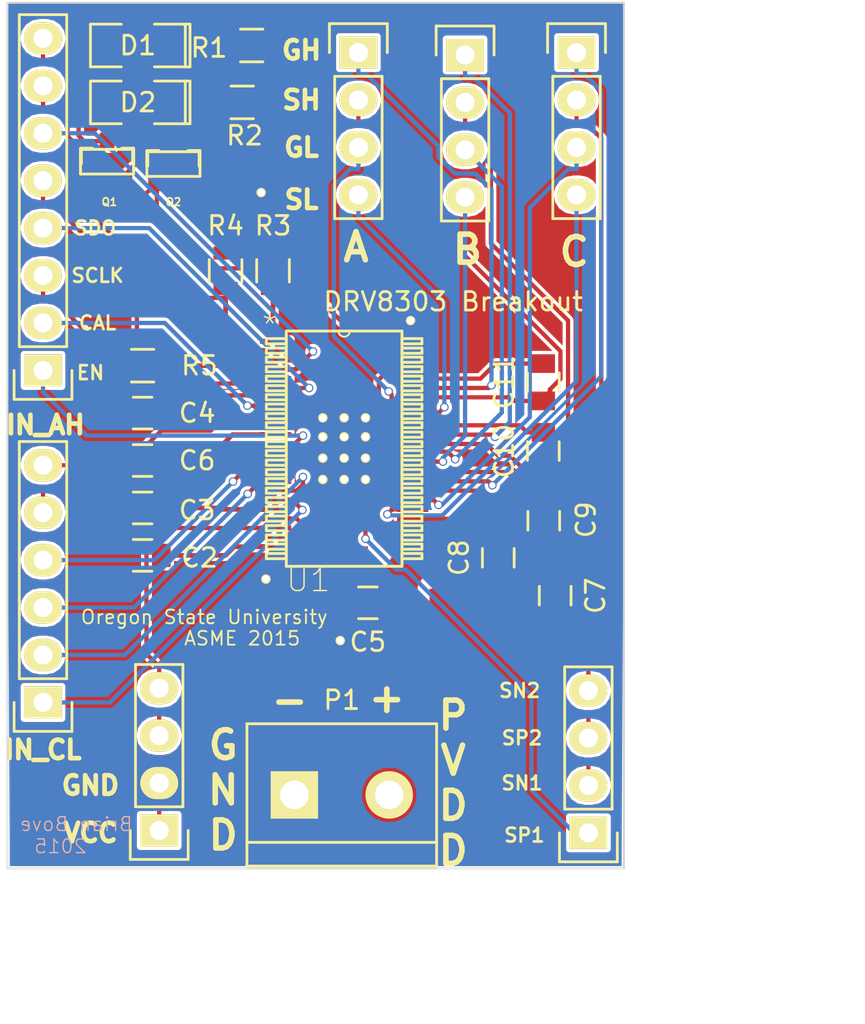
<source format=kicad_pcb>
(kicad_pcb (version 4) (host pcbnew "(2015-07-25 BZR 5993)-product")

  (general
    (links 93)
    (no_connects 0)
    (area 123.183867 42.1842 175.310715 102.395)
    (thickness 1.6)
    (drawings 33)
    (tracks 432)
    (zones 0)
    (modules 44)
    (nets 49)
  )

  (page A4)
  (layers
    (0 F.Cu signal)
    (31 B.Cu signal hide)
    (32 B.Adhes user)
    (33 F.Adhes user)
    (34 B.Paste user)
    (35 F.Paste user)
    (36 B.SilkS user hide)
    (37 F.SilkS user)
    (38 B.Mask user)
    (39 F.Mask user)
    (40 Dwgs.User user)
    (41 Cmts.User user)
    (42 Eco1.User user)
    (43 Eco2.User user)
    (44 Edge.Cuts user)
    (45 Margin user)
    (46 B.CrtYd user)
    (47 F.CrtYd user)
    (48 B.Fab user)
    (49 F.Fab user)
  )

  (setup
    (last_trace_width 0.2286)
    (trace_clearance 0.1778)
    (zone_clearance 0)
    (zone_45_only no)
    (trace_min 0.2)
    (segment_width 0.2)
    (edge_width 0.1)
    (via_size 0.4572)
    (via_drill 0.3302)
    (via_min_size 0.4)
    (via_min_drill 0.3)
    (uvia_size 0.3)
    (uvia_drill 0.1)
    (uvias_allowed no)
    (uvia_min_size 0)
    (uvia_min_drill 0)
    (pcb_text_width 0.3)
    (pcb_text_size 1.5 1.5)
    (mod_edge_width 0.15)
    (mod_text_size 1 1)
    (mod_text_width 0.15)
    (pad_size 0.508 0.508)
    (pad_drill 0.3556)
    (pad_to_mask_clearance 0)
    (aux_axis_origin 0 0)
    (visible_elements FFFFFF7F)
    (pcbplotparams
      (layerselection 0x01020_00000001)
      (usegerberextensions false)
      (excludeedgelayer true)
      (linewidth 0.100000)
      (plotframeref false)
      (viasonmask false)
      (mode 1)
      (useauxorigin false)
      (hpglpennumber 1)
      (hpglpenspeed 20)
      (hpglpendiameter 15)
      (hpglpenoverlay 2)
      (psnegative false)
      (psa4output false)
      (plotreference true)
      (plotvalue true)
      (plotinvisibletext false)
      (padsonsilk false)
      (subtractmaskfromsilk false)
      (outputformat 4)
      (mirror false)
      (drillshape 0)
      (scaleselection 1)
      (outputdirectory plots/))
  )

  (net 0 "")
  (net 1 PVDD)
  (net 2 GND)
  (net 3 "Net-(C2-Pad1)")
  (net 4 "Net-(C3-Pad1)")
  (net 5 "Net-(C4-Pad1)")
  (net 6 "Net-(C6-Pad1)")
  (net 7 "Net-(C6-Pad2)")
  (net 8 /DriverIC/SP2)
  (net 9 /DriverIC/SN2)
  (net 10 /DriverIC/SP1)
  (net 11 /DriverIC/SN1)
  (net 12 /DriverIC/SH_C)
  (net 13 "Net-(C9-Pad2)")
  (net 14 /DriverIC/SH_B)
  (net 15 "Net-(C10-Pad2)")
  (net 16 /DriverIC/SH_A)
  (net 17 "Net-(C11-Pad2)")
  (net 18 "Net-(D1-Pad1)")
  (net 19 "Net-(D1-Pad2)")
  (net 20 "Net-(D2-Pad1)")
  (net 21 "Net-(D2-Pad2)")
  (net 22 /DriverIC/EN_GATE)
  (net 23 /DriverIC/DC_CAL)
  (net 24 /DriverIC/SCLK)
  (net 25 /DriverIC/SDO)
  (net 26 /DriverIC/SDI)
  (net 27 /DriverIC/SCS)
  (net 28 /DriverIC/FAULT)
  (net 29 /DriverIC/OCTW)
  (net 30 /DriverIC/INL_C)
  (net 31 /DriverIC/INH_C)
  (net 32 /DriverIC/INL_B)
  (net 33 /DriverIC/INH_B)
  (net 34 /DriverIC/INL_A)
  (net 35 /DriverIC/INH_A)
  (net 36 VCC)
  (net 37 /DriverIC/SO2)
  (net 38 /DriverIC/SO1)
  (net 39 /DriverIC/GH_A)
  (net 40 /DriverIC/GL_A)
  (net 41 /DriverIC/SL_A)
  (net 42 /DriverIC/GH_B)
  (net 43 /DriverIC/GL_B)
  (net 44 /DriverIC/SL_B)
  (net 45 /DriverIC/GH_C)
  (net 46 /DriverIC/GL_C)
  (net 47 /DriverIC/SL_C)
  (net 48 "Net-(R5-Pad1)")

  (net_class Default "This is the default net class."
    (clearance 0.1778)
    (trace_width 0.2286)
    (via_dia 0.4572)
    (via_drill 0.3302)
    (uvia_dia 0.3)
    (uvia_drill 0.1)
    (add_net /DriverIC/DC_CAL)
    (add_net /DriverIC/EN_GATE)
    (add_net /DriverIC/FAULT)
    (add_net /DriverIC/GH_A)
    (add_net /DriverIC/GH_B)
    (add_net /DriverIC/GH_C)
    (add_net /DriverIC/GL_A)
    (add_net /DriverIC/GL_B)
    (add_net /DriverIC/GL_C)
    (add_net /DriverIC/INH_A)
    (add_net /DriverIC/INH_B)
    (add_net /DriverIC/INH_C)
    (add_net /DriverIC/INL_A)
    (add_net /DriverIC/INL_B)
    (add_net /DriverIC/INL_C)
    (add_net /DriverIC/OCTW)
    (add_net /DriverIC/SCLK)
    (add_net /DriverIC/SCS)
    (add_net /DriverIC/SDI)
    (add_net /DriverIC/SDO)
    (add_net /DriverIC/SH_A)
    (add_net /DriverIC/SH_B)
    (add_net /DriverIC/SH_C)
    (add_net /DriverIC/SL_A)
    (add_net /DriverIC/SL_B)
    (add_net /DriverIC/SL_C)
    (add_net /DriverIC/SN1)
    (add_net /DriverIC/SN2)
    (add_net /DriverIC/SO1)
    (add_net /DriverIC/SO2)
    (add_net /DriverIC/SP1)
    (add_net /DriverIC/SP2)
    (add_net GND)
    (add_net "Net-(C10-Pad2)")
    (add_net "Net-(C11-Pad2)")
    (add_net "Net-(C2-Pad1)")
    (add_net "Net-(C3-Pad1)")
    (add_net "Net-(C4-Pad1)")
    (add_net "Net-(C6-Pad1)")
    (add_net "Net-(C6-Pad2)")
    (add_net "Net-(C9-Pad2)")
    (add_net "Net-(D1-Pad1)")
    (add_net "Net-(D1-Pad2)")
    (add_net "Net-(D2-Pad1)")
    (add_net "Net-(D2-Pad2)")
    (add_net "Net-(R5-Pad1)")
    (add_net PVDD)
    (add_net VCC)
  )

  (module Wire_Pads:SolderWirePad_single_0-8mmDrill (layer F.Cu) (tedit 55E37143) (tstamp 5618AE32)
    (at 139.954 55.88)
    (fp_text reference VIA (at 0 -2.54) (layer F.SilkS) hide
      (effects (font (size 1 1) (thickness 0.15)))
    )
    (fp_text value SolderWirePad_single_0-8mmDrill (at 0 2.54) (layer F.Fab) hide
      (effects (font (size 1 1) (thickness 0.15)))
    )
    (pad 1 thru_hole circle (at 0 0) (size 0.508 0.508) (drill 0.3556) (layers *.Cu *.Mask F.SilkS)
      (net 2 GND))
  )

  (module Wire_Pads:SolderWirePad_single_0-8mmDrill (layer F.Cu) (tedit 55E3704F) (tstamp 5618AE16)
    (at 145.542 68.961)
    (fp_text reference VIA (at 0 -2.54) (layer F.SilkS) hide
      (effects (font (size 1 1) (thickness 0.15)))
    )
    (fp_text value SolderWirePad_single_0-8mmDrill (at 0 2.54) (layer F.Fab) hide
      (effects (font (size 1 1) (thickness 0.15)))
    )
    (pad 1 thru_hole circle (at 0 0) (size 0.508 0.508) (drill 0.3556) (layers *.Cu *.Mask F.SilkS)
      (net 2 GND))
  )

  (module Wire_Pads:SolderWirePad_single_0-8mmDrill (layer F.Cu) (tedit 55E3704F) (tstamp 5618AE12)
    (at 145.542 70.104)
    (fp_text reference VIA (at 0 -2.54) (layer F.SilkS) hide
      (effects (font (size 1 1) (thickness 0.15)))
    )
    (fp_text value SolderWirePad_single_0-8mmDrill (at 0 2.54) (layer F.Fab) hide
      (effects (font (size 1 1) (thickness 0.15)))
    )
    (pad 1 thru_hole circle (at 0 0) (size 0.508 0.508) (drill 0.3556) (layers *.Cu *.Mask F.SilkS)
      (net 2 GND))
  )

  (module Wire_Pads:SolderWirePad_single_0-8mmDrill (layer F.Cu) (tedit 55E3704F) (tstamp 5618AE0E)
    (at 145.542 71.247)
    (fp_text reference VIA (at 0 -2.54) (layer F.SilkS) hide
      (effects (font (size 1 1) (thickness 0.15)))
    )
    (fp_text value SolderWirePad_single_0-8mmDrill (at 0 2.54) (layer F.Fab) hide
      (effects (font (size 1 1) (thickness 0.15)))
    )
    (pad 1 thru_hole circle (at 0 0) (size 0.508 0.508) (drill 0.3556) (layers *.Cu *.Mask F.SilkS)
      (net 2 GND))
  )

  (module Wire_Pads:SolderWirePad_single_0-8mmDrill (layer F.Cu) (tedit 55E3704F) (tstamp 5618AE0A)
    (at 145.542 67.945)
    (fp_text reference VIA (at 0 -2.54) (layer F.SilkS) hide
      (effects (font (size 1 1) (thickness 0.15)))
    )
    (fp_text value SolderWirePad_single_0-8mmDrill (at 0 2.54) (layer F.Fab) hide
      (effects (font (size 1 1) (thickness 0.15)))
    )
    (pad 1 thru_hole circle (at 0 0) (size 0.508 0.508) (drill 0.3556) (layers *.Cu *.Mask F.SilkS)
      (net 2 GND))
  )

  (module Wire_Pads:SolderWirePad_single_0-8mmDrill (layer F.Cu) (tedit 55E3704F) (tstamp 5618ADE6)
    (at 143.256 67.945)
    (fp_text reference VIA (at 0 -2.54) (layer F.SilkS) hide
      (effects (font (size 1 1) (thickness 0.15)))
    )
    (fp_text value SolderWirePad_single_0-8mmDrill (at 0 2.54) (layer F.Fab) hide
      (effects (font (size 1 1) (thickness 0.15)))
    )
    (pad 1 thru_hole circle (at 0 0) (size 0.508 0.508) (drill 0.3556) (layers *.Cu *.Mask F.SilkS)
      (net 2 GND))
  )

  (module Wire_Pads:SolderWirePad_single_0-8mmDrill (layer F.Cu) (tedit 55E3704F) (tstamp 5618ADE2)
    (at 143.256 71.247)
    (fp_text reference VIA (at 0 -2.54) (layer F.SilkS) hide
      (effects (font (size 1 1) (thickness 0.15)))
    )
    (fp_text value SolderWirePad_single_0-8mmDrill (at 0 2.54) (layer F.Fab) hide
      (effects (font (size 1 1) (thickness 0.15)))
    )
    (pad 1 thru_hole circle (at 0 0) (size 0.508 0.508) (drill 0.3556) (layers *.Cu *.Mask F.SilkS)
      (net 2 GND))
  )

  (module Wire_Pads:SolderWirePad_single_0-8mmDrill (layer F.Cu) (tedit 55E3704F) (tstamp 5618ADDE)
    (at 143.256 70.104)
    (fp_text reference VIA (at 0 -2.54) (layer F.SilkS) hide
      (effects (font (size 1 1) (thickness 0.15)))
    )
    (fp_text value SolderWirePad_single_0-8mmDrill (at 0 2.54) (layer F.Fab) hide
      (effects (font (size 1 1) (thickness 0.15)))
    )
    (pad 1 thru_hole circle (at 0 0) (size 0.508 0.508) (drill 0.3556) (layers *.Cu *.Mask F.SilkS)
      (net 2 GND))
  )

  (module Wire_Pads:SolderWirePad_single_0-8mmDrill (layer F.Cu) (tedit 55E3704F) (tstamp 5618ADDA)
    (at 143.256 68.961)
    (fp_text reference VIA (at 0 -2.54) (layer F.SilkS) hide
      (effects (font (size 1 1) (thickness 0.15)))
    )
    (fp_text value SolderWirePad_single_0-8mmDrill (at 0 2.54) (layer F.Fab) hide
      (effects (font (size 1 1) (thickness 0.15)))
    )
    (pad 1 thru_hole circle (at 0 0) (size 0.508 0.508) (drill 0.3556) (layers *.Cu *.Mask F.SilkS)
      (net 2 GND))
  )

  (module Wire_Pads:SolderWirePad_single_0-8mmDrill (layer F.Cu) (tedit 55E3704F) (tstamp 5618ADCA)
    (at 144.399 68.961)
    (fp_text reference VIA (at 0 -2.54) (layer F.SilkS) hide
      (effects (font (size 1 1) (thickness 0.15)))
    )
    (fp_text value SolderWirePad_single_0-8mmDrill (at 0 2.54) (layer F.Fab) hide
      (effects (font (size 1 1) (thickness 0.15)))
    )
    (pad 1 thru_hole circle (at 0 0) (size 0.508 0.508) (drill 0.3556) (layers *.Cu *.Mask F.SilkS)
      (net 2 GND))
  )

  (module Wire_Pads:SolderWirePad_single_0-8mmDrill (layer F.Cu) (tedit 55E3704F) (tstamp 5618ADC6)
    (at 144.399 70.104)
    (fp_text reference VIA (at 0 -2.54) (layer F.SilkS) hide
      (effects (font (size 1 1) (thickness 0.15)))
    )
    (fp_text value SolderWirePad_single_0-8mmDrill (at 0 2.54) (layer F.Fab) hide
      (effects (font (size 1 1) (thickness 0.15)))
    )
    (pad 1 thru_hole circle (at 0 0) (size 0.508 0.508) (drill 0.3556) (layers *.Cu *.Mask F.SilkS)
      (net 2 GND))
  )

  (module Wire_Pads:SolderWirePad_single_0-8mmDrill (layer F.Cu) (tedit 55E3704F) (tstamp 5618ADC2)
    (at 144.399 71.247)
    (fp_text reference VIA (at 0 -2.54) (layer F.SilkS) hide
      (effects (font (size 1 1) (thickness 0.15)))
    )
    (fp_text value SolderWirePad_single_0-8mmDrill (at 0 2.54) (layer F.Fab) hide
      (effects (font (size 1 1) (thickness 0.15)))
    )
    (pad 1 thru_hole circle (at 0 0) (size 0.508 0.508) (drill 0.3556) (layers *.Cu *.Mask F.SilkS)
      (net 2 GND))
  )

  (module Wire_Pads:SolderWirePad_single_0-8mmDrill (layer F.Cu) (tedit 55E3704F) (tstamp 5618ADBA)
    (at 144.399 67.945)
    (fp_text reference VIA (at 0 -2.54) (layer F.SilkS) hide
      (effects (font (size 1 1) (thickness 0.15)))
    )
    (fp_text value SolderWirePad_single_0-8mmDrill (at 0 2.54) (layer F.Fab) hide
      (effects (font (size 1 1) (thickness 0.15)))
    )
    (pad 1 thru_hole circle (at 0 0) (size 0.508 0.508) (drill 0.3556) (layers *.Cu *.Mask F.SilkS)
      (net 2 GND))
  )

  (module Wire_Pads:SolderWirePad_single_0-8mmDrill (layer F.Cu) (tedit 55E3705B) (tstamp 5618ADAE)
    (at 144.19072 79.87284)
    (fp_text reference VIA (at 0 -2.54) (layer F.SilkS) hide
      (effects (font (size 1 1) (thickness 0.15)))
    )
    (fp_text value SolderWirePad_single_0-8mmDrill (at 0 2.54) (layer F.Fab) hide
      (effects (font (size 1 1) (thickness 0.15)))
    )
    (pad 1 thru_hole circle (at 0 0) (size 0.508 0.508) (drill 0.3556) (layers *.Cu *.Mask F.SilkS)
      (net 2 GND))
  )

  (module Wire_Pads:SolderWirePad_single_0-8mmDrill (layer F.Cu) (tedit 55E37143) (tstamp 5618ADAA)
    (at 147.955 62.738)
    (fp_text reference VIA (at 0 -2.54) (layer F.SilkS) hide
      (effects (font (size 1 1) (thickness 0.15)))
    )
    (fp_text value SolderWirePad_single_0-8mmDrill (at 0 2.54) (layer F.Fab) hide
      (effects (font (size 1 1) (thickness 0.15)))
    )
    (pad 1 thru_hole circle (at 0 0) (size 0.508 0.508) (drill 0.3556) (layers *.Cu *.Mask F.SilkS)
      (net 2 GND))
  )

  (module Wire_Pads:SolderWirePad_single_0-8mmDrill (layer F.Cu) (tedit 55E3704F) (tstamp 5618ADA6)
    (at 140.208 76.581)
    (fp_text reference VIA (at 0 -2.54) (layer F.SilkS) hide
      (effects (font (size 1 1) (thickness 0.15)))
    )
    (fp_text value SolderWirePad_single_0-8mmDrill (at 0 2.54) (layer F.Fab) hide
      (effects (font (size 1 1) (thickness 0.15)))
    )
    (pad 1 thru_hole circle (at 0 0) (size 0.508 0.508) (drill 0.3556) (layers *.Cu *.Mask F.SilkS)
      (net 2 GND))
  )

  (module DRV8303:DCA48_4P42X3P48 locked placed (layer F.Cu) (tedit 55E378C1) (tstamp 55E34BDD)
    (at 144.399 69.596)
    (path /55E2B7BC/55E2B81F)
    (fp_text reference U1 (at -3.175 7.747) (layer F.SilkS)
      (effects (font (size 1.2065 1.2065) (thickness 0.0762)) (justify left bottom))
    )
    (fp_text value DRV8303_DCA_48 (at -7.112 -5.969) (layer F.SilkS) hide
      (effects (font (size 1.2065 1.2065) (thickness 0.0762)) (justify left bottom))
    )
    (fp_line (start 3.0988 -5.969) (end 3.0988 -6.2992) (layer Dwgs.User) (width 0.1524))
    (fp_line (start -3.0988 5.969) (end -3.0988 6.2992) (layer Dwgs.User) (width 0.1524))
    (fp_line (start -3.0988 6.2992) (end 3.0988 6.2992) (layer Dwgs.User) (width 0.1524))
    (fp_line (start 3.0988 6.2992) (end 3.0988 5.969) (layer Dwgs.User) (width 0.1524))
    (fp_line (start 3.0988 -6.2992) (end 0.3048 -6.2992) (layer Dwgs.User) (width 0.1524))
    (fp_line (start 0.3048 -6.2992) (end -0.3048 -6.2992) (layer Dwgs.User) (width 0.1524))
    (fp_line (start -0.3048 -6.2992) (end -3.0988 -6.2992) (layer Dwgs.User) (width 0.1524))
    (fp_line (start -3.0988 -6.2992) (end -3.0988 -5.969) (layer Dwgs.User) (width 0.1524))
    (fp_arc (start 0 -6.2992) (end 0.3048 -6.2992) (angle 180) (layer Dwgs.User) (width 0))
    (fp_poly (pts (xy -5.0292 -1.4478) (xy -5.0292 -1.0668) (xy -4.7752 -1.0668) (xy -4.7752 -1.4478)) (layer Dwgs.User) (width 0))
    (fp_poly (pts (xy -5.0292 3.556) (xy -5.0292 3.937) (xy -4.7752 3.937) (xy -4.7752 3.556)) (layer Dwgs.User) (width 0))
    (fp_poly (pts (xy 5.0292 3.048) (xy 5.0292 3.429) (xy 4.7752 3.429) (xy 4.7752 3.048)) (layer Dwgs.User) (width 0))
    (fp_poly (pts (xy 5.0292 -1.9304) (xy 5.0292 -1.5494) (xy 4.7752 -1.5494) (xy 4.7752 -1.9304)) (layer Dwgs.User) (width 0))
    (fp_text user * (at -4.4958 -5.8928) (layer Dwgs.User)
      (effects (font (size 1.2065 1.2065) (thickness 0.0762)) (justify left bottom))
    )
    (fp_line (start -3.0988 -5.6134) (end -3.0988 -5.8928) (layer F.SilkS) (width 0.1524))
    (fp_line (start -3.0988 -5.8928) (end -4.1656 -5.8928) (layer F.SilkS) (width 0.1524))
    (fp_line (start -4.1656 -5.8928) (end -4.1656 -5.6134) (layer F.SilkS) (width 0.1524))
    (fp_line (start -4.1656 -5.6134) (end -3.0988 -5.6134) (layer F.SilkS) (width 0.1524))
    (fp_line (start -3.0988 -5.1054) (end -3.0988 -5.3848) (layer F.SilkS) (width 0.1524))
    (fp_line (start -3.0988 -5.3848) (end -4.1656 -5.3848) (layer F.SilkS) (width 0.1524))
    (fp_line (start -4.1656 -5.3848) (end -4.1656 -5.1054) (layer F.SilkS) (width 0.1524))
    (fp_line (start -4.1656 -5.1054) (end -3.0988 -5.1054) (layer F.SilkS) (width 0.1524))
    (fp_line (start -3.0988 -4.6228) (end -3.0988 -4.9022) (layer F.SilkS) (width 0.1524))
    (fp_line (start -3.0988 -4.9022) (end -4.1656 -4.9022) (layer F.SilkS) (width 0.1524))
    (fp_line (start -4.1656 -4.9022) (end -4.1656 -4.6228) (layer F.SilkS) (width 0.1524))
    (fp_line (start -4.1656 -4.6228) (end -3.0988 -4.6228) (layer F.SilkS) (width 0.1524))
    (fp_line (start -3.0988 -4.1148) (end -3.0988 -4.3942) (layer F.SilkS) (width 0.1524))
    (fp_line (start -3.0988 -4.3942) (end -4.1656 -4.3942) (layer F.SilkS) (width 0.1524))
    (fp_line (start -4.1656 -4.3942) (end -4.1656 -4.1148) (layer F.SilkS) (width 0.1524))
    (fp_line (start -4.1656 -4.1148) (end -3.0988 -4.1148) (layer F.SilkS) (width 0.1524))
    (fp_line (start -3.0988 -3.6068) (end -3.0988 -3.8862) (layer F.SilkS) (width 0.1524))
    (fp_line (start -3.0988 -3.8862) (end -4.1656 -3.8862) (layer F.SilkS) (width 0.1524))
    (fp_line (start -4.1656 -3.8862) (end -4.1656 -3.6068) (layer F.SilkS) (width 0.1524))
    (fp_line (start -4.1656 -3.6068) (end -3.0988 -3.6068) (layer F.SilkS) (width 0.1524))
    (fp_line (start -3.0988 -3.0988) (end -3.0988 -3.3782) (layer F.SilkS) (width 0.1524))
    (fp_line (start -3.0988 -3.3782) (end -4.1656 -3.3782) (layer F.SilkS) (width 0.1524))
    (fp_line (start -4.1656 -3.3782) (end -4.1656 -3.0988) (layer F.SilkS) (width 0.1524))
    (fp_line (start -4.1656 -3.0988) (end -3.0988 -3.0988) (layer F.SilkS) (width 0.1524))
    (fp_line (start -3.0988 -2.6162) (end -3.0988 -2.8956) (layer F.SilkS) (width 0.1524))
    (fp_line (start -3.0988 -2.8956) (end -4.1656 -2.8956) (layer F.SilkS) (width 0.1524))
    (fp_line (start -4.1656 -2.8956) (end -4.1656 -2.6162) (layer F.SilkS) (width 0.1524))
    (fp_line (start -4.1656 -2.6162) (end -3.0988 -2.6162) (layer F.SilkS) (width 0.1524))
    (fp_line (start -3.0988 -2.1082) (end -3.0988 -2.3876) (layer F.SilkS) (width 0.1524))
    (fp_line (start -3.0988 -2.3876) (end -4.1656 -2.3876) (layer F.SilkS) (width 0.1524))
    (fp_line (start -4.1656 -2.3876) (end -4.1656 -2.1082) (layer F.SilkS) (width 0.1524))
    (fp_line (start -4.1656 -2.1082) (end -3.0988 -2.1082) (layer F.SilkS) (width 0.1524))
    (fp_line (start -3.0988 -1.6002) (end -3.0988 -1.8796) (layer F.SilkS) (width 0.1524))
    (fp_line (start -3.0988 -1.8796) (end -4.1656 -1.8796) (layer F.SilkS) (width 0.1524))
    (fp_line (start -4.1656 -1.8796) (end -4.1656 -1.6002) (layer F.SilkS) (width 0.1524))
    (fp_line (start -4.1656 -1.6002) (end -3.0988 -1.6002) (layer F.SilkS) (width 0.1524))
    (fp_line (start -3.0988 -1.1176) (end -3.0988 -1.397) (layer F.SilkS) (width 0.1524))
    (fp_line (start -3.0988 -1.397) (end -4.1656 -1.397) (layer F.SilkS) (width 0.1524))
    (fp_line (start -4.1656 -1.397) (end -4.1656 -1.1176) (layer F.SilkS) (width 0.1524))
    (fp_line (start -4.1656 -1.1176) (end -3.0988 -1.1176) (layer F.SilkS) (width 0.1524))
    (fp_line (start -3.0988 -0.6096) (end -3.0988 -0.889) (layer F.SilkS) (width 0.1524))
    (fp_line (start -3.0988 -0.889) (end -4.1656 -0.889) (layer F.SilkS) (width 0.1524))
    (fp_line (start -4.1656 -0.889) (end -4.1656 -0.6096) (layer F.SilkS) (width 0.1524))
    (fp_line (start -4.1656 -0.6096) (end -3.0988 -0.6096) (layer F.SilkS) (width 0.1524))
    (fp_line (start -3.0988 -0.1016) (end -3.0988 -0.381) (layer F.SilkS) (width 0.1524))
    (fp_line (start -3.0988 -0.381) (end -4.1656 -0.381) (layer F.SilkS) (width 0.1524))
    (fp_line (start -4.1656 -0.381) (end -4.1656 -0.1016) (layer F.SilkS) (width 0.1524))
    (fp_line (start -4.1656 -0.1016) (end -3.0988 -0.1016) (layer F.SilkS) (width 0.1524))
    (fp_line (start -3.0988 0.381) (end -3.0988 0.1016) (layer F.SilkS) (width 0.1524))
    (fp_line (start -3.0988 0.1016) (end -4.1656 0.1016) (layer F.SilkS) (width 0.1524))
    (fp_line (start -4.1656 0.1016) (end -4.1656 0.381) (layer F.SilkS) (width 0.1524))
    (fp_line (start -4.1656 0.381) (end -3.0988 0.381) (layer F.SilkS) (width 0.1524))
    (fp_line (start -3.0988 0.889) (end -3.0988 0.6096) (layer F.SilkS) (width 0.1524))
    (fp_line (start -3.0988 0.6096) (end -4.1656 0.6096) (layer F.SilkS) (width 0.1524))
    (fp_line (start -4.1656 0.6096) (end -4.1656 0.889) (layer F.SilkS) (width 0.1524))
    (fp_line (start -4.1656 0.889) (end -3.0988 0.889) (layer F.SilkS) (width 0.1524))
    (fp_line (start -3.0988 1.397) (end -3.0988 1.1176) (layer F.SilkS) (width 0.1524))
    (fp_line (start -3.0988 1.1176) (end -4.1656 1.1176) (layer F.SilkS) (width 0.1524))
    (fp_line (start -4.1656 1.1176) (end -4.1656 1.397) (layer F.SilkS) (width 0.1524))
    (fp_line (start -4.1656 1.397) (end -3.0988 1.397) (layer F.SilkS) (width 0.1524))
    (fp_line (start -3.0988 1.8796) (end -3.0988 1.6002) (layer F.SilkS) (width 0.1524))
    (fp_line (start -3.0988 1.6002) (end -4.1656 1.6002) (layer F.SilkS) (width 0.1524))
    (fp_line (start -4.1656 1.6002) (end -4.1656 1.8796) (layer F.SilkS) (width 0.1524))
    (fp_line (start -4.1656 1.8796) (end -3.0988 1.8796) (layer F.SilkS) (width 0.1524))
    (fp_line (start -3.0988 2.3876) (end -3.0988 2.1082) (layer F.SilkS) (width 0.1524))
    (fp_line (start -3.0988 2.1082) (end -4.1656 2.1082) (layer F.SilkS) (width 0.1524))
    (fp_line (start -4.1656 2.1082) (end -4.1656 2.3876) (layer F.SilkS) (width 0.1524))
    (fp_line (start -4.1656 2.3876) (end -3.0988 2.3876) (layer F.SilkS) (width 0.1524))
    (fp_line (start -3.0988 2.8956) (end -3.0988 2.6162) (layer F.SilkS) (width 0.1524))
    (fp_line (start -3.0988 2.6162) (end -4.1656 2.6162) (layer F.SilkS) (width 0.1524))
    (fp_line (start -4.1656 2.6162) (end -4.1656 2.8956) (layer F.SilkS) (width 0.1524))
    (fp_line (start -4.1656 2.8956) (end -3.0988 2.8956) (layer F.SilkS) (width 0.1524))
    (fp_line (start -3.0988 3.3782) (end -3.0988 3.0988) (layer F.SilkS) (width 0.1524))
    (fp_line (start -3.0988 3.0988) (end -4.1656 3.0988) (layer F.SilkS) (width 0.1524))
    (fp_line (start -4.1656 3.0988) (end -4.1656 3.3782) (layer F.SilkS) (width 0.1524))
    (fp_line (start -4.1656 3.3782) (end -3.0988 3.3782) (layer F.SilkS) (width 0.1524))
    (fp_line (start -3.0988 3.8862) (end -3.0988 3.6068) (layer F.SilkS) (width 0.1524))
    (fp_line (start -3.0988 3.6068) (end -4.1656 3.6068) (layer F.SilkS) (width 0.1524))
    (fp_line (start -4.1656 3.6068) (end -4.1656 3.8862) (layer F.SilkS) (width 0.1524))
    (fp_line (start -4.1656 3.8862) (end -3.0988 3.8862) (layer F.SilkS) (width 0.1524))
    (fp_line (start -3.0988 4.3942) (end -3.0988 4.1148) (layer F.SilkS) (width 0.1524))
    (fp_line (start -3.0988 4.1148) (end -4.1656 4.1148) (layer F.SilkS) (width 0.1524))
    (fp_line (start -4.1656 4.1148) (end -4.1656 4.3942) (layer F.SilkS) (width 0.1524))
    (fp_line (start -4.1656 4.3942) (end -3.0988 4.3942) (layer F.SilkS) (width 0.1524))
    (fp_line (start -3.0988 4.9022) (end -3.0988 4.6228) (layer F.SilkS) (width 0.1524))
    (fp_line (start -3.0988 4.6228) (end -4.1656 4.6228) (layer F.SilkS) (width 0.1524))
    (fp_line (start -4.1656 4.6228) (end -4.1656 4.9022) (layer F.SilkS) (width 0.1524))
    (fp_line (start -4.1656 4.9022) (end -3.0988 4.9022) (layer F.SilkS) (width 0.1524))
    (fp_line (start -3.0988 5.3848) (end -3.0988 5.1054) (layer F.SilkS) (width 0.1524))
    (fp_line (start -3.0988 5.1054) (end -4.1656 5.1054) (layer F.SilkS) (width 0.1524))
    (fp_line (start -4.1656 5.1054) (end -4.1656 5.3848) (layer F.SilkS) (width 0.1524))
    (fp_line (start -4.1656 5.3848) (end -3.0988 5.3848) (layer F.SilkS) (width 0.1524))
    (fp_line (start -3.0988 5.8928) (end -3.0988 5.6134) (layer F.SilkS) (width 0.1524))
    (fp_line (start -3.0988 5.6134) (end -4.1656 5.6134) (layer F.SilkS) (width 0.1524))
    (fp_line (start -4.1656 5.6134) (end -4.1656 5.8928) (layer F.SilkS) (width 0.1524))
    (fp_line (start -4.1656 5.8928) (end -3.0988 5.8928) (layer F.SilkS) (width 0.1524))
    (fp_line (start 3.0988 5.6134) (end 3.0988 5.8928) (layer F.SilkS) (width 0.1524))
    (fp_line (start 3.0988 5.8928) (end 4.1656 5.8928) (layer F.SilkS) (width 0.1524))
    (fp_line (start 4.1656 5.8928) (end 4.1656 5.6134) (layer F.SilkS) (width 0.1524))
    (fp_line (start 4.1656 5.6134) (end 3.0988 5.6134) (layer F.SilkS) (width 0.1524))
    (fp_line (start 3.0988 5.1054) (end 3.0988 5.3848) (layer F.SilkS) (width 0.1524))
    (fp_line (start 3.0988 5.3848) (end 4.1656 5.3848) (layer F.SilkS) (width 0.1524))
    (fp_line (start 4.1656 5.3848) (end 4.1656 5.1054) (layer F.SilkS) (width 0.1524))
    (fp_line (start 4.1656 5.1054) (end 3.0988 5.1054) (layer F.SilkS) (width 0.1524))
    (fp_line (start 3.0988 4.6228) (end 3.0988 4.9022) (layer F.SilkS) (width 0.1524))
    (fp_line (start 3.0988 4.9022) (end 4.1656 4.9022) (layer F.SilkS) (width 0.1524))
    (fp_line (start 4.1656 4.9022) (end 4.1656 4.6228) (layer F.SilkS) (width 0.1524))
    (fp_line (start 4.1656 4.6228) (end 3.0988 4.6228) (layer F.SilkS) (width 0.1524))
    (fp_line (start 3.0988 4.1148) (end 3.0988 4.3942) (layer F.SilkS) (width 0.1524))
    (fp_line (start 3.0988 4.3942) (end 4.1656 4.3942) (layer F.SilkS) (width 0.1524))
    (fp_line (start 4.1656 4.3942) (end 4.1656 4.1148) (layer F.SilkS) (width 0.1524))
    (fp_line (start 4.1656 4.1148) (end 3.0988 4.1148) (layer F.SilkS) (width 0.1524))
    (fp_line (start 3.0988 3.6068) (end 3.0988 3.8862) (layer F.SilkS) (width 0.1524))
    (fp_line (start 3.0988 3.8862) (end 4.1656 3.8862) (layer F.SilkS) (width 0.1524))
    (fp_line (start 4.1656 3.8862) (end 4.1656 3.6068) (layer F.SilkS) (width 0.1524))
    (fp_line (start 4.1656 3.6068) (end 3.0988 3.6068) (layer F.SilkS) (width 0.1524))
    (fp_line (start 3.0988 3.0988) (end 3.0988 3.3782) (layer F.SilkS) (width 0.1524))
    (fp_line (start 3.0988 3.3782) (end 4.1656 3.3782) (layer F.SilkS) (width 0.1524))
    (fp_line (start 4.1656 3.3782) (end 4.1656 3.0988) (layer F.SilkS) (width 0.1524))
    (fp_line (start 4.1656 3.0988) (end 3.0988 3.0988) (layer F.SilkS) (width 0.1524))
    (fp_line (start 3.0988 2.6162) (end 3.0988 2.8956) (layer F.SilkS) (width 0.1524))
    (fp_line (start 3.0988 2.8956) (end 4.1656 2.8956) (layer F.SilkS) (width 0.1524))
    (fp_line (start 4.1656 2.8956) (end 4.1656 2.6162) (layer F.SilkS) (width 0.1524))
    (fp_line (start 4.1656 2.6162) (end 3.0988 2.6162) (layer F.SilkS) (width 0.1524))
    (fp_line (start 3.0988 2.1082) (end 3.0988 2.3876) (layer F.SilkS) (width 0.1524))
    (fp_line (start 3.0988 2.3876) (end 4.1656 2.3876) (layer F.SilkS) (width 0.1524))
    (fp_line (start 4.1656 2.3876) (end 4.1656 2.1082) (layer F.SilkS) (width 0.1524))
    (fp_line (start 4.1656 2.1082) (end 3.0988 2.1082) (layer F.SilkS) (width 0.1524))
    (fp_line (start 3.0988 1.6002) (end 3.0988 1.8796) (layer F.SilkS) (width 0.1524))
    (fp_line (start 3.0988 1.8796) (end 4.1656 1.8796) (layer F.SilkS) (width 0.1524))
    (fp_line (start 4.1656 1.8796) (end 4.1656 1.6002) (layer F.SilkS) (width 0.1524))
    (fp_line (start 4.1656 1.6002) (end 3.0988 1.6002) (layer F.SilkS) (width 0.1524))
    (fp_line (start 3.0988 1.1176) (end 3.0988 1.397) (layer F.SilkS) (width 0.1524))
    (fp_line (start 3.0988 1.397) (end 4.1656 1.397) (layer F.SilkS) (width 0.1524))
    (fp_line (start 4.1656 1.397) (end 4.1656 1.1176) (layer F.SilkS) (width 0.1524))
    (fp_line (start 4.1656 1.1176) (end 3.0988 1.1176) (layer F.SilkS) (width 0.1524))
    (fp_line (start 3.0988 0.6096) (end 3.0988 0.889) (layer F.SilkS) (width 0.1524))
    (fp_line (start 3.0988 0.889) (end 4.1656 0.889) (layer F.SilkS) (width 0.1524))
    (fp_line (start 4.1656 0.889) (end 4.1656 0.6096) (layer F.SilkS) (width 0.1524))
    (fp_line (start 4.1656 0.6096) (end 3.0988 0.6096) (layer F.SilkS) (width 0.1524))
    (fp_line (start 3.0988 0.1016) (end 3.0988 0.381) (layer F.SilkS) (width 0.1524))
    (fp_line (start 3.0988 0.381) (end 4.1656 0.381) (layer F.SilkS) (width 0.1524))
    (fp_line (start 4.1656 0.381) (end 4.1656 0.1016) (layer F.SilkS) (width 0.1524))
    (fp_line (start 4.1656 0.1016) (end 3.0988 0.1016) (layer F.SilkS) (width 0.1524))
    (fp_line (start 3.0988 -0.381) (end 3.0988 -0.1016) (layer F.SilkS) (width 0.1524))
    (fp_line (start 3.0988 -0.1016) (end 4.1656 -0.1016) (layer F.SilkS) (width 0.1524))
    (fp_line (start 4.1656 -0.1016) (end 4.1656 -0.381) (layer F.SilkS) (width 0.1524))
    (fp_line (start 4.1656 -0.381) (end 3.0988 -0.381) (layer F.SilkS) (width 0.1524))
    (fp_line (start 3.0988 -0.889) (end 3.0988 -0.6096) (layer F.SilkS) (width 0.1524))
    (fp_line (start 3.0988 -0.6096) (end 4.1656 -0.6096) (layer F.SilkS) (width 0.1524))
    (fp_line (start 4.1656 -0.6096) (end 4.1656 -0.889) (layer F.SilkS) (width 0.1524))
    (fp_line (start 4.1656 -0.889) (end 3.0988 -0.889) (layer F.SilkS) (width 0.1524))
    (fp_line (start 3.0988 -1.397) (end 3.0988 -1.1176) (layer F.SilkS) (width 0.1524))
    (fp_line (start 3.0988 -1.1176) (end 4.1656 -1.1176) (layer F.SilkS) (width 0.1524))
    (fp_line (start 4.1656 -1.1176) (end 4.1656 -1.397) (layer F.SilkS) (width 0.1524))
    (fp_line (start 4.1656 -1.397) (end 3.0988 -1.397) (layer F.SilkS) (width 0.1524))
    (fp_line (start 3.0988 -1.8796) (end 3.0988 -1.6002) (layer F.SilkS) (width 0.1524))
    (fp_line (start 3.0988 -1.6002) (end 4.1656 -1.6002) (layer F.SilkS) (width 0.1524))
    (fp_line (start 4.1656 -1.6002) (end 4.1656 -1.8796) (layer F.SilkS) (width 0.1524))
    (fp_line (start 4.1656 -1.8796) (end 3.0988 -1.8796) (layer F.SilkS) (width 0.1524))
    (fp_line (start 3.0988 -2.3876) (end 3.0988 -2.1082) (layer F.SilkS) (width 0.1524))
    (fp_line (start 3.0988 -2.1082) (end 4.1656 -2.1082) (layer F.SilkS) (width 0.1524))
    (fp_line (start 4.1656 -2.1082) (end 4.1656 -2.3876) (layer F.SilkS) (width 0.1524))
    (fp_line (start 4.1656 -2.3876) (end 3.0988 -2.3876) (layer F.SilkS) (width 0.1524))
    (fp_line (start 3.0988 -2.8956) (end 3.0988 -2.6162) (layer F.SilkS) (width 0.1524))
    (fp_line (start 3.0988 -2.6162) (end 4.1656 -2.6162) (layer F.SilkS) (width 0.1524))
    (fp_line (start 4.1656 -2.6162) (end 4.1656 -2.8956) (layer F.SilkS) (width 0.1524))
    (fp_line (start 4.1656 -2.8956) (end 3.0988 -2.8956) (layer F.SilkS) (width 0.1524))
    (fp_line (start 3.0988 -3.3782) (end 3.0988 -3.0988) (layer F.SilkS) (width 0.1524))
    (fp_line (start 3.0988 -3.0988) (end 4.1656 -3.0988) (layer F.SilkS) (width 0.1524))
    (fp_line (start 4.1656 -3.0988) (end 4.1656 -3.3782) (layer F.SilkS) (width 0.1524))
    (fp_line (start 4.1656 -3.3782) (end 3.0988 -3.3782) (layer F.SilkS) (width 0.1524))
    (fp_line (start 3.0988 -3.8862) (end 3.0988 -3.6068) (layer F.SilkS) (width 0.1524))
    (fp_line (start 3.0988 -3.6068) (end 4.1656 -3.6068) (layer F.SilkS) (width 0.1524))
    (fp_line (start 4.1656 -3.6068) (end 4.1656 -3.8862) (layer F.SilkS) (width 0.1524))
    (fp_line (start 4.1656 -3.8862) (end 3.0988 -3.8862) (layer F.SilkS) (width 0.1524))
    (fp_line (start 3.0988 -4.3942) (end 3.0988 -4.1148) (layer F.SilkS) (width 0.1524))
    (fp_line (start 3.0988 -4.1148) (end 4.1656 -4.1148) (layer F.SilkS) (width 0.1524))
    (fp_line (start 4.1656 -4.1148) (end 4.1656 -4.3942) (layer F.SilkS) (width 0.1524))
    (fp_line (start 4.1656 -4.3942) (end 3.0988 -4.3942) (layer F.SilkS) (width 0.1524))
    (fp_line (start 3.0988 -4.9022) (end 3.0988 -4.6228) (layer F.SilkS) (width 0.1524))
    (fp_line (start 3.0988 -4.6228) (end 4.1656 -4.6228) (layer F.SilkS) (width 0.1524))
    (fp_line (start 4.1656 -4.6228) (end 4.1656 -4.9022) (layer F.SilkS) (width 0.1524))
    (fp_line (start 4.1656 -4.9022) (end 3.0988 -4.9022) (layer F.SilkS) (width 0.1524))
    (fp_line (start 3.0988 -5.3848) (end 3.0988 -5.1054) (layer F.SilkS) (width 0.1524))
    (fp_line (start 3.0988 -5.1054) (end 4.1656 -5.1054) (layer F.SilkS) (width 0.1524))
    (fp_line (start 4.1656 -5.1054) (end 4.1656 -5.3848) (layer F.SilkS) (width 0.1524))
    (fp_line (start 4.1656 -5.3848) (end 3.0988 -5.3848) (layer F.SilkS) (width 0.1524))
    (fp_line (start 3.0988 -5.8928) (end 3.0988 -5.6134) (layer F.SilkS) (width 0.1524))
    (fp_line (start 3.0988 -5.6134) (end 4.1656 -5.6134) (layer F.SilkS) (width 0.1524))
    (fp_line (start 4.1656 -5.6134) (end 4.1656 -5.8928) (layer F.SilkS) (width 0.1524))
    (fp_line (start 4.1656 -5.8928) (end 3.0988 -5.8928) (layer F.SilkS) (width 0.1524))
    (fp_line (start -3.0988 6.2992) (end 3.0988 6.2992) (layer F.SilkS) (width 0.1524))
    (fp_line (start 3.0988 6.2992) (end 3.0988 -6.2992) (layer F.SilkS) (width 0.1524))
    (fp_line (start 3.0988 -6.2992) (end 0.3048 -6.2992) (layer F.SilkS) (width 0.1524))
    (fp_line (start 0.3048 -6.2992) (end -0.3048 -6.2992) (layer F.SilkS) (width 0.1524))
    (fp_line (start -0.3048 -6.2992) (end -3.0988 -6.2992) (layer F.SilkS) (width 0.1524))
    (fp_line (start -3.0988 -6.2992) (end -3.0988 6.2992) (layer F.SilkS) (width 0.1524))
    (fp_arc (start 0 -6.2992) (end 0.3048 -6.2992) (angle 180) (layer F.SilkS) (width 0))
    (fp_text user * (at -4.4958 -5.8928) (layer F.SilkS)
      (effects (font (size 1.2065 1.2065) (thickness 0.0762)) (justify left bottom))
    )
    (fp_poly (pts (xy -1.651 -2.1082) (xy -1.651 -0.8382) (xy -0.1016 -0.8382) (xy -0.1016 -2.1082)) (layer F.Paste) (width 0))
    (fp_poly (pts (xy -1.651 -0.635) (xy -1.651 0.635) (xy -0.1016 0.635) (xy -0.1016 -0.635)) (layer F.Paste) (width 0))
    (fp_poly (pts (xy -1.651 0.8382) (xy -1.651 2.1082) (xy -0.1016 2.1082) (xy -0.1016 0.8382)) (layer F.Paste) (width 0))
    (fp_poly (pts (xy 0.1016 -2.1082) (xy 0.1016 -0.8382) (xy 1.651 -0.8382) (xy 1.651 -2.1082)) (layer F.Paste) (width 0))
    (fp_poly (pts (xy 0.1016 -0.635) (xy 0.1016 0.635) (xy 1.651 0.635) (xy 1.651 -0.635)) (layer F.Paste) (width 0))
    (fp_poly (pts (xy 0.1016 0.8382) (xy 0.1016 2.1082) (xy 1.651 2.1082) (xy 1.651 0.8382)) (layer F.Paste) (width 0))
    (pad 1 smd rect (at -3.6703 -5.75) (size 1.6764 0.2794) (layers F.Cu F.Paste F.Mask)
      (net 29 /DriverIC/OCTW))
    (pad 2 smd rect (at -3.6703 -5.250003) (size 1.6764 0.2794) (layers F.Cu F.Paste F.Mask)
      (net 28 /DriverIC/FAULT))
    (pad 3 smd rect (at -3.6703 -4.750003) (size 1.6764 0.2794) (layers F.Cu F.Paste F.Mask)
      (net 48 "Net-(R5-Pad1)"))
    (pad 4 smd rect (at -3.6703 -4.250003) (size 1.6764 0.2794) (layers F.Cu F.Paste F.Mask)
      (net 27 /DriverIC/SCS))
    (pad 5 smd rect (at -3.6703 -3.750006) (size 1.6764 0.2794) (layers F.Cu F.Paste F.Mask)
      (net 26 /DriverIC/SDI))
    (pad 6 smd rect (at -3.6703 -3.250006) (size 1.6764 0.2794) (layers F.Cu F.Paste F.Mask)
      (net 25 /DriverIC/SDO))
    (pad 7 smd rect (at -3.6703 -2.750006) (size 1.6764 0.2794) (layers F.Cu F.Paste F.Mask)
      (net 24 /DriverIC/SCLK))
    (pad 8 smd rect (at -3.6703 -2.250009) (size 1.6764 0.2794) (layers F.Cu F.Paste F.Mask)
      (net 23 /DriverIC/DC_CAL))
    (pad 9 smd rect (at -3.6703 -1.750009) (size 1.6764 0.2794) (layers F.Cu F.Paste F.Mask)
      (net 5 "Net-(C4-Pad1)"))
    (pad 10 smd rect (at -3.6703 -1.250009) (size 1.6764 0.2794) (layers F.Cu F.Paste F.Mask)
      (net 6 "Net-(C6-Pad1)"))
    (pad 11 smd rect (at -3.6703 -0.750013) (size 1.6764 0.2794) (layers F.Cu F.Paste F.Mask)
      (net 7 "Net-(C6-Pad2)"))
    (pad 12 smd rect (at -3.6703 -0.249988) (size 1.6764 0.2794) (layers F.Cu F.Paste F.Mask)
      (net 22 /DriverIC/EN_GATE))
    (pad 13 smd rect (at -3.6703 0.249988) (size 1.6764 0.2794) (layers F.Cu F.Paste F.Mask)
      (net 35 /DriverIC/INH_A))
    (pad 14 smd rect (at -3.6703 0.750013) (size 1.6764 0.2794) (layers F.Cu F.Paste F.Mask)
      (net 34 /DriverIC/INL_A))
    (pad 15 smd rect (at -3.6703 1.250009) (size 1.6764 0.2794) (layers F.Cu F.Paste F.Mask)
      (net 33 /DriverIC/INH_B))
    (pad 16 smd rect (at -3.6703 1.750009) (size 1.6764 0.2794) (layers F.Cu F.Paste F.Mask)
      (net 32 /DriverIC/INL_B))
    (pad 17 smd rect (at -3.6703 2.250009) (size 1.6764 0.2794) (layers F.Cu F.Paste F.Mask)
      (net 31 /DriverIC/INH_C))
    (pad 18 smd rect (at -3.6703 2.750006) (size 1.6764 0.2794) (layers F.Cu F.Paste F.Mask)
      (net 30 /DriverIC/INL_C))
    (pad 19 smd rect (at -3.6703 3.250006) (size 1.6764 0.2794) (layers F.Cu F.Paste F.Mask)
      (net 4 "Net-(C3-Pad1)"))
    (pad 20 smd rect (at -3.6703 3.750006) (size 1.6764 0.2794) (layers F.Cu F.Paste F.Mask)
      (net 36 VCC))
    (pad 21 smd rect (at -3.6703 4.250003) (size 1.6764 0.2794) (layers F.Cu F.Paste F.Mask)
      (net 38 /DriverIC/SO1))
    (pad 22 smd rect (at -3.6703 4.750003) (size 1.6764 0.2794) (layers F.Cu F.Paste F.Mask)
      (net 37 /DriverIC/SO2))
    (pad 23 smd rect (at -3.6703 5.250003) (size 1.6764 0.2794) (layers F.Cu F.Paste F.Mask)
      (net 3 "Net-(C2-Pad1)"))
    (pad 24 smd rect (at -3.6703 5.75) (size 1.6764 0.2794) (layers F.Cu F.Paste F.Mask)
      (net 2 GND))
    (pad 25 smd rect (at 3.6703 5.75) (size 1.6764 0.2794) (layers F.Cu F.Paste F.Mask)
      (net 1 PVDD))
    (pad 26 smd rect (at 3.6703 5.250003) (size 1.6764 0.2794) (layers F.Cu F.Paste F.Mask)
      (net 8 /DriverIC/SP2))
    (pad 27 smd rect (at 3.6703 4.750003) (size 1.6764 0.2794) (layers F.Cu F.Paste F.Mask)
      (net 9 /DriverIC/SN2))
    (pad 28 smd rect (at 3.6703 4.250003) (size 1.6764 0.2794) (layers F.Cu F.Paste F.Mask)
      (net 10 /DriverIC/SP1))
    (pad 29 smd rect (at 3.6703 3.750006) (size 1.6764 0.2794) (layers F.Cu F.Paste F.Mask)
      (net 11 /DriverIC/SN1))
    (pad 30 smd rect (at 3.6703 3.250006) (size 1.6764 0.2794) (layers F.Cu F.Paste F.Mask)
      (net 47 /DriverIC/SL_C))
    (pad 31 smd rect (at 3.6703 2.750006) (size 1.6764 0.2794) (layers F.Cu F.Paste F.Mask)
      (net 46 /DriverIC/GL_C))
    (pad 32 smd rect (at 3.6703 2.250009) (size 1.6764 0.2794) (layers F.Cu F.Paste F.Mask)
      (net 12 /DriverIC/SH_C))
    (pad 33 smd rect (at 3.6703 1.750009) (size 1.6764 0.2794) (layers F.Cu F.Paste F.Mask)
      (net 45 /DriverIC/GH_C))
    (pad 34 smd rect (at 3.6703 1.250009) (size 1.6764 0.2794) (layers F.Cu F.Paste F.Mask)
      (net 13 "Net-(C9-Pad2)"))
    (pad 35 smd rect (at 3.6703 0.750013) (size 1.6764 0.2794) (layers F.Cu F.Paste F.Mask)
      (net 44 /DriverIC/SL_B))
    (pad 36 smd rect (at 3.6703 0.249988) (size 1.6764 0.2794) (layers F.Cu F.Paste F.Mask)
      (net 43 /DriverIC/GL_B))
    (pad 37 smd rect (at 3.6703 -0.249988) (size 1.6764 0.2794) (layers F.Cu F.Paste F.Mask)
      (net 14 /DriverIC/SH_B))
    (pad 38 smd rect (at 3.6703 -0.750013) (size 1.6764 0.2794) (layers F.Cu F.Paste F.Mask)
      (net 42 /DriverIC/GH_B))
    (pad 39 smd rect (at 3.6703 -1.250009) (size 1.6764 0.2794) (layers F.Cu F.Paste F.Mask)
      (net 15 "Net-(C10-Pad2)"))
    (pad 40 smd rect (at 3.6703 -1.750009) (size 1.6764 0.2794) (layers F.Cu F.Paste F.Mask)
      (net 41 /DriverIC/SL_A))
    (pad 41 smd rect (at 3.6703 -2.250009) (size 1.6764 0.2794) (layers F.Cu F.Paste F.Mask)
      (net 40 /DriverIC/GL_A))
    (pad 42 smd rect (at 3.6703 -2.750006) (size 1.6764 0.2794) (layers F.Cu F.Paste F.Mask)
      (net 16 /DriverIC/SH_A))
    (pad 43 smd rect (at 3.6703 -3.250006) (size 1.6764 0.2794) (layers F.Cu F.Paste F.Mask)
      (net 39 /DriverIC/GH_A))
    (pad 44 smd rect (at 3.6703 -3.750006) (size 1.6764 0.2794) (layers F.Cu F.Paste F.Mask)
      (net 17 "Net-(C11-Pad2)"))
    (pad 45 smd rect (at 3.6703 -4.250003) (size 1.6764 0.2794) (layers F.Cu F.Paste F.Mask)
      (net 36 VCC))
    (pad 46 smd rect (at 3.6703 -4.750003) (size 1.6764 0.2794) (layers F.Cu F.Paste F.Mask)
      (net 2 GND))
    (pad 47 smd rect (at 3.6703 -5.250003) (size 1.6764 0.2794) (layers F.Cu F.Paste F.Mask)
      (net 2 GND))
    (pad 48 smd rect (at 3.6703 -5.75) (size 1.6764 0.2794) (layers F.Cu F.Paste F.Mask)
      (net 2 GND))
    (pad 49 smd rect (at 0 0) (size 3.4798 4.4196) (layers F.Cu F.Paste F.Mask)
      (net 2 GND))
  )

  (module SMD_Packages:SMD-1206_Pol placed (layer F.Cu) (tedit 0) (tstamp 55E34B3E)
    (at 133.35 48.006 180)
    (path /55E2B7BC/55E2C77F)
    (attr smd)
    (fp_text reference D1 (at 0 0 180) (layer F.SilkS)
      (effects (font (size 1 1) (thickness 0.15)))
    )
    (fp_text value YELLOW (at 0 0 180) (layer F.Fab)
      (effects (font (size 1 1) (thickness 0.15)))
    )
    (fp_line (start -2.54 -1.143) (end -2.794 -1.143) (layer F.SilkS) (width 0.15))
    (fp_line (start -2.794 -1.143) (end -2.794 1.143) (layer F.SilkS) (width 0.15))
    (fp_line (start -2.794 1.143) (end -2.54 1.143) (layer F.SilkS) (width 0.15))
    (fp_line (start -2.54 -1.143) (end -2.54 1.143) (layer F.SilkS) (width 0.15))
    (fp_line (start -2.54 1.143) (end -0.889 1.143) (layer F.SilkS) (width 0.15))
    (fp_line (start 0.889 -1.143) (end 2.54 -1.143) (layer F.SilkS) (width 0.15))
    (fp_line (start 2.54 -1.143) (end 2.54 1.143) (layer F.SilkS) (width 0.15))
    (fp_line (start 2.54 1.143) (end 0.889 1.143) (layer F.SilkS) (width 0.15))
    (fp_line (start -0.889 -1.143) (end -2.54 -1.143) (layer F.SilkS) (width 0.15))
    (pad 1 smd rect (at -1.651 0 180) (size 1.524 2.032) (layers F.Cu F.Paste F.Mask)
      (net 18 "Net-(D1-Pad1)"))
    (pad 2 smd rect (at 1.651 0 180) (size 1.524 2.032) (layers F.Cu F.Paste F.Mask)
      (net 19 "Net-(D1-Pad2)"))
    (model SMD_Packages.3dshapes/SMD-1206_Pol.wrl
      (at (xyz 0 0 0))
      (scale (xyz 0.17 0.16 0.16))
      (rotate (xyz 0 0 0))
    )
  )

  (module SMD_Packages:SMD-1206_Pol placed (layer F.Cu) (tedit 0) (tstamp 55E34B44)
    (at 133.35 51.054 180)
    (path /55E2B7BC/55E2C7E5)
    (attr smd)
    (fp_text reference D2 (at 0 0 180) (layer F.SilkS)
      (effects (font (size 1 1) (thickness 0.15)))
    )
    (fp_text value RED (at 0 0 180) (layer F.Fab)
      (effects (font (size 1 1) (thickness 0.15)))
    )
    (fp_line (start -2.54 -1.143) (end -2.794 -1.143) (layer F.SilkS) (width 0.15))
    (fp_line (start -2.794 -1.143) (end -2.794 1.143) (layer F.SilkS) (width 0.15))
    (fp_line (start -2.794 1.143) (end -2.54 1.143) (layer F.SilkS) (width 0.15))
    (fp_line (start -2.54 -1.143) (end -2.54 1.143) (layer F.SilkS) (width 0.15))
    (fp_line (start -2.54 1.143) (end -0.889 1.143) (layer F.SilkS) (width 0.15))
    (fp_line (start 0.889 -1.143) (end 2.54 -1.143) (layer F.SilkS) (width 0.15))
    (fp_line (start 2.54 -1.143) (end 2.54 1.143) (layer F.SilkS) (width 0.15))
    (fp_line (start 2.54 1.143) (end 0.889 1.143) (layer F.SilkS) (width 0.15))
    (fp_line (start -0.889 -1.143) (end -2.54 -1.143) (layer F.SilkS) (width 0.15))
    (pad 1 smd rect (at -1.651 0 180) (size 1.524 2.032) (layers F.Cu F.Paste F.Mask)
      (net 20 "Net-(D2-Pad1)"))
    (pad 2 smd rect (at 1.651 0 180) (size 1.524 2.032) (layers F.Cu F.Paste F.Mask)
      (net 21 "Net-(D2-Pad2)"))
    (model SMD_Packages.3dshapes/SMD-1206_Pol.wrl
      (at (xyz 0 0 0))
      (scale (xyz 0.17 0.16 0.16))
      (rotate (xyz 0 0 0))
    )
  )

  (module Pin_Headers:Pin_Header_Straight_1x08 placed (layer F.Cu) (tedit 55E377D4) (tstamp 55E34B58)
    (at 128.27 65.405 180)
    (descr "Through hole pin header")
    (tags "pin header")
    (path /55E38775)
    (fp_text reference P2 (at 0 -5.1 180) (layer F.SilkS)
      (effects (font (size 1 1) (thickness 0.15)))
    )
    (fp_text value CONN_01X08 (at 0 -3.1 180) (layer F.Fab) hide
      (effects (font (size 1 1) (thickness 0.15)))
    )
    (fp_line (start -1.75 -1.75) (end -1.75 19.55) (layer F.CrtYd) (width 0.05))
    (fp_line (start 1.75 -1.75) (end 1.75 19.55) (layer F.CrtYd) (width 0.05))
    (fp_line (start -1.75 -1.75) (end 1.75 -1.75) (layer F.CrtYd) (width 0.05))
    (fp_line (start -1.75 19.55) (end 1.75 19.55) (layer F.CrtYd) (width 0.05))
    (fp_line (start 1.27 1.27) (end 1.27 19.05) (layer F.SilkS) (width 0.15))
    (fp_line (start 1.27 19.05) (end -1.27 19.05) (layer F.SilkS) (width 0.15))
    (fp_line (start -1.27 19.05) (end -1.27 1.27) (layer F.SilkS) (width 0.15))
    (fp_line (start 1.55 -1.55) (end 1.55 0) (layer F.SilkS) (width 0.15))
    (fp_line (start 1.27 1.27) (end -1.27 1.27) (layer F.SilkS) (width 0.15))
    (fp_line (start -1.55 0) (end -1.55 -1.55) (layer F.SilkS) (width 0.15))
    (fp_line (start -1.55 -1.55) (end 1.55 -1.55) (layer F.SilkS) (width 0.15))
    (pad 1 thru_hole rect (at 0 0 180) (size 2.032 1.7272) (drill 1.016) (layers *.Cu *.Mask F.SilkS)
      (net 22 /DriverIC/EN_GATE))
    (pad 2 thru_hole oval (at 0 2.54 180) (size 2.032 1.7272) (drill 1.016) (layers *.Cu *.Mask F.SilkS)
      (net 23 /DriverIC/DC_CAL))
    (pad 3 thru_hole oval (at 0 5.08 180) (size 2.032 1.7272) (drill 1.016) (layers *.Cu *.Mask F.SilkS)
      (net 24 /DriverIC/SCLK))
    (pad 4 thru_hole oval (at 0 7.62 180) (size 2.032 1.7272) (drill 1.016) (layers *.Cu *.Mask F.SilkS)
      (net 25 /DriverIC/SDO))
    (pad 5 thru_hole oval (at 0 10.16 180) (size 2.032 1.7272) (drill 1.016) (layers *.Cu *.Mask F.SilkS)
      (net 26 /DriverIC/SDI))
    (pad 6 thru_hole oval (at 0 12.7 180) (size 2.032 1.7272) (drill 1.016) (layers *.Cu *.Mask F.SilkS)
      (net 27 /DriverIC/SCS))
    (pad 7 thru_hole oval (at 0 15.24 180) (size 2.032 1.7272) (drill 1.016) (layers *.Cu *.Mask F.SilkS)
      (net 28 /DriverIC/FAULT))
    (pad 8 thru_hole oval (at 0 17.78 180) (size 2.032 1.7272) (drill 1.016) (layers *.Cu *.Mask F.SilkS)
      (net 29 /DriverIC/OCTW))
    (model Pin_Headers.3dshapes/Pin_Header_Straight_1x08.wrl
      (at (xyz 0 -0.35 0))
      (scale (xyz 1 1 1))
      (rotate (xyz 0 0 90))
    )
  )

  (module Pin_Headers:Pin_Header_Straight_1x06 placed (layer F.Cu) (tedit 55E37809) (tstamp 55E34B62)
    (at 128.27 83.185 180)
    (descr "Through hole pin header")
    (tags "pin header")
    (path /55E38257)
    (fp_text reference P3 (at 0 -5.1 180) (layer F.SilkS) hide
      (effects (font (size 1 1) (thickness 0.15)))
    )
    (fp_text value CONN_01X06 (at 0 -3.1 180) (layer F.Fab) hide
      (effects (font (size 1 1) (thickness 0.15)))
    )
    (fp_line (start -1.75 -1.75) (end -1.75 14.45) (layer F.CrtYd) (width 0.05))
    (fp_line (start 1.75 -1.75) (end 1.75 14.45) (layer F.CrtYd) (width 0.05))
    (fp_line (start -1.75 -1.75) (end 1.75 -1.75) (layer F.CrtYd) (width 0.05))
    (fp_line (start -1.75 14.45) (end 1.75 14.45) (layer F.CrtYd) (width 0.05))
    (fp_line (start 1.27 1.27) (end 1.27 13.97) (layer F.SilkS) (width 0.15))
    (fp_line (start 1.27 13.97) (end -1.27 13.97) (layer F.SilkS) (width 0.15))
    (fp_line (start -1.27 13.97) (end -1.27 1.27) (layer F.SilkS) (width 0.15))
    (fp_line (start 1.55 -1.55) (end 1.55 0) (layer F.SilkS) (width 0.15))
    (fp_line (start 1.27 1.27) (end -1.27 1.27) (layer F.SilkS) (width 0.15))
    (fp_line (start -1.55 0) (end -1.55 -1.55) (layer F.SilkS) (width 0.15))
    (fp_line (start -1.55 -1.55) (end 1.55 -1.55) (layer F.SilkS) (width 0.15))
    (pad 1 thru_hole rect (at 0 0 180) (size 2.032 1.7272) (drill 1.016) (layers *.Cu *.Mask F.SilkS)
      (net 30 /DriverIC/INL_C))
    (pad 2 thru_hole oval (at 0 2.54 180) (size 2.032 1.7272) (drill 1.016) (layers *.Cu *.Mask F.SilkS)
      (net 31 /DriverIC/INH_C))
    (pad 3 thru_hole oval (at 0 5.08 180) (size 2.032 1.7272) (drill 1.016) (layers *.Cu *.Mask F.SilkS)
      (net 32 /DriverIC/INL_B))
    (pad 4 thru_hole oval (at 0 7.62 180) (size 2.032 1.7272) (drill 1.016) (layers *.Cu *.Mask F.SilkS)
      (net 33 /DriverIC/INH_B))
    (pad 5 thru_hole oval (at 0 10.16 180) (size 2.032 1.7272) (drill 1.016) (layers *.Cu *.Mask F.SilkS)
      (net 34 /DriverIC/INL_A))
    (pad 6 thru_hole oval (at 0 12.7 180) (size 2.032 1.7272) (drill 1.016) (layers *.Cu *.Mask F.SilkS)
      (net 35 /DriverIC/INH_A))
    (model Pin_Headers.3dshapes/Pin_Header_Straight_1x06.wrl
      (at (xyz 0 -0.25 0))
      (scale (xyz 1 1 1))
      (rotate (xyz 0 0 90))
    )
  )

  (module Pin_Headers:Pin_Header_Straight_1x04 placed (layer F.Cu) (tedit 55E377C9) (tstamp 55E34B6A)
    (at 134.493 90.043 180)
    (descr "Through hole pin header")
    (tags "pin header")
    (path /55E3836B)
    (fp_text reference P4 (at 0 -5.1 180) (layer F.SilkS) hide
      (effects (font (size 1 1) (thickness 0.15)))
    )
    (fp_text value CONN_01X04 (at 0 -3.1 180) (layer F.Fab) hide
      (effects (font (size 1 1) (thickness 0.15)))
    )
    (fp_line (start -1.75 -1.75) (end -1.75 9.4) (layer F.CrtYd) (width 0.05))
    (fp_line (start 1.75 -1.75) (end 1.75 9.4) (layer F.CrtYd) (width 0.05))
    (fp_line (start -1.75 -1.75) (end 1.75 -1.75) (layer F.CrtYd) (width 0.05))
    (fp_line (start -1.75 9.4) (end 1.75 9.4) (layer F.CrtYd) (width 0.05))
    (fp_line (start -1.27 1.27) (end -1.27 8.89) (layer F.SilkS) (width 0.15))
    (fp_line (start 1.27 1.27) (end 1.27 8.89) (layer F.SilkS) (width 0.15))
    (fp_line (start 1.55 -1.55) (end 1.55 0) (layer F.SilkS) (width 0.15))
    (fp_line (start -1.27 8.89) (end 1.27 8.89) (layer F.SilkS) (width 0.15))
    (fp_line (start 1.27 1.27) (end -1.27 1.27) (layer F.SilkS) (width 0.15))
    (fp_line (start -1.55 0) (end -1.55 -1.55) (layer F.SilkS) (width 0.15))
    (fp_line (start -1.55 -1.55) (end 1.55 -1.55) (layer F.SilkS) (width 0.15))
    (pad 1 thru_hole rect (at 0 0 180) (size 2.032 1.7272) (drill 1.016) (layers *.Cu *.Mask F.SilkS)
      (net 36 VCC))
    (pad 2 thru_hole oval (at 0 2.54 180) (size 2.032 1.7272) (drill 1.016) (layers *.Cu *.Mask F.SilkS)
      (net 2 GND))
    (pad 3 thru_hole oval (at 0 5.08 180) (size 2.032 1.7272) (drill 1.016) (layers *.Cu *.Mask F.SilkS)
      (net 37 /DriverIC/SO2))
    (pad 4 thru_hole oval (at 0 7.62 180) (size 2.032 1.7272) (drill 1.016) (layers *.Cu *.Mask F.SilkS)
      (net 38 /DriverIC/SO1))
    (model Pin_Headers.3dshapes/Pin_Header_Straight_1x04.wrl
      (at (xyz 0 -0.15 0))
      (scale (xyz 1 1 1))
      (rotate (xyz 0 0 90))
    )
  )

  (module Pin_Headers:Pin_Header_Straight_1x04 placed (layer F.Cu) (tedit 55E377EF) (tstamp 55E34B72)
    (at 145.161 48.387)
    (descr "Through hole pin header")
    (tags "pin header")
    (path /55E37BB6)
    (fp_text reference P5 (at 0 -5.1) (layer F.SilkS) hide
      (effects (font (size 1 1) (thickness 0.15)))
    )
    (fp_text value CONN_01X04 (at 0 -3.1) (layer F.Fab) hide
      (effects (font (size 1 1) (thickness 0.15)))
    )
    (fp_line (start -1.75 -1.75) (end -1.75 9.4) (layer F.CrtYd) (width 0.05))
    (fp_line (start 1.75 -1.75) (end 1.75 9.4) (layer F.CrtYd) (width 0.05))
    (fp_line (start -1.75 -1.75) (end 1.75 -1.75) (layer F.CrtYd) (width 0.05))
    (fp_line (start -1.75 9.4) (end 1.75 9.4) (layer F.CrtYd) (width 0.05))
    (fp_line (start -1.27 1.27) (end -1.27 8.89) (layer F.SilkS) (width 0.15))
    (fp_line (start 1.27 1.27) (end 1.27 8.89) (layer F.SilkS) (width 0.15))
    (fp_line (start 1.55 -1.55) (end 1.55 0) (layer F.SilkS) (width 0.15))
    (fp_line (start -1.27 8.89) (end 1.27 8.89) (layer F.SilkS) (width 0.15))
    (fp_line (start 1.27 1.27) (end -1.27 1.27) (layer F.SilkS) (width 0.15))
    (fp_line (start -1.55 0) (end -1.55 -1.55) (layer F.SilkS) (width 0.15))
    (fp_line (start -1.55 -1.55) (end 1.55 -1.55) (layer F.SilkS) (width 0.15))
    (pad 1 thru_hole rect (at 0 0) (size 2.032 1.7272) (drill 1.016) (layers *.Cu *.Mask F.SilkS)
      (net 39 /DriverIC/GH_A))
    (pad 2 thru_hole oval (at 0 2.54) (size 2.032 1.7272) (drill 1.016) (layers *.Cu *.Mask F.SilkS)
      (net 16 /DriverIC/SH_A))
    (pad 3 thru_hole oval (at 0 5.08) (size 2.032 1.7272) (drill 1.016) (layers *.Cu *.Mask F.SilkS)
      (net 40 /DriverIC/GL_A))
    (pad 4 thru_hole oval (at 0 7.62) (size 2.032 1.7272) (drill 1.016) (layers *.Cu *.Mask F.SilkS)
      (net 41 /DriverIC/SL_A))
    (model Pin_Headers.3dshapes/Pin_Header_Straight_1x04.wrl
      (at (xyz 0 -0.15 0))
      (scale (xyz 1 1 1))
      (rotate (xyz 0 0 90))
    )
  )

  (module Pin_Headers:Pin_Header_Straight_1x04 placed (layer F.Cu) (tedit 55E377EC) (tstamp 55E34B7A)
    (at 150.876 48.514)
    (descr "Through hole pin header")
    (tags "pin header")
    (path /55E37CD5)
    (fp_text reference P6 (at 0 -5.1) (layer F.SilkS) hide
      (effects (font (size 1 1) (thickness 0.15)))
    )
    (fp_text value CONN_01X04 (at 0 -3.1) (layer F.Fab) hide
      (effects (font (size 1 1) (thickness 0.15)))
    )
    (fp_line (start -1.75 -1.75) (end -1.75 9.4) (layer F.CrtYd) (width 0.05))
    (fp_line (start 1.75 -1.75) (end 1.75 9.4) (layer F.CrtYd) (width 0.05))
    (fp_line (start -1.75 -1.75) (end 1.75 -1.75) (layer F.CrtYd) (width 0.05))
    (fp_line (start -1.75 9.4) (end 1.75 9.4) (layer F.CrtYd) (width 0.05))
    (fp_line (start -1.27 1.27) (end -1.27 8.89) (layer F.SilkS) (width 0.15))
    (fp_line (start 1.27 1.27) (end 1.27 8.89) (layer F.SilkS) (width 0.15))
    (fp_line (start 1.55 -1.55) (end 1.55 0) (layer F.SilkS) (width 0.15))
    (fp_line (start -1.27 8.89) (end 1.27 8.89) (layer F.SilkS) (width 0.15))
    (fp_line (start 1.27 1.27) (end -1.27 1.27) (layer F.SilkS) (width 0.15))
    (fp_line (start -1.55 0) (end -1.55 -1.55) (layer F.SilkS) (width 0.15))
    (fp_line (start -1.55 -1.55) (end 1.55 -1.55) (layer F.SilkS) (width 0.15))
    (pad 1 thru_hole rect (at 0 0) (size 2.032 1.7272) (drill 1.016) (layers *.Cu *.Mask F.SilkS)
      (net 42 /DriverIC/GH_B))
    (pad 2 thru_hole oval (at 0 2.54) (size 2.032 1.7272) (drill 1.016) (layers *.Cu *.Mask F.SilkS)
      (net 14 /DriverIC/SH_B))
    (pad 3 thru_hole oval (at 0 5.08) (size 2.032 1.7272) (drill 1.016) (layers *.Cu *.Mask F.SilkS)
      (net 43 /DriverIC/GL_B))
    (pad 4 thru_hole oval (at 0 7.62) (size 2.032 1.7272) (drill 1.016) (layers *.Cu *.Mask F.SilkS)
      (net 44 /DriverIC/SL_B))
    (model Pin_Headers.3dshapes/Pin_Header_Straight_1x04.wrl
      (at (xyz 0 -0.15 0))
      (scale (xyz 1 1 1))
      (rotate (xyz 0 0 90))
    )
  )

  (module Pin_Headers:Pin_Header_Straight_1x04 placed (layer F.Cu) (tedit 55E377E8) (tstamp 55E34B82)
    (at 156.845 48.387)
    (descr "Through hole pin header")
    (tags "pin header")
    (path /55E37DD0)
    (fp_text reference P7 (at 0 -5.1) (layer F.SilkS) hide
      (effects (font (size 1 1) (thickness 0.15)))
    )
    (fp_text value CONN_01X04 (at 0 -3.1) (layer F.Fab) hide
      (effects (font (size 1 1) (thickness 0.15)))
    )
    (fp_line (start -1.75 -1.75) (end -1.75 9.4) (layer F.CrtYd) (width 0.05))
    (fp_line (start 1.75 -1.75) (end 1.75 9.4) (layer F.CrtYd) (width 0.05))
    (fp_line (start -1.75 -1.75) (end 1.75 -1.75) (layer F.CrtYd) (width 0.05))
    (fp_line (start -1.75 9.4) (end 1.75 9.4) (layer F.CrtYd) (width 0.05))
    (fp_line (start -1.27 1.27) (end -1.27 8.89) (layer F.SilkS) (width 0.15))
    (fp_line (start 1.27 1.27) (end 1.27 8.89) (layer F.SilkS) (width 0.15))
    (fp_line (start 1.55 -1.55) (end 1.55 0) (layer F.SilkS) (width 0.15))
    (fp_line (start -1.27 8.89) (end 1.27 8.89) (layer F.SilkS) (width 0.15))
    (fp_line (start 1.27 1.27) (end -1.27 1.27) (layer F.SilkS) (width 0.15))
    (fp_line (start -1.55 0) (end -1.55 -1.55) (layer F.SilkS) (width 0.15))
    (fp_line (start -1.55 -1.55) (end 1.55 -1.55) (layer F.SilkS) (width 0.15))
    (pad 1 thru_hole rect (at 0 0) (size 2.032 1.7272) (drill 1.016) (layers *.Cu *.Mask F.SilkS)
      (net 45 /DriverIC/GH_C))
    (pad 2 thru_hole oval (at 0 2.54) (size 2.032 1.7272) (drill 1.016) (layers *.Cu *.Mask F.SilkS)
      (net 12 /DriverIC/SH_C))
    (pad 3 thru_hole oval (at 0 5.08) (size 2.032 1.7272) (drill 1.016) (layers *.Cu *.Mask F.SilkS)
      (net 46 /DriverIC/GL_C))
    (pad 4 thru_hole oval (at 0 7.62) (size 2.032 1.7272) (drill 1.016) (layers *.Cu *.Mask F.SilkS)
      (net 47 /DriverIC/SL_C))
    (model Pin_Headers.3dshapes/Pin_Header_Straight_1x04.wrl
      (at (xyz 0 -0.15 0))
      (scale (xyz 1 1 1))
      (rotate (xyz 0 0 90))
    )
  )

  (module Pin_Headers:Pin_Header_Straight_1x04 placed (layer F.Cu) (tedit 55E377BB) (tstamp 55E34B8A)
    (at 157.48 90.17 180)
    (descr "Through hole pin header")
    (tags "pin header")
    (path /55E37F04)
    (fp_text reference P8 (at 0 -5.1 180) (layer F.SilkS) hide
      (effects (font (size 1 1) (thickness 0.15)))
    )
    (fp_text value CONN_01X04 (at 0 -3.1 180) (layer F.Fab) hide
      (effects (font (size 1 1) (thickness 0.15)))
    )
    (fp_line (start -1.75 -1.75) (end -1.75 9.4) (layer F.CrtYd) (width 0.05))
    (fp_line (start 1.75 -1.75) (end 1.75 9.4) (layer F.CrtYd) (width 0.05))
    (fp_line (start -1.75 -1.75) (end 1.75 -1.75) (layer F.CrtYd) (width 0.05))
    (fp_line (start -1.75 9.4) (end 1.75 9.4) (layer F.CrtYd) (width 0.05))
    (fp_line (start -1.27 1.27) (end -1.27 8.89) (layer F.SilkS) (width 0.15))
    (fp_line (start 1.27 1.27) (end 1.27 8.89) (layer F.SilkS) (width 0.15))
    (fp_line (start 1.55 -1.55) (end 1.55 0) (layer F.SilkS) (width 0.15))
    (fp_line (start -1.27 8.89) (end 1.27 8.89) (layer F.SilkS) (width 0.15))
    (fp_line (start 1.27 1.27) (end -1.27 1.27) (layer F.SilkS) (width 0.15))
    (fp_line (start -1.55 0) (end -1.55 -1.55) (layer F.SilkS) (width 0.15))
    (fp_line (start -1.55 -1.55) (end 1.55 -1.55) (layer F.SilkS) (width 0.15))
    (pad 1 thru_hole rect (at 0 0 180) (size 2.032 1.7272) (drill 1.016) (layers *.Cu *.Mask F.SilkS)
      (net 10 /DriverIC/SP1))
    (pad 2 thru_hole oval (at 0 2.54 180) (size 2.032 1.7272) (drill 1.016) (layers *.Cu *.Mask F.SilkS)
      (net 11 /DriverIC/SN1))
    (pad 3 thru_hole oval (at 0 5.08 180) (size 2.032 1.7272) (drill 1.016) (layers *.Cu *.Mask F.SilkS)
      (net 8 /DriverIC/SP2))
    (pad 4 thru_hole oval (at 0 7.62 180) (size 2.032 1.7272) (drill 1.016) (layers *.Cu *.Mask F.SilkS)
      (net 9 /DriverIC/SN2))
    (model Pin_Headers.3dshapes/Pin_Header_Straight_1x04.wrl
      (at (xyz 0 -0.15 0))
      (scale (xyz 1 1 1))
      (rotate (xyz 0 0 90))
    )
  )

  (module Connect:bornier2 (layer F.Cu) (tedit 55E377C0) (tstamp 55E34B4C)
    (at 144.272 88.138)
    (descr "Bornier d'alimentation 2 pins")
    (tags DEV)
    (path /55E40293)
    (fp_text reference P1 (at 0 -5.08) (layer F.SilkS)
      (effects (font (size 1 1) (thickness 0.15)))
    )
    (fp_text value CONN_2_V (at 0 5.08) (layer F.Fab) hide
      (effects (font (size 1 1) (thickness 0.15)))
    )
    (fp_line (start 5.08 2.54) (end -5.08 2.54) (layer F.SilkS) (width 0.15))
    (fp_line (start 5.08 3.81) (end 5.08 -3.81) (layer F.SilkS) (width 0.15))
    (fp_line (start 5.08 -3.81) (end -5.08 -3.81) (layer F.SilkS) (width 0.15))
    (fp_line (start -5.08 -3.81) (end -5.08 3.81) (layer F.SilkS) (width 0.15))
    (fp_line (start -5.08 3.81) (end 5.08 3.81) (layer F.SilkS) (width 0.15))
    (pad 1 thru_hole rect (at -2.54 0) (size 2.54 2.54) (drill 1.524) (layers *.Cu *.Mask F.SilkS)
      (net 2 GND))
    (pad 2 thru_hole circle (at 2.54 0) (size 2.54 2.54) (drill 1.524) (layers *.Cu *.Mask F.SilkS)
      (net 1 PVDD))
    (model Connect.3dshapes/bornier2.wrl
      (at (xyz 0 0 0))
      (scale (xyz 1 1 1))
      (rotate (xyz 0 0 0))
    )
  )

  (module SparkFun:SparkFun-SOT23-3 (layer F.Cu) (tedit 55E37984) (tstamp 55E36144)
    (at 131.699 54.229)
    (path /55E2B7BC/55E38323)
    (attr smd)
    (fp_text reference Q1 (at 0.127 2.159) (layer F.SilkS)
      (effects (font (size 0.4064 0.4064) (thickness 0.0889)))
    )
    (fp_text value Q_PMOS_GSD (at 0.2032 -0.0127) (layer B.SilkS) hide
      (effects (font (size 0.4064 0.4064) (thickness 0.0889)) (justify mirror))
    )
    (fp_line (start 1.4224 -0.6604) (end 1.4224 0.6604) (layer F.SilkS) (width 0.1524))
    (fp_line (start 1.4224 0.6604) (end -1.4224 0.6604) (layer F.SilkS) (width 0.1524))
    (fp_line (start -1.4224 0.6604) (end -1.4224 -0.6604) (layer F.SilkS) (width 0.1524))
    (fp_line (start -1.4224 -0.6604) (end 1.4224 -0.6604) (layer F.SilkS) (width 0.1524))
    (fp_line (start -0.79756 -0.6985) (end -1.39954 -0.6985) (layer F.SilkS) (width 0.2032))
    (fp_line (start -1.39954 -0.6985) (end -1.39954 0.09906) (layer F.SilkS) (width 0.2032))
    (fp_line (start 0.79756 -0.6985) (end 1.39954 -0.6985) (layer F.SilkS) (width 0.2032))
    (fp_line (start 1.39954 -0.6985) (end 1.39954 0.09906) (layer F.SilkS) (width 0.2032))
    (pad 1 smd rect (at -0.94996 0.99822) (size 0.79756 0.89916) (layers F.Cu F.Paste F.Mask)
      (net 28 /DriverIC/FAULT))
    (pad 2 smd rect (at 0.94996 0.99822) (size 0.79756 0.89916) (layers F.Cu F.Paste F.Mask)
      (net 36 VCC))
    (pad 3 smd rect (at 0 -1.09982) (size 0.79756 0.89916) (layers F.Cu F.Paste F.Mask)
      (net 19 "Net-(D1-Pad2)"))
  )

  (module SparkFun:SparkFun-SOT23-3 (layer F.Cu) (tedit 55E3796F) (tstamp 55E3614B)
    (at 135.255 54.356)
    (path /55E2B7BC/55E385BC)
    (attr smd)
    (fp_text reference Q2 (at 0 2.032) (layer F.SilkS)
      (effects (font (size 0.4064 0.4064) (thickness 0.0889)))
    )
    (fp_text value Q_PMOS_GSD (at 0.2032 -0.0127) (layer B.SilkS) hide
      (effects (font (size 0.4064 0.4064) (thickness 0.0889)) (justify mirror))
    )
    (fp_line (start 1.4224 -0.6604) (end 1.4224 0.6604) (layer F.SilkS) (width 0.1524))
    (fp_line (start 1.4224 0.6604) (end -1.4224 0.6604) (layer F.SilkS) (width 0.1524))
    (fp_line (start -1.4224 0.6604) (end -1.4224 -0.6604) (layer F.SilkS) (width 0.1524))
    (fp_line (start -1.4224 -0.6604) (end 1.4224 -0.6604) (layer F.SilkS) (width 0.1524))
    (fp_line (start -0.79756 -0.6985) (end -1.39954 -0.6985) (layer F.SilkS) (width 0.2032))
    (fp_line (start -1.39954 -0.6985) (end -1.39954 0.09906) (layer F.SilkS) (width 0.2032))
    (fp_line (start 0.79756 -0.6985) (end 1.39954 -0.6985) (layer F.SilkS) (width 0.2032))
    (fp_line (start 1.39954 -0.6985) (end 1.39954 0.09906) (layer F.SilkS) (width 0.2032))
    (pad 1 smd rect (at -0.94996 0.99822) (size 0.79756 0.89916) (layers F.Cu F.Paste F.Mask)
      (net 29 /DriverIC/OCTW))
    (pad 2 smd rect (at 0.94996 0.99822) (size 0.79756 0.89916) (layers F.Cu F.Paste F.Mask)
      (net 36 VCC))
    (pad 3 smd rect (at 0 -1.09982) (size 0.79756 0.89916) (layers F.Cu F.Paste F.Mask)
      (net 21 "Net-(D2-Pad2)"))
  )

  (module Capacitors_SMD:C_0805 (layer F.Cu) (tedit 55E37811) (tstamp 55E36763)
    (at 133.604 75.311 180)
    (descr "Capacitor SMD 0805, reflow soldering, AVX (see smccp.pdf)")
    (tags "capacitor 0805")
    (path /55E2B7BC/55E2BB29)
    (attr smd)
    (fp_text reference C2 (at -3.048 -0.127 180) (layer F.SilkS)
      (effects (font (size 1 1) (thickness 0.15)))
    )
    (fp_text value 1u (at 0 2.1 180) (layer F.Fab)
      (effects (font (size 1 1) (thickness 0.15)))
    )
    (fp_line (start -1.8 -1) (end 1.8 -1) (layer F.CrtYd) (width 0.05))
    (fp_line (start -1.8 1) (end 1.8 1) (layer F.CrtYd) (width 0.05))
    (fp_line (start -1.8 -1) (end -1.8 1) (layer F.CrtYd) (width 0.05))
    (fp_line (start 1.8 -1) (end 1.8 1) (layer F.CrtYd) (width 0.05))
    (fp_line (start 0.5 -0.85) (end -0.5 -0.85) (layer F.SilkS) (width 0.15))
    (fp_line (start -0.5 0.85) (end 0.5 0.85) (layer F.SilkS) (width 0.15))
    (pad 1 smd rect (at -1 0 180) (size 1 1.25) (layers F.Cu F.Paste F.Mask)
      (net 3 "Net-(C2-Pad1)"))
    (pad 2 smd rect (at 1 0 180) (size 1 1.25) (layers F.Cu F.Paste F.Mask)
      (net 2 GND))
    (model Capacitors_SMD.3dshapes/C_0805.wrl
      (at (xyz 0 0 0))
      (scale (xyz 1 1 1))
      (rotate (xyz 0 0 0))
    )
  )

  (module Capacitors_SMD:C_0805 (layer F.Cu) (tedit 55F7DDA2) (tstamp 55E36768)
    (at 133.604 72.771 180)
    (descr "Capacitor SMD 0805, reflow soldering, AVX (see smccp.pdf)")
    (tags "capacitor 0805")
    (path /55E2B7BC/55E2BB01)
    (attr smd)
    (fp_text reference C3 (at -2.921 -0.127 180) (layer F.SilkS)
      (effects (font (size 1 1) (thickness 0.15)))
    )
    (fp_text value 1u (at 0 2.1 180) (layer F.Fab)
      (effects (font (size 1 1) (thickness 0.15)))
    )
    (fp_line (start -1.8 -1) (end 1.8 -1) (layer F.CrtYd) (width 0.05))
    (fp_line (start -1.8 1) (end 1.8 1) (layer F.CrtYd) (width 0.05))
    (fp_line (start -1.8 -1) (end -1.8 1) (layer F.CrtYd) (width 0.05))
    (fp_line (start 1.8 -1) (end 1.8 1) (layer F.CrtYd) (width 0.05))
    (fp_line (start 0.5 -0.85) (end -0.5 -0.85) (layer F.SilkS) (width 0.15))
    (fp_line (start -0.5 0.85) (end 0.5 0.85) (layer F.SilkS) (width 0.15))
    (pad 1 smd rect (at -1 0 180) (size 1 1.25) (layers F.Cu F.Paste F.Mask)
      (net 4 "Net-(C3-Pad1)"))
    (pad 2 smd rect (at 1 0 180) (size 1 1.25) (layers F.Cu F.Paste F.Mask)
      (net 2 GND))
    (model Capacitors_SMD.3dshapes/C_0805.wrl
      (at (xyz 0 0 0))
      (scale (xyz 1 1 1))
      (rotate (xyz 0 0 0))
    )
  )

  (module Capacitors_SMD:C_0805 (layer F.Cu) (tedit 55F86301) (tstamp 55E3676D)
    (at 133.604 67.691 180)
    (descr "Capacitor SMD 0805, reflow soldering, AVX (see smccp.pdf)")
    (tags "capacitor 0805")
    (path /55E2B7BC/55E2BADA)
    (attr smd)
    (fp_text reference C4 (at -2.921 0 180) (layer F.SilkS)
      (effects (font (size 1 1) (thickness 0.15)))
    )
    (fp_text value 2.2u (at 0 2.1 180) (layer F.Fab)
      (effects (font (size 1 1) (thickness 0.15)))
    )
    (fp_line (start -1.8 -1) (end 1.8 -1) (layer F.CrtYd) (width 0.05))
    (fp_line (start -1.8 1) (end 1.8 1) (layer F.CrtYd) (width 0.05))
    (fp_line (start -1.8 -1) (end -1.8 1) (layer F.CrtYd) (width 0.05))
    (fp_line (start 1.8 -1) (end 1.8 1) (layer F.CrtYd) (width 0.05))
    (fp_line (start 0.5 -0.85) (end -0.5 -0.85) (layer F.SilkS) (width 0.15))
    (fp_line (start -0.5 0.85) (end 0.5 0.85) (layer F.SilkS) (width 0.15))
    (pad 1 smd rect (at -1 0 180) (size 1 1.25) (layers F.Cu F.Paste F.Mask)
      (net 5 "Net-(C4-Pad1)"))
    (pad 2 smd rect (at 1 0 180) (size 1 1.25) (layers F.Cu F.Paste F.Mask)
      (net 2 GND))
    (model Capacitors_SMD.3dshapes/C_0805.wrl
      (at (xyz 0 0 0))
      (scale (xyz 1 1 1))
      (rotate (xyz 0 0 0))
    )
  )

  (module Capacitors_SMD:C_0805 (layer F.Cu) (tedit 5415D6EA) (tstamp 55E36772)
    (at 145.669 77.851 180)
    (descr "Capacitor SMD 0805, reflow soldering, AVX (see smccp.pdf)")
    (tags "capacitor 0805")
    (path /55E2B7BC/55E2BA63)
    (attr smd)
    (fp_text reference C5 (at 0 -2.1 180) (layer F.SilkS)
      (effects (font (size 1 1) (thickness 0.15)))
    )
    (fp_text value 4.7u (at 0 2.1 180) (layer F.Fab)
      (effects (font (size 1 1) (thickness 0.15)))
    )
    (fp_line (start -1.8 -1) (end 1.8 -1) (layer F.CrtYd) (width 0.05))
    (fp_line (start -1.8 1) (end 1.8 1) (layer F.CrtYd) (width 0.05))
    (fp_line (start -1.8 -1) (end -1.8 1) (layer F.CrtYd) (width 0.05))
    (fp_line (start 1.8 -1) (end 1.8 1) (layer F.CrtYd) (width 0.05))
    (fp_line (start 0.5 -0.85) (end -0.5 -0.85) (layer F.SilkS) (width 0.15))
    (fp_line (start -0.5 0.85) (end 0.5 0.85) (layer F.SilkS) (width 0.15))
    (pad 1 smd rect (at -1 0 180) (size 1 1.25) (layers F.Cu F.Paste F.Mask)
      (net 1 PVDD))
    (pad 2 smd rect (at 1 0 180) (size 1 1.25) (layers F.Cu F.Paste F.Mask)
      (net 2 GND))
    (model Capacitors_SMD.3dshapes/C_0805.wrl
      (at (xyz 0 0 0))
      (scale (xyz 1 1 1))
      (rotate (xyz 0 0 0))
    )
  )

  (module Capacitors_SMD:C_0805 (layer F.Cu) (tedit 55F89BF8) (tstamp 55E36777)
    (at 133.604 70.231)
    (descr "Capacitor SMD 0805, reflow soldering, AVX (see smccp.pdf)")
    (tags "capacitor 0805")
    (path /55E2B7BC/55E2B9B3)
    (attr smd)
    (fp_text reference C6 (at 2.921 0) (layer F.SilkS)
      (effects (font (size 1 1) (thickness 0.15)))
    )
    (fp_text value 22n (at 0 2.1) (layer F.Fab)
      (effects (font (size 1 1) (thickness 0.15)))
    )
    (fp_line (start -1.8 -1) (end 1.8 -1) (layer F.CrtYd) (width 0.05))
    (fp_line (start -1.8 1) (end 1.8 1) (layer F.CrtYd) (width 0.05))
    (fp_line (start -1.8 -1) (end -1.8 1) (layer F.CrtYd) (width 0.05))
    (fp_line (start 1.8 -1) (end 1.8 1) (layer F.CrtYd) (width 0.05))
    (fp_line (start 0.5 -0.85) (end -0.5 -0.85) (layer F.SilkS) (width 0.15))
    (fp_line (start -0.5 0.85) (end 0.5 0.85) (layer F.SilkS) (width 0.15))
    (pad 1 smd rect (at -1 0) (size 1 1.25) (layers F.Cu F.Paste F.Mask)
      (net 6 "Net-(C6-Pad1)"))
    (pad 2 smd rect (at 1 0) (size 1 1.25) (layers F.Cu F.Paste F.Mask)
      (net 7 "Net-(C6-Pad2)"))
    (model Capacitors_SMD.3dshapes/C_0805.wrl
      (at (xyz 0 0 0))
      (scale (xyz 1 1 1))
      (rotate (xyz 0 0 0))
    )
  )

  (module Capacitors_SMD:C_0805 (layer F.Cu) (tedit 55E3783C) (tstamp 55E3677C)
    (at 155.702 77.47 90)
    (descr "Capacitor SMD 0805, reflow soldering, AVX (see smccp.pdf)")
    (tags "capacitor 0805")
    (path /55E2B7BC/55E2C151)
    (attr smd)
    (fp_text reference C7 (at 0 2.159 90) (layer F.SilkS)
      (effects (font (size 1 1) (thickness 0.15)))
    )
    (fp_text value 1n (at 0 2.1 90) (layer F.Fab)
      (effects (font (size 1 1) (thickness 0.15)))
    )
    (fp_line (start -1.8 -1) (end 1.8 -1) (layer F.CrtYd) (width 0.05))
    (fp_line (start -1.8 1) (end 1.8 1) (layer F.CrtYd) (width 0.05))
    (fp_line (start -1.8 -1) (end -1.8 1) (layer F.CrtYd) (width 0.05))
    (fp_line (start 1.8 -1) (end 1.8 1) (layer F.CrtYd) (width 0.05))
    (fp_line (start 0.5 -0.85) (end -0.5 -0.85) (layer F.SilkS) (width 0.15))
    (fp_line (start -0.5 0.85) (end 0.5 0.85) (layer F.SilkS) (width 0.15))
    (pad 1 smd rect (at -1 0 90) (size 1 1.25) (layers F.Cu F.Paste F.Mask)
      (net 8 /DriverIC/SP2))
    (pad 2 smd rect (at 1 0 90) (size 1 1.25) (layers F.Cu F.Paste F.Mask)
      (net 9 /DriverIC/SN2))
    (model Capacitors_SMD.3dshapes/C_0805.wrl
      (at (xyz 0 0 0))
      (scale (xyz 1 1 1))
      (rotate (xyz 0 0 0))
    )
  )

  (module Capacitors_SMD:C_0805 (layer F.Cu) (tedit 5415D6EA) (tstamp 55E36781)
    (at 152.654 75.438 90)
    (descr "Capacitor SMD 0805, reflow soldering, AVX (see smccp.pdf)")
    (tags "capacitor 0805")
    (path /55E2B7BC/55E2C0C1)
    (attr smd)
    (fp_text reference C8 (at 0 -2.1 90) (layer F.SilkS)
      (effects (font (size 1 1) (thickness 0.15)))
    )
    (fp_text value 1n (at 0 2.1 90) (layer F.Fab)
      (effects (font (size 1 1) (thickness 0.15)))
    )
    (fp_line (start -1.8 -1) (end 1.8 -1) (layer F.CrtYd) (width 0.05))
    (fp_line (start -1.8 1) (end 1.8 1) (layer F.CrtYd) (width 0.05))
    (fp_line (start -1.8 -1) (end -1.8 1) (layer F.CrtYd) (width 0.05))
    (fp_line (start 1.8 -1) (end 1.8 1) (layer F.CrtYd) (width 0.05))
    (fp_line (start 0.5 -0.85) (end -0.5 -0.85) (layer F.SilkS) (width 0.15))
    (fp_line (start -0.5 0.85) (end 0.5 0.85) (layer F.SilkS) (width 0.15))
    (pad 1 smd rect (at -1 0 90) (size 1 1.25) (layers F.Cu F.Paste F.Mask)
      (net 10 /DriverIC/SP1))
    (pad 2 smd rect (at 1 0 90) (size 1 1.25) (layers F.Cu F.Paste F.Mask)
      (net 11 /DriverIC/SN1))
    (model Capacitors_SMD.3dshapes/C_0805.wrl
      (at (xyz 0 0 0))
      (scale (xyz 1 1 1))
      (rotate (xyz 0 0 0))
    )
  )

  (module Capacitors_SMD:C_0805 (layer F.Cu) (tedit 55E3783F) (tstamp 55E36786)
    (at 155.092 73.4568 90)
    (descr "Capacitor SMD 0805, reflow soldering, AVX (see smccp.pdf)")
    (tags "capacitor 0805")
    (path /55E2B7BC/55E2F061)
    (attr smd)
    (fp_text reference C9 (at 0.0508 2.261 90) (layer F.SilkS)
      (effects (font (size 1 1) (thickness 0.15)))
    )
    (fp_text value .1u (at 0 2.1 90) (layer F.Fab)
      (effects (font (size 1 1) (thickness 0.15)))
    )
    (fp_line (start -1.8 -1) (end 1.8 -1) (layer F.CrtYd) (width 0.05))
    (fp_line (start -1.8 1) (end 1.8 1) (layer F.CrtYd) (width 0.05))
    (fp_line (start -1.8 -1) (end -1.8 1) (layer F.CrtYd) (width 0.05))
    (fp_line (start 1.8 -1) (end 1.8 1) (layer F.CrtYd) (width 0.05))
    (fp_line (start 0.5 -0.85) (end -0.5 -0.85) (layer F.SilkS) (width 0.15))
    (fp_line (start -0.5 0.85) (end 0.5 0.85) (layer F.SilkS) (width 0.15))
    (pad 1 smd rect (at -1 0 90) (size 1 1.25) (layers F.Cu F.Paste F.Mask)
      (net 12 /DriverIC/SH_C))
    (pad 2 smd rect (at 1 0 90) (size 1 1.25) (layers F.Cu F.Paste F.Mask)
      (net 13 "Net-(C9-Pad2)"))
    (model Capacitors_SMD.3dshapes/C_0805.wrl
      (at (xyz 0 0 0))
      (scale (xyz 1 1 1))
      (rotate (xyz 0 0 0))
    )
  )

  (module Capacitors_SMD:C_0805 (layer F.Cu) (tedit 5415D6EA) (tstamp 55E3678B)
    (at 155.067 69.723 90)
    (descr "Capacitor SMD 0805, reflow soldering, AVX (see smccp.pdf)")
    (tags "capacitor 0805")
    (path /55E2B7BC/55E2F10F)
    (attr smd)
    (fp_text reference C10 (at 0 -2.1 90) (layer F.SilkS)
      (effects (font (size 1 1) (thickness 0.15)))
    )
    (fp_text value .1u (at 0 2.1 90) (layer F.Fab)
      (effects (font (size 1 1) (thickness 0.15)))
    )
    (fp_line (start -1.8 -1) (end 1.8 -1) (layer F.CrtYd) (width 0.05))
    (fp_line (start -1.8 1) (end 1.8 1) (layer F.CrtYd) (width 0.05))
    (fp_line (start -1.8 -1) (end -1.8 1) (layer F.CrtYd) (width 0.05))
    (fp_line (start 1.8 -1) (end 1.8 1) (layer F.CrtYd) (width 0.05))
    (fp_line (start 0.5 -0.85) (end -0.5 -0.85) (layer F.SilkS) (width 0.15))
    (fp_line (start -0.5 0.85) (end 0.5 0.85) (layer F.SilkS) (width 0.15))
    (pad 1 smd rect (at -1 0 90) (size 1 1.25) (layers F.Cu F.Paste F.Mask)
      (net 14 /DriverIC/SH_B))
    (pad 2 smd rect (at 1 0 90) (size 1 1.25) (layers F.Cu F.Paste F.Mask)
      (net 15 "Net-(C10-Pad2)"))
    (model Capacitors_SMD.3dshapes/C_0805.wrl
      (at (xyz 0 0 0))
      (scale (xyz 1 1 1))
      (rotate (xyz 0 0 0))
    )
  )

  (module Capacitors_SMD:C_0805 (layer F.Cu) (tedit 5415D6EA) (tstamp 55E36790)
    (at 155.067 66.04 90)
    (descr "Capacitor SMD 0805, reflow soldering, AVX (see smccp.pdf)")
    (tags "capacitor 0805")
    (path /55E2B7BC/55E2F168)
    (attr smd)
    (fp_text reference C11 (at 0 -2.1 90) (layer F.SilkS)
      (effects (font (size 1 1) (thickness 0.15)))
    )
    (fp_text value .1u (at 0 2.1 90) (layer F.Fab)
      (effects (font (size 1 1) (thickness 0.15)))
    )
    (fp_line (start -1.8 -1) (end 1.8 -1) (layer F.CrtYd) (width 0.05))
    (fp_line (start -1.8 1) (end 1.8 1) (layer F.CrtYd) (width 0.05))
    (fp_line (start -1.8 -1) (end -1.8 1) (layer F.CrtYd) (width 0.05))
    (fp_line (start 1.8 -1) (end 1.8 1) (layer F.CrtYd) (width 0.05))
    (fp_line (start 0.5 -0.85) (end -0.5 -0.85) (layer F.SilkS) (width 0.15))
    (fp_line (start -0.5 0.85) (end 0.5 0.85) (layer F.SilkS) (width 0.15))
    (pad 1 smd rect (at -1 0 90) (size 1 1.25) (layers F.Cu F.Paste F.Mask)
      (net 16 /DriverIC/SH_A))
    (pad 2 smd rect (at 1 0 90) (size 1 1.25) (layers F.Cu F.Paste F.Mask)
      (net 17 "Net-(C11-Pad2)"))
    (model Capacitors_SMD.3dshapes/C_0805.wrl
      (at (xyz 0 0 0))
      (scale (xyz 1 1 1))
      (rotate (xyz 0 0 0))
    )
  )

  (module Resistors_SMD:R_0805 (layer F.Cu) (tedit 55E378B3) (tstamp 55E36795)
    (at 139.446 48.006)
    (descr "Resistor SMD 0805, reflow soldering, Vishay (see dcrcw.pdf)")
    (tags "resistor 0805")
    (path /55E2B7BC/55E2C873)
    (attr smd)
    (fp_text reference R1 (at -2.286 0.127) (layer F.SilkS)
      (effects (font (size 1 1) (thickness 0.15)))
    )
    (fp_text value 100 (at 0 2.1) (layer F.Fab)
      (effects (font (size 1 1) (thickness 0.15)))
    )
    (fp_line (start -1.6 -1) (end 1.6 -1) (layer F.CrtYd) (width 0.05))
    (fp_line (start -1.6 1) (end 1.6 1) (layer F.CrtYd) (width 0.05))
    (fp_line (start -1.6 -1) (end -1.6 1) (layer F.CrtYd) (width 0.05))
    (fp_line (start 1.6 -1) (end 1.6 1) (layer F.CrtYd) (width 0.05))
    (fp_line (start 0.6 0.875) (end -0.6 0.875) (layer F.SilkS) (width 0.15))
    (fp_line (start -0.6 -0.875) (end 0.6 -0.875) (layer F.SilkS) (width 0.15))
    (pad 1 smd rect (at -0.95 0) (size 0.7 1.3) (layers F.Cu F.Paste F.Mask)
      (net 18 "Net-(D1-Pad1)"))
    (pad 2 smd rect (at 0.95 0) (size 0.7 1.3) (layers F.Cu F.Paste F.Mask)
      (net 2 GND))
    (model Resistors_SMD.3dshapes/R_0805.wrl
      (at (xyz 0 0 0))
      (scale (xyz 1 1 1))
      (rotate (xyz 0 0 0))
    )
  )

  (module Resistors_SMD:R_0805 (layer F.Cu) (tedit 55E377FE) (tstamp 55E3679A)
    (at 138.938 51.054)
    (descr "Resistor SMD 0805, reflow soldering, Vishay (see dcrcw.pdf)")
    (tags "resistor 0805")
    (path /55E2B7BC/55E2C8C6)
    (attr smd)
    (fp_text reference R2 (at 0.127 1.778) (layer F.SilkS)
      (effects (font (size 1 1) (thickness 0.15)))
    )
    (fp_text value 100 (at 0 2.1) (layer F.Fab)
      (effects (font (size 1 1) (thickness 0.15)))
    )
    (fp_line (start -1.6 -1) (end 1.6 -1) (layer F.CrtYd) (width 0.05))
    (fp_line (start -1.6 1) (end 1.6 1) (layer F.CrtYd) (width 0.05))
    (fp_line (start -1.6 -1) (end -1.6 1) (layer F.CrtYd) (width 0.05))
    (fp_line (start 1.6 -1) (end 1.6 1) (layer F.CrtYd) (width 0.05))
    (fp_line (start 0.6 0.875) (end -0.6 0.875) (layer F.SilkS) (width 0.15))
    (fp_line (start -0.6 -0.875) (end 0.6 -0.875) (layer F.SilkS) (width 0.15))
    (pad 1 smd rect (at -0.95 0) (size 0.7 1.3) (layers F.Cu F.Paste F.Mask)
      (net 20 "Net-(D2-Pad1)"))
    (pad 2 smd rect (at 0.95 0) (size 0.7 1.3) (layers F.Cu F.Paste F.Mask)
      (net 2 GND))
    (model Resistors_SMD.3dshapes/R_0805.wrl
      (at (xyz 0 0 0))
      (scale (xyz 1 1 1))
      (rotate (xyz 0 0 0))
    )
  )

  (module Resistors_SMD:R_0805 (layer F.Cu) (tedit 55E37871) (tstamp 55E3679F)
    (at 140.589 60.071 270)
    (descr "Resistor SMD 0805, reflow soldering, Vishay (see dcrcw.pdf)")
    (tags "resistor 0805")
    (path /55E2B7BC/55E2CCF6)
    (attr smd)
    (fp_text reference R3 (at -2.413 0 360) (layer F.SilkS)
      (effects (font (size 1 1) (thickness 0.15)))
    )
    (fp_text value 10k (at 0 2.1 270) (layer F.Fab)
      (effects (font (size 1 1) (thickness 0.15)))
    )
    (fp_line (start -1.6 -1) (end 1.6 -1) (layer F.CrtYd) (width 0.05))
    (fp_line (start -1.6 1) (end 1.6 1) (layer F.CrtYd) (width 0.05))
    (fp_line (start -1.6 -1) (end -1.6 1) (layer F.CrtYd) (width 0.05))
    (fp_line (start 1.6 -1) (end 1.6 1) (layer F.CrtYd) (width 0.05))
    (fp_line (start 0.6 0.875) (end -0.6 0.875) (layer F.SilkS) (width 0.15))
    (fp_line (start -0.6 -0.875) (end 0.6 -0.875) (layer F.SilkS) (width 0.15))
    (pad 1 smd rect (at -0.95 0 270) (size 0.7 1.3) (layers F.Cu F.Paste F.Mask)
      (net 36 VCC))
    (pad 2 smd rect (at 0.95 0 270) (size 0.7 1.3) (layers F.Cu F.Paste F.Mask)
      (net 29 /DriverIC/OCTW))
    (model Resistors_SMD.3dshapes/R_0805.wrl
      (at (xyz 0 0 0))
      (scale (xyz 1 1 1))
      (rotate (xyz 0 0 0))
    )
  )

  (module Resistors_SMD:R_0805 (layer F.Cu) (tedit 55E3786D) (tstamp 55E367A4)
    (at 138.049 60.071 270)
    (descr "Resistor SMD 0805, reflow soldering, Vishay (see dcrcw.pdf)")
    (tags "resistor 0805")
    (path /55E2B7BC/55E2CD65)
    (attr smd)
    (fp_text reference R4 (at -2.413 0 360) (layer F.SilkS)
      (effects (font (size 1 1) (thickness 0.15)))
    )
    (fp_text value 10k (at 0 2.1 270) (layer F.Fab)
      (effects (font (size 1 1) (thickness 0.15)))
    )
    (fp_line (start -1.6 -1) (end 1.6 -1) (layer F.CrtYd) (width 0.05))
    (fp_line (start -1.6 1) (end 1.6 1) (layer F.CrtYd) (width 0.05))
    (fp_line (start -1.6 -1) (end -1.6 1) (layer F.CrtYd) (width 0.05))
    (fp_line (start 1.6 -1) (end 1.6 1) (layer F.CrtYd) (width 0.05))
    (fp_line (start 0.6 0.875) (end -0.6 0.875) (layer F.SilkS) (width 0.15))
    (fp_line (start -0.6 -0.875) (end 0.6 -0.875) (layer F.SilkS) (width 0.15))
    (pad 1 smd rect (at -0.95 0 270) (size 0.7 1.3) (layers F.Cu F.Paste F.Mask)
      (net 36 VCC))
    (pad 2 smd rect (at 0.95 0 270) (size 0.7 1.3) (layers F.Cu F.Paste F.Mask)
      (net 28 /DriverIC/FAULT))
    (model Resistors_SMD.3dshapes/R_0805.wrl
      (at (xyz 0 0 0))
      (scale (xyz 1 1 1))
      (rotate (xyz 0 0 0))
    )
  )

  (module Resistors_SMD:R_0805 (layer F.Cu) (tedit 55E37831) (tstamp 55E367A9)
    (at 133.604 65.151 180)
    (descr "Resistor SMD 0805, reflow soldering, Vishay (see dcrcw.pdf)")
    (tags "resistor 0805")
    (path /55E2B7BC/55E2CF40)
    (attr smd)
    (fp_text reference R5 (at -3.048 0 180) (layer F.SilkS)
      (effects (font (size 1 1) (thickness 0.15)))
    )
    (fp_text value 1 (at 0 2.1 180) (layer F.Fab)
      (effects (font (size 1 1) (thickness 0.15)))
    )
    (fp_line (start -1.6 -1) (end 1.6 -1) (layer F.CrtYd) (width 0.05))
    (fp_line (start -1.6 1) (end 1.6 1) (layer F.CrtYd) (width 0.05))
    (fp_line (start -1.6 -1) (end -1.6 1) (layer F.CrtYd) (width 0.05))
    (fp_line (start 1.6 -1) (end 1.6 1) (layer F.CrtYd) (width 0.05))
    (fp_line (start 0.6 0.875) (end -0.6 0.875) (layer F.SilkS) (width 0.15))
    (fp_line (start -0.6 -0.875) (end 0.6 -0.875) (layer F.SilkS) (width 0.15))
    (pad 1 smd rect (at -0.95 0 180) (size 0.7 1.3) (layers F.Cu F.Paste F.Mask)
      (net 48 "Net-(R5-Pad1)"))
    (pad 2 smd rect (at 0.95 0 180) (size 0.7 1.3) (layers F.Cu F.Paste F.Mask)
      (net 2 GND))
    (model Resistors_SMD.3dshapes/R_0805.wrl
      (at (xyz 0 0 0))
      (scale (xyz 1 1 1))
      (rotate (xyz 0 0 0))
    )
  )

  (gr_text "Brian Bove\n   2015" (at 130.048 90.297) (layer B.SilkS)
    (effects (font (size 0.738 0.738) (thickness 0.0714)) (justify mirror))
  )
  (gr_text "ASME 2015" (at 138.938 79.756) (layer F.SilkS) (tstamp 55E37455)
    (effects (font (size 0.738 0.738) (thickness 0.0968)))
  )
  (gr_text "Oregon State University" (at 136.906 78.613) (layer F.SilkS)
    (effects (font (size 0.738 0.738) (thickness 0.0968)))
  )
  (gr_text "DRV8303 Breakout" (at 150.241 61.722) (layer F.SilkS)
    (effects (font (size 0.992 0.992) (thickness 0.1476)))
  )
  (gr_text - (at 141.478 83.058) (layer F.SilkS)
    (effects (font (size 1.5 1.5) (thickness 0.3)))
  )
  (gr_text + (at 146.685 82.931) (layer F.SilkS)
    (effects (font (size 1.5 1.5) (thickness 0.3)))
  )
  (gr_text "G\nN\nD" (at 137.922 87.884) (layer F.SilkS)
    (effects (font (size 1.5 1.5) (thickness 0.3)))
  )
  (gr_text "P\nV\nD\nD" (at 150.241 87.503) (layer F.SilkS)
    (effects (font (size 1.5 1.5) (thickness 0.3)))
  )
  (gr_text SN2 (at 153.797 82.55) (layer F.SilkS) (tstamp 55E37356)
    (effects (font (size 0.738 0.738) (thickness 0.1476)))
  )
  (gr_text SP2 (at 153.924 85.09) (layer F.SilkS) (tstamp 55E37353)
    (effects (font (size 0.738 0.738) (thickness 0.1476)))
  )
  (gr_text SN1 (at 153.924 87.503) (layer F.SilkS) (tstamp 55E37351)
    (effects (font (size 0.738 0.738) (thickness 0.1476)))
  )
  (gr_text SP1 (at 154.051 90.297) (layer F.SilkS) (tstamp 55E37348)
    (effects (font (size 0.738 0.738) (thickness 0.1476)))
  )
  (gr_text SDO (at 131.064 57.785) (layer F.SilkS) (tstamp 55E3730E)
    (effects (font (size 0.738 0.738) (thickness 0.1476)))
  )
  (gr_text SCLK (at 131.191 60.325) (layer F.SilkS) (tstamp 55E3730B)
    (effects (font (size 0.738 0.738) (thickness 0.1476)))
  )
  (gr_text CAL (at 131.191 62.865) (layer F.SilkS) (tstamp 55E372F5)
    (effects (font (size 0.738 0.738) (thickness 0.1476)))
  )
  (gr_text EN (at 130.81 65.532) (layer F.SilkS)
    (effects (font (size 0.738 0.738) (thickness 0.1476)))
  )
  (gr_text IN_AH (at 128.397 68.326) (layer F.SilkS) (tstamp 55E372AA)
    (effects (font (size 0.992 0.992) (thickness 0.248)))
  )
  (gr_text IN_CL (at 128.27 85.725) (layer F.SilkS) (tstamp 55E37291)
    (effects (font (size 0.992 0.992) (thickness 0.248)))
  )
  (gr_text VCC (at 130.81 90.17) (layer F.SilkS) (tstamp 55E3727C)
    (effects (font (size 0.992 0.992) (thickness 0.248)))
  )
  (gr_text GND (at 130.81 87.63) (layer F.SilkS)
    (effects (font (size 0.992 0.992) (thickness 0.248)))
  )
  (gr_text SL (at 142.113 56.261) (layer F.SilkS) (tstamp 55E37224)
    (effects (font (size 0.992 0.992) (thickness 0.248)))
  )
  (gr_text GL (at 142.113 53.467) (layer F.SilkS) (tstamp 55E37221)
    (effects (font (size 0.992 0.992) (thickness 0.248)))
  )
  (gr_text SH (at 142.113 50.927) (layer F.SilkS) (tstamp 55E3721F)
    (effects (font (size 0.992 0.992) (thickness 0.248)))
  )
  (gr_text GH (at 142.113 48.26) (layer F.SilkS)
    (effects (font (size 0.992 0.992) (thickness 0.248)))
  )
  (gr_text C (at 156.718 59.055) (layer F.SilkS)
    (effects (font (size 1.5 1.5) (thickness 0.3)))
  )
  (gr_text "B\n" (at 151.003 58.928) (layer F.SilkS)
    (effects (font (size 1.5 1.5) (thickness 0.3)))
  )
  (gr_text A (at 145.034 58.801) (layer F.SilkS)
    (effects (font (size 1.5 1.5) (thickness 0.3)))
  )
  (dimension 33.02 (width 0.3) (layer Dwgs.User)
    (gr_text "1.3000 in" (at 142.875 101.044999) (layer Dwgs.User)
      (effects (font (size 1.5 1.5) (thickness 0.3)))
    )
    (feature1 (pts (xy 159.385 92.075) (xy 159.385 102.394999)))
    (feature2 (pts (xy 126.365 92.075) (xy 126.365 102.394999)))
    (crossbar (pts (xy 126.365 99.694999) (xy 159.385 99.694999)))
    (arrow1a (pts (xy 159.385 99.694999) (xy 158.258496 100.28142)))
    (arrow1b (pts (xy 159.385 99.694999) (xy 158.258496 99.108578)))
    (arrow2a (pts (xy 126.365 99.694999) (xy 127.491504 100.28142)))
    (arrow2b (pts (xy 126.365 99.694999) (xy 127.491504 99.108578)))
  )
  (dimension 46.355 (width 0.3) (layer Dwgs.User)
    (gr_text "1.8250 in" (at 169.625 68.8975 270) (layer Dwgs.User)
      (effects (font (size 1.5 1.5) (thickness 0.3)))
    )
    (feature1 (pts (xy 159.385 92.075) (xy 170.975 92.075)))
    (feature2 (pts (xy 159.385 45.72) (xy 170.975 45.72)))
    (crossbar (pts (xy 168.275 45.72) (xy 168.275 92.075)))
    (arrow1a (pts (xy 168.275 92.075) (xy 167.688579 90.948496)))
    (arrow1b (pts (xy 168.275 92.075) (xy 168.861421 90.948496)))
    (arrow2a (pts (xy 168.275 45.72) (xy 167.688579 46.846504)))
    (arrow2b (pts (xy 168.275 45.72) (xy 168.861421 46.846504)))
  )
  (gr_line (start 126.365 45.72) (end 126.365 92.075) (angle 90) (layer Edge.Cuts) (width 0.1))
  (gr_line (start 159.385 45.72) (end 126.365 45.72) (angle 90) (layer Edge.Cuts) (width 0.1))
  (gr_line (start 159.385 92.075) (end 159.385 45.72) (angle 90) (layer Edge.Cuts) (width 0.1))
  (gr_line (start 126.365 92.075) (end 159.385 92.075) (angle 90) (layer Edge.Cuts) (width 0.1))

  (segment (start 140.7287 74.846) (end 140.729 74.846) (width 0.25) (layer F.Cu) (net 3))
  (segment (start 138.514 74.846) (end 140.7287 74.846) (width 0.25) (layer F.Cu) (net 3))
  (segment (start 138.049 75.311) (end 138.514 74.846) (width 0.25) (layer F.Cu) (net 3))
  (segment (start 135.104 75.311) (end 138.049 75.311) (width 0.25) (layer F.Cu) (net 3))
  (segment (start 135.104 75.311) (end 134.604 75.311) (width 0.2286) (layer F.Cu) (net 3))
  (segment (start 140.7287 72.846) (end 140.729 72.846) (width 0.25) (layer F.Cu) (net 4))
  (segment (start 137.87 72.846) (end 140.7287 72.846) (width 0.25) (layer F.Cu) (net 4))
  (segment (start 137.795 72.771) (end 137.87 72.846) (width 0.25) (layer F.Cu) (net 4))
  (segment (start 135.104 72.771) (end 137.795 72.771) (width 0.25) (layer F.Cu) (net 4))
  (segment (start 135.104 72.771) (end 134.604 72.771) (width 0.2286) (layer F.Cu) (net 4))
  (segment (start 140.7287 67.846) (end 140.729 67.846) (width 0.25) (layer F.Cu) (net 5))
  (segment (start 138.966 67.846) (end 140.7287 67.846) (width 0.25) (layer F.Cu) (net 5))
  (segment (start 138.811 67.691) (end 138.966 67.846) (width 0.25) (layer F.Cu) (net 5))
  (segment (start 135.104 67.691) (end 138.811 67.691) (width 0.25) (layer F.Cu) (net 5))
  (segment (start 135.104 67.691) (end 134.604 67.691) (width 0.2286) (layer F.Cu) (net 5))
  (segment (start 137.5385 68.346) (end 140.7287 68.346) (width 0.2286) (layer F.Cu) (net 6))
  (segment (start 137.2525 68.632) (end 137.5385 68.346) (width 0.2286) (layer F.Cu) (net 6))
  (segment (start 134.5992 68.632) (end 137.2525 68.632) (width 0.2286) (layer F.Cu) (net 6))
  (segment (start 133.3964 69.8348) (end 134.5992 68.632) (width 0.2286) (layer F.Cu) (net 6))
  (segment (start 133.3964 70.231) (end 133.3964 69.8348) (width 0.2286) (layer F.Cu) (net 6))
  (segment (start 132.604 70.231) (end 133.3964 70.231) (width 0.2286) (layer F.Cu) (net 6))
  (segment (start 140.7287 68.846) (end 140.729 68.846) (width 0.25) (layer F.Cu) (net 7))
  (segment (start 138.418 68.846) (end 140.7287 68.846) (width 0.25) (layer F.Cu) (net 7))
  (segment (start 137.033 70.231) (end 138.418 68.846) (width 0.25) (layer F.Cu) (net 7))
  (segment (start 135.104 70.231) (end 137.033 70.231) (width 0.25) (layer F.Cu) (net 7))
  (segment (start 135.104 70.231) (end 134.604 70.231) (width 0.2286) (layer F.Cu) (net 7))
  (segment (start 148.069 74.846) (end 148.0693 74.846) (width 0.2286) (layer F.Cu) (net 8))
  (segment (start 151.876 78.47) (end 151.8882 78.47) (width 0.2286) (layer F.Cu) (net 8))
  (segment (start 150.114 76.708) (end 151.876 78.47) (width 0.2286) (layer F.Cu) (net 8))
  (segment (start 150.114 75.184) (end 150.114 76.708) (width 0.2286) (layer F.Cu) (net 8))
  (segment (start 149.776 74.846) (end 150.114 75.184) (width 0.2286) (layer F.Cu) (net 8))
  (segment (start 148.0693 74.846) (end 149.776 74.846) (width 0.2286) (layer F.Cu) (net 8))
  (segment (start 151.8882 78.47) (end 155.702 78.47) (width 0.2286) (layer F.Cu) (net 8))
  (segment (start 157.0689 83.934) (end 157.48 83.934) (width 0.2286) (layer F.Cu) (net 8))
  (segment (start 151.8882 78.7533) (end 157.0689 83.934) (width 0.2286) (layer F.Cu) (net 8))
  (segment (start 151.8882 78.47) (end 151.8882 78.7533) (width 0.2286) (layer F.Cu) (net 8))
  (segment (start 157.48 85.09) (end 157.48 83.934) (width 0.2286) (layer F.Cu) (net 8))
  (segment (start 148.069 74.346) (end 148.0693 74.346) (width 0.2286) (layer F.Cu) (net 9))
  (segment (start 154.416 76.47) (end 155.178 76.47) (width 0.2286) (layer F.Cu) (net 9))
  (segment (start 153.416 77.47) (end 154.416 76.47) (width 0.2286) (layer F.Cu) (net 9))
  (segment (start 151.892 77.47) (end 153.416 77.47) (width 0.2286) (layer F.Cu) (net 9))
  (segment (start 151.511 77.089) (end 151.892 77.47) (width 0.2286) (layer F.Cu) (net 9))
  (segment (start 151.511 76.2) (end 151.511 77.089) (width 0.2286) (layer F.Cu) (net 9))
  (segment (start 150.876 75.565) (end 151.511 76.2) (width 0.2286) (layer F.Cu) (net 9))
  (segment (start 150.876 74.93) (end 150.876 75.565) (width 0.2286) (layer F.Cu) (net 9))
  (segment (start 150.292 74.346) (end 150.876 74.93) (width 0.2286) (layer F.Cu) (net 9))
  (segment (start 148.0693 74.346) (end 150.292 74.346) (width 0.2286) (layer F.Cu) (net 9))
  (segment (start 155.178 76.47) (end 155.44 76.47) (width 0.2286) (layer F.Cu) (net 9))
  (segment (start 155.44 76.47) (end 155.178 76.47) (width 0.2286) (layer F.Cu) (net 9))
  (segment (start 155.702 76.47) (end 155.571 76.47) (width 0.2286) (layer F.Cu) (net 9))
  (segment (start 155.571 76.47) (end 155.44 76.47) (width 0.2286) (layer F.Cu) (net 9))
  (segment (start 155.44 76.47) (end 155.571 76.47) (width 0.2286) (layer F.Cu) (net 9))
  (segment (start 155.571 76.47) (end 155.702 76.47) (width 0.2286) (layer F.Cu) (net 9))
  (segment (start 157.48 78.6442) (end 157.48 82.55) (width 0.2286) (layer F.Cu) (net 9))
  (segment (start 156.0982 77.2624) (end 157.48 78.6442) (width 0.2286) (layer F.Cu) (net 9))
  (segment (start 155.702 77.2624) (end 156.0982 77.2624) (width 0.2286) (layer F.Cu) (net 9))
  (segment (start 155.702 76.47) (end 155.702 77.2624) (width 0.2286) (layer F.Cu) (net 9))
  (segment (start 157.48 90.17) (end 156.718 90.17) (width 0.2286) (layer B.Cu) (net 10))
  (segment (start 156.718 90.17) (end 154.432 87.884) (width 0.2286) (layer B.Cu) (net 10) (tstamp 55E36C83))
  (segment (start 154.432 87.884) (end 154.432 82.804) (width 0.2286) (layer B.Cu) (net 10) (tstamp 55E36C85))
  (segment (start 154.432 82.804) (end 147.701 76.073) (width 0.2286) (layer B.Cu) (net 10) (tstamp 55E36C88))
  (segment (start 147.701 76.073) (end 147.193 76.073) (width 0.2286) (layer B.Cu) (net 10) (tstamp 55E36C8E))
  (segment (start 147.193 76.073) (end 145.542 74.422) (width 0.2286) (layer B.Cu) (net 10) (tstamp 55E36C91))
  (via (at 145.542 74.422) (size 0.4572) (drill 0.3302) (layers F.Cu B.Cu) (net 10))
  (segment (start 145.542 74.422) (end 145.542 73.914) (width 0.2286) (layer F.Cu) (net 10) (tstamp 55E36C9B))
  (segment (start 145.542 73.914) (end 145.609997 73.846003) (width 0.2286) (layer F.Cu) (net 10) (tstamp 55E36C9C))
  (segment (start 145.609997 73.846003) (end 148.0693 73.846003) (width 0.2286) (layer F.Cu) (net 10) (tstamp 55E36C9D))
  (segment (start 151.511 75.295) (end 152.654 76.438) (width 0.2286) (layer F.Cu) (net 10))
  (segment (start 151.511 74.041) (end 151.511 75.295) (width 0.2286) (layer F.Cu) (net 10))
  (segment (start 151.316 73.846) (end 151.511 74.041) (width 0.2286) (layer F.Cu) (net 10))
  (segment (start 148.0693 73.846) (end 151.316 73.846) (width 0.2286) (layer F.Cu) (net 10))
  (segment (start 148.069 73.846) (end 148.0693 73.846) (width 0.2286) (layer F.Cu) (net 10))
  (segment (start 148.0693 73.346) (end 148.069 73.346) (width 0.2286) (layer F.Cu) (net 11))
  (segment (start 152.654 74.438) (end 152.654 74.303) (width 0.2286) (layer F.Cu) (net 11))
  (segment (start 151.832 73.346) (end 148.0693 73.346) (width 0.2286) (layer F.Cu) (net 11))
  (segment (start 152.654 74.168) (end 151.832 73.346) (width 0.2286) (layer F.Cu) (net 11))
  (segment (start 152.654 74.303) (end 152.654 74.168) (width 0.2286) (layer F.Cu) (net 11))
  (segment (start 157.9135 86.474) (end 157.48 86.474) (width 0.2286) (layer F.Cu) (net 11))
  (segment (start 158.8069 85.5806) (end 157.9135 86.474) (width 0.2286) (layer F.Cu) (net 11))
  (segment (start 158.8069 78.023) (end 158.8069 85.5806) (width 0.2286) (layer F.Cu) (net 11))
  (segment (start 156.0332 75.2493) (end 158.8069 78.023) (width 0.2286) (layer F.Cu) (net 11))
  (segment (start 153.6003 75.2493) (end 156.0332 75.2493) (width 0.2286) (layer F.Cu) (net 11))
  (segment (start 152.654 74.303) (end 153.6003 75.2493) (width 0.2286) (layer F.Cu) (net 11))
  (segment (start 157.48 87.63) (end 157.48 86.474) (width 0.2286) (layer F.Cu) (net 11))
  (segment (start 148.0693 71.846) (end 148.069 71.846) (width 0.2286) (layer F.Cu) (net 12))
  (segment (start 151.856 71.846) (end 148.0693 71.846) (width 0.2286) (layer F.Cu) (net 12))
  (segment (start 154.467 74.4568) (end 151.856 71.846) (width 0.2286) (layer F.Cu) (net 12))
  (segment (start 155.092 74.4568) (end 154.467 74.4568) (width 0.2286) (layer F.Cu) (net 12))
  (segment (start 157.2785 52.083) (end 156.845 52.083) (width 0.2286) (layer F.Cu) (net 12))
  (segment (start 158.1719 52.9764) (end 157.2785 52.083) (width 0.2286) (layer F.Cu) (net 12))
  (segment (start 158.1719 70.9807) (end 158.1719 52.9764) (width 0.2286) (layer F.Cu) (net 12))
  (segment (start 155.4882 73.6644) (end 158.1719 70.9807) (width 0.2286) (layer F.Cu) (net 12))
  (segment (start 155.092 73.6644) (end 155.4882 73.6644) (width 0.2286) (layer F.Cu) (net 12))
  (segment (start 155.092 74.4568) (end 155.092 73.6644) (width 0.2286) (layer F.Cu) (net 12))
  (segment (start 156.845 50.927) (end 156.845 52.083) (width 0.2286) (layer F.Cu) (net 12))
  (segment (start 153.142 70.846) (end 148.0693 70.846) (width 0.2286) (layer F.Cu) (net 13))
  (segment (start 154.753 72.4568) (end 153.142 70.846) (width 0.2286) (layer F.Cu) (net 13))
  (segment (start 155.092 72.4568) (end 154.753 72.4568) (width 0.2286) (layer F.Cu) (net 13))
  (segment (start 148.0693 70.846) (end 148.069 70.846) (width 0.2286) (layer F.Cu) (net 13))
  (segment (start 152.023 69.346) (end 148.0693 69.346) (width 0.2286) (layer F.Cu) (net 14))
  (segment (start 152.654 69.977) (end 152.023 69.346) (width 0.2286) (layer F.Cu) (net 14))
  (segment (start 153.289 69.977) (end 152.654 69.977) (width 0.2286) (layer F.Cu) (net 14))
  (segment (start 154.035 70.723) (end 153.289 69.977) (width 0.2286) (layer F.Cu) (net 14))
  (segment (start 154.543 70.723) (end 154.035 70.723) (width 0.2286) (layer F.Cu) (net 14))
  (segment (start 148.0693 69.346) (end 148.069 69.346) (width 0.2286) (layer F.Cu) (net 14))
  (segment (start 154.805 70.723) (end 154.543 70.723) (width 0.2286) (layer F.Cu) (net 14))
  (segment (start 154.805 70.723) (end 154.543 70.723) (width 0.2286) (layer F.Cu) (net 14))
  (segment (start 154.936 70.723) (end 154.805 70.723) (width 0.2286) (layer F.Cu) (net 14))
  (segment (start 154.936 70.723) (end 154.805 70.723) (width 0.2286) (layer F.Cu) (net 14))
  (segment (start 155.0015 70.723) (end 154.936 70.723) (width 0.2286) (layer F.Cu) (net 14))
  (segment (start 155.0015 70.723) (end 154.936 70.723) (width 0.2286) (layer F.Cu) (net 14))
  (segment (start 155.0343 70.723) (end 155.0015 70.723) (width 0.2286) (layer F.Cu) (net 14))
  (segment (start 155.0343 70.723) (end 155.0015 70.723) (width 0.2286) (layer F.Cu) (net 14))
  (segment (start 155.0507 70.723) (end 155.0343 70.723) (width 0.2286) (layer F.Cu) (net 14))
  (segment (start 155.0507 70.723) (end 155.0343 70.723) (width 0.2286) (layer F.Cu) (net 14))
  (segment (start 155.0589 70.723) (end 155.0507 70.723) (width 0.2286) (layer F.Cu) (net 14))
  (segment (start 155.0589 70.723) (end 155.0507 70.723) (width 0.2286) (layer F.Cu) (net 14))
  (segment (start 155.063 70.723) (end 155.0589 70.723) (width 0.2286) (layer F.Cu) (net 14))
  (segment (start 155.063 70.723) (end 155.0589 70.723) (width 0.2286) (layer F.Cu) (net 14))
  (segment (start 155.065 70.723) (end 155.063 70.723) (width 0.2286) (layer F.Cu) (net 14))
  (segment (start 155.065 70.723) (end 155.063 70.723) (width 0.2286) (layer F.Cu) (net 14))
  (segment (start 155.066 70.723) (end 155.065 70.723) (width 0.2286) (layer F.Cu) (net 14))
  (segment (start 155.066 70.723) (end 155.065 70.723) (width 0.2286) (layer F.Cu) (net 14))
  (segment (start 155.0665 70.723) (end 155.066 70.723) (width 0.2286) (layer F.Cu) (net 14))
  (segment (start 155.0665 70.723) (end 155.066 70.723) (width 0.2286) (layer F.Cu) (net 14))
  (segment (start 155.0668 70.723) (end 155.0665 70.723) (width 0.2286) (layer F.Cu) (net 14))
  (segment (start 155.0668 70.723) (end 155.0665 70.723) (width 0.2286) (layer F.Cu) (net 14))
  (segment (start 155.067 70.723) (end 155.0669 70.723) (width 0.2286) (layer F.Cu) (net 14))
  (segment (start 155.0669 70.723) (end 155.0668 70.723) (width 0.2286) (layer F.Cu) (net 14))
  (segment (start 155.067 70.723) (end 155.0669 70.723) (width 0.2286) (layer F.Cu) (net 14))
  (segment (start 155.0669 70.723) (end 155.0668 70.723) (width 0.2286) (layer F.Cu) (net 14))
  (segment (start 151.3495 52.21) (end 150.876 52.21) (width 0.2286) (layer F.Cu) (net 14))
  (segment (start 152.2599 53.1204) (end 151.3495 52.21) (width 0.2286) (layer F.Cu) (net 14))
  (segment (start 152.2599 58.6044) (end 152.2599 53.1204) (width 0.2286) (layer F.Cu) (net 14))
  (segment (start 156.3913 62.7358) (end 152.2599 58.6044) (width 0.2286) (layer F.Cu) (net 14))
  (segment (start 156.3913 69.0025) (end 156.3913 62.7358) (width 0.2286) (layer F.Cu) (net 14))
  (segment (start 155.4632 69.9306) (end 156.3913 69.0025) (width 0.2286) (layer F.Cu) (net 14))
  (segment (start 155.067 69.9306) (end 155.4632 69.9306) (width 0.2286) (layer F.Cu) (net 14))
  (segment (start 155.067 70.723) (end 155.067 69.9306) (width 0.2286) (layer F.Cu) (net 14))
  (segment (start 150.876 51.054) (end 150.876 52.21) (width 0.2286) (layer F.Cu) (net 14))
  (segment (start 155.424 68.961) (end 155.321 68.961) (width 0.25) (layer F.Cu) (net 15))
  (segment (start 148.0693 68.346) (end 148.069 68.346) (width 0.2286) (layer F.Cu) (net 15))
  (segment (start 153.817 68.346) (end 148.0693 68.346) (width 0.2286) (layer F.Cu) (net 15))
  (segment (start 154.194 68.723) (end 153.817 68.346) (width 0.2286) (layer F.Cu) (net 15))
  (segment (start 155.067 68.723) (end 154.194 68.723) (width 0.2286) (layer F.Cu) (net 15))
  (segment (start 155.083 68.723) (end 155.321 68.961) (width 0.2286) (layer F.Cu) (net 15))
  (segment (start 155.067 68.723) (end 155.083 68.723) (width 0.2286) (layer F.Cu) (net 15))
  (segment (start 153.333 66.846) (end 148.0693 66.846) (width 0.2286) (layer F.Cu) (net 16))
  (segment (start 153.527 67.04) (end 153.333 66.846) (width 0.2286) (layer F.Cu) (net 16))
  (segment (start 155.067 67.04) (end 153.527 67.04) (width 0.2286) (layer F.Cu) (net 16))
  (segment (start 148.0693 66.846) (end 148.069 66.846) (width 0.2286) (layer F.Cu) (net 16))
  (segment (start 155.424 66.5342) (end 155.424 66.572) (width 0.25) (layer F.Cu) (net 16))
  (segment (start 155.067 66.8912) (end 155.067 67.04) (width 0.2286) (layer F.Cu) (net 16))
  (segment (start 155.424 66.5342) (end 155.067 66.8912) (width 0.2286) (layer F.Cu) (net 16))
  (segment (start 155.424 66.421) (end 155.424 66.5342) (width 0.25) (layer F.Cu) (net 16))
  (segment (start 145.6345 52.083) (end 145.161 52.083) (width 0.2286) (layer F.Cu) (net 16))
  (segment (start 146.5449 52.9934) (end 145.6345 52.083) (width 0.2286) (layer F.Cu) (net 16))
  (segment (start 146.5449 54.9355) (end 146.5449 52.9934) (width 0.2286) (layer F.Cu) (net 16))
  (segment (start 155.9845 64.3751) (end 146.5449 54.9355) (width 0.2286) (layer F.Cu) (net 16))
  (segment (start 155.9845 65.8605) (end 155.9845 64.3751) (width 0.2286) (layer F.Cu) (net 16))
  (segment (start 155.424 66.421) (end 155.9845 65.8605) (width 0.2286) (layer F.Cu) (net 16))
  (segment (start 145.161 50.927) (end 145.161 52.083) (width 0.2286) (layer F.Cu) (net 16))
  (segment (start 151.705 65.846) (end 148.0693 65.846) (width 0.2286) (layer F.Cu) (net 17))
  (segment (start 152.511 65.04) (end 151.705 65.846) (width 0.2286) (layer F.Cu) (net 17))
  (segment (start 155.067 65.04) (end 152.511 65.04) (width 0.2286) (layer F.Cu) (net 17))
  (segment (start 148.0693 65.846) (end 148.069 65.846) (width 0.2286) (layer F.Cu) (net 17))
  (segment (start 135.001 48.006) (end 137.996 48.006) (width 0.25) (layer F.Cu) (net 18))
  (segment (start 137.996 48.006) (end 138.496 48.006) (width 0.2286) (layer F.Cu) (net 18))
  (segment (start 130.175 49.53) (end 131.699 48.006) (width 0.2286) (layer F.Cu) (net 19))
  (segment (start 130.175 52.832) (end 130.175 49.53) (width 0.2286) (layer F.Cu) (net 19))
  (segment (start 130.472 53.1292) (end 130.175 52.832) (width 0.2286) (layer F.Cu) (net 19))
  (segment (start 131.699 53.1292) (end 130.472 53.1292) (width 0.2286) (layer F.Cu) (net 19))
  (segment (start 135.001 51.054) (end 137.488 51.054) (width 0.25) (layer F.Cu) (net 20))
  (segment (start 137.488 51.054) (end 137.988 51.054) (width 0.2286) (layer F.Cu) (net 20))
  (segment (start 133.901 53.2562) (end 131.699 51.054) (width 0.2286) (layer F.Cu) (net 21))
  (segment (start 135.255 53.2562) (end 133.901 53.2562) (width 0.2286) (layer F.Cu) (net 21))
  (segment (start 131.699 51.054) (end 131.318 51.054) (width 0.25) (layer F.Cu) (net 21))
  (via (at 142.1945 68.8965) (size 0.4572) (layers F.Cu B.Cu) (net 22))
  (segment (start 130.6055 68.8965) (end 142.1945 68.8965) (width 0.2286) (layer B.Cu) (net 22))
  (segment (start 128.27 66.561) (end 130.6055 68.8965) (width 0.2286) (layer B.Cu) (net 22))
  (segment (start 141.8593 69.2317) (end 141.8593 69.346) (width 0.2286) (layer F.Cu) (net 22))
  (segment (start 142.1945 68.8965) (end 141.8593 69.2317) (width 0.2286) (layer F.Cu) (net 22))
  (segment (start 140.7287 69.346) (end 141.8593 69.346) (width 0.2286) (layer F.Cu) (net 22))
  (segment (start 128.27 65.405) (end 128.27 66.561) (width 0.2286) (layer B.Cu) (net 22))
  (via (at 139.2172 67.2906) (size 0.4572) (layers F.Cu B.Cu) (net 23))
  (segment (start 139.5427 67.2906) (end 139.5981 67.346) (width 0.2286) (layer F.Cu) (net 23))
  (segment (start 139.2172 67.2906) (end 139.5427 67.2906) (width 0.2286) (layer F.Cu) (net 23))
  (segment (start 140.7287 67.346) (end 139.5981 67.346) (width 0.2286) (layer F.Cu) (net 23))
  (segment (start 134.7916 62.865) (end 139.2172 67.2906) (width 0.2286) (layer B.Cu) (net 23))
  (segment (start 128.27 62.865) (end 134.7916 62.865) (width 0.2286) (layer B.Cu) (net 23))
  (segment (start 139.4972 66.7451) (end 139.5981 66.846) (width 0.2286) (layer F.Cu) (net 24))
  (segment (start 132.811 66.7451) (end 139.4972 66.7451) (width 0.2286) (layer F.Cu) (net 24))
  (segment (start 130.795 64.7291) (end 132.811 66.7451) (width 0.2286) (layer F.Cu) (net 24))
  (segment (start 130.795 63.5725) (end 130.795 64.7291) (width 0.2286) (layer F.Cu) (net 24))
  (segment (start 128.7035 61.481) (end 130.795 63.5725) (width 0.2286) (layer F.Cu) (net 24))
  (segment (start 128.27 61.481) (end 128.7035 61.481) (width 0.2286) (layer F.Cu) (net 24))
  (segment (start 128.27 60.325) (end 128.27 61.481) (width 0.2286) (layer F.Cu) (net 24))
  (segment (start 140.7287 66.846) (end 139.5981 66.846) (width 0.2286) (layer F.Cu) (net 24))
  (via (at 142.5226 66.3468) (size 0.4572) (layers F.Cu B.Cu) (net 25))
  (segment (start 133.9608 57.785) (end 142.5226 66.3468) (width 0.2286) (layer B.Cu) (net 25))
  (segment (start 128.27 57.785) (end 133.9608 57.785) (width 0.2286) (layer B.Cu) (net 25))
  (segment (start 141.8601 66.3468) (end 141.8593 66.346) (width 0.2286) (layer F.Cu) (net 25))
  (segment (start 142.5226 66.3468) (end 141.8601 66.3468) (width 0.2286) (layer F.Cu) (net 25))
  (segment (start 140.7287 66.346) (end 141.8593 66.346) (width 0.2286) (layer F.Cu) (net 25))
  (segment (start 128.27 55.245) (end 128.27 56.401) (width 0.2286) (layer F.Cu) (net 26))
  (segment (start 140.7287 65.846) (end 139.5981 65.846) (width 0.2286) (layer F.Cu) (net 26))
  (segment (start 139.3354 66.1087) (end 139.5981 65.846) (width 0.2286) (layer F.Cu) (net 26))
  (segment (start 134.0725 66.1087) (end 139.3354 66.1087) (width 0.2286) (layer F.Cu) (net 26))
  (segment (start 133.2965 65.3327) (end 134.0725 66.1087) (width 0.2286) (layer F.Cu) (net 26))
  (segment (start 133.2965 60.994) (end 133.2965 65.3327) (width 0.2286) (layer F.Cu) (net 26))
  (segment (start 128.7035 56.401) (end 133.2965 60.994) (width 0.2286) (layer F.Cu) (net 26))
  (segment (start 128.27 56.401) (end 128.7035 56.401) (width 0.2286) (layer F.Cu) (net 26))
  (via (at 142.7288 64.3922) (size 0.4572) (layers F.Cu B.Cu) (net 27))
  (segment (start 131.0416 52.705) (end 142.7288 64.3922) (width 0.2286) (layer B.Cu) (net 27))
  (segment (start 128.27 52.705) (end 131.0416 52.705) (width 0.2286) (layer B.Cu) (net 27))
  (segment (start 141.8593 65.2617) (end 141.8593 65.346) (width 0.2286) (layer F.Cu) (net 27))
  (segment (start 142.7288 64.3922) (end 141.8593 65.2617) (width 0.2286) (layer F.Cu) (net 27))
  (segment (start 140.7287 65.346) (end 141.8593 65.346) (width 0.2286) (layer F.Cu) (net 27))
  (segment (start 128.905 50.165) (end 128.27 50.165) (width 0.25) (layer B.Cu) (net 28))
  (segment (start 139.022 64.346) (end 140.7287 64.346) (width 0.25) (layer F.Cu) (net 28))
  (segment (start 138.049 63.373) (end 139.022 64.346) (width 0.25) (layer F.Cu) (net 28))
  (segment (start 138.049 61.521) (end 138.049 63.373) (width 0.25) (layer F.Cu) (net 28))
  (segment (start 140.7287 64.346) (end 140.729 64.346) (width 0.25) (layer F.Cu) (net 28))
  (segment (start 137.8215 61.521) (end 137.594 61.521) (width 0.2286) (layer F.Cu) (net 28))
  (segment (start 137.8215 61.521) (end 137.594 61.521) (width 0.2286) (layer F.Cu) (net 28))
  (segment (start 137.9353 61.521) (end 137.8215 61.521) (width 0.2286) (layer F.Cu) (net 28))
  (segment (start 137.9353 61.521) (end 137.8215 61.521) (width 0.2286) (layer F.Cu) (net 28))
  (segment (start 137.9922 61.521) (end 137.9353 61.521) (width 0.2286) (layer F.Cu) (net 28))
  (segment (start 137.9922 61.521) (end 137.9353 61.521) (width 0.2286) (layer F.Cu) (net 28))
  (segment (start 138.0206 61.521) (end 137.9922 61.521) (width 0.2286) (layer F.Cu) (net 28))
  (segment (start 138.0206 61.521) (end 137.9922 61.521) (width 0.2286) (layer F.Cu) (net 28))
  (segment (start 138.0348 61.521) (end 138.0206 61.521) (width 0.2286) (layer F.Cu) (net 28))
  (segment (start 138.0348 61.521) (end 138.0206 61.521) (width 0.2286) (layer F.Cu) (net 28))
  (segment (start 138.0419 61.521) (end 138.0348 61.521) (width 0.2286) (layer F.Cu) (net 28))
  (segment (start 138.0419 61.521) (end 138.0348 61.521) (width 0.2286) (layer F.Cu) (net 28))
  (segment (start 138.0455 61.521) (end 138.0419 61.521) (width 0.2286) (layer F.Cu) (net 28))
  (segment (start 138.0455 61.521) (end 138.0419 61.521) (width 0.2286) (layer F.Cu) (net 28))
  (segment (start 138.0473 61.521) (end 138.0455 61.521) (width 0.2286) (layer F.Cu) (net 28))
  (segment (start 138.0473 61.521) (end 138.0455 61.521) (width 0.2286) (layer F.Cu) (net 28))
  (segment (start 138.0482 61.521) (end 138.0473 61.521) (width 0.2286) (layer F.Cu) (net 28))
  (segment (start 138.0482 61.521) (end 138.0473 61.521) (width 0.2286) (layer F.Cu) (net 28))
  (segment (start 138.0486 61.521) (end 138.0482 61.521) (width 0.2286) (layer F.Cu) (net 28))
  (segment (start 138.0486 61.521) (end 138.0482 61.521) (width 0.2286) (layer F.Cu) (net 28))
  (segment (start 138.0488 61.521) (end 138.0486 61.521) (width 0.2286) (layer F.Cu) (net 28))
  (segment (start 138.0488 61.521) (end 138.0486 61.521) (width 0.2286) (layer F.Cu) (net 28))
  (segment (start 138.049 61.521) (end 138.0489 61.521) (width 0.2286) (layer F.Cu) (net 28))
  (segment (start 138.0489 61.521) (end 138.0488 61.521) (width 0.2286) (layer F.Cu) (net 28))
  (segment (start 138.049 61.521) (end 138.0489 61.521) (width 0.2286) (layer F.Cu) (net 28))
  (segment (start 138.0489 61.521) (end 138.0488 61.521) (width 0.2286) (layer F.Cu) (net 28))
  (segment (start 138.049 61.521) (end 138.049 61.021) (width 0.2286) (layer F.Cu) (net 28))
  (segment (start 130.749 56.962) (end 130.749 55.2386) (width 0.2286) (layer F.Cu) (net 28))
  (segment (start 135.308 61.521) (end 130.749 56.962) (width 0.2286) (layer F.Cu) (net 28))
  (segment (start 137.594 61.521) (end 135.308 61.521) (width 0.2286) (layer F.Cu) (net 28))
  (segment (start 130.749 55.2386) (end 130.749 55.2272) (width 0.2286) (layer F.Cu) (net 28))
  (segment (start 127.7964 51.321) (end 128.27 51.321) (width 0.2286) (layer F.Cu) (net 28))
  (segment (start 126.9364 52.181) (end 127.7964 51.321) (width 0.2286) (layer F.Cu) (net 28))
  (segment (start 126.9364 53.2206) (end 126.9364 52.181) (width 0.2286) (layer F.Cu) (net 28))
  (segment (start 127.6908 53.975) (end 126.9364 53.2206) (width 0.2286) (layer F.Cu) (net 28))
  (segment (start 129.4854 53.975) (end 127.6908 53.975) (width 0.2286) (layer F.Cu) (net 28))
  (segment (start 130.749 55.2386) (end 129.4854 53.975) (width 0.2286) (layer F.Cu) (net 28))
  (segment (start 128.27 50.165) (end 128.27 51.321) (width 0.2286) (layer F.Cu) (net 28))
  (segment (start 140.589 61.521) (end 140.589 61.021) (width 0.2286) (layer F.Cu) (net 29))
  (segment (start 140.7287 63.846) (end 140.7288 63.8459) (width 0.2286) (layer F.Cu) (net 29))
  (segment (start 140.589 63.7063) (end 140.7288 63.8459) (width 0.25) (layer F.Cu) (net 29))
  (segment (start 140.589 61.521) (end 140.589 63.7063) (width 0.25) (layer F.Cu) (net 29))
  (segment (start 140.7288 63.8459) (end 140.729 63.846) (width 0.25) (layer F.Cu) (net 29))
  (segment (start 134.366 55.4152) (end 134.3355 55.3847) (width 0.2286) (layer F.Cu) (net 29))
  (segment (start 134.366 57.531) (end 134.366 55.4152) (width 0.2286) (layer F.Cu) (net 29))
  (segment (start 136.779 59.944) (end 134.366 57.531) (width 0.2286) (layer F.Cu) (net 29))
  (segment (start 140.335 59.944) (end 136.779 59.944) (width 0.2286) (layer F.Cu) (net 29))
  (segment (start 140.589 60.198) (end 140.335 59.944) (width 0.2286) (layer F.Cu) (net 29))
  (segment (start 140.589 61.021) (end 140.589 60.198) (width 0.2286) (layer F.Cu) (net 29))
  (segment (start 134.3355 55.3847) (end 134.305 55.3542) (width 0.2286) (layer F.Cu) (net 29))
  (segment (start 128.7435 48.781) (end 128.27 48.781) (width 0.2286) (layer F.Cu) (net 29))
  (segment (start 129.5805 49.618) (end 128.7435 48.781) (width 0.2286) (layer F.Cu) (net 29))
  (segment (start 129.5805 52.851) (end 129.5805 49.618) (width 0.2286) (layer F.Cu) (net 29))
  (segment (start 130.884 54.1545) (end 129.5805 52.851) (width 0.2286) (layer F.Cu) (net 29))
  (segment (start 131.0026 54.1545) (end 130.884 54.1545) (width 0.2286) (layer F.Cu) (net 29))
  (segment (start 131.8429 54.9948) (end 131.0026 54.1545) (width 0.2286) (layer F.Cu) (net 29))
  (segment (start 131.8429 55.7146) (end 131.8429 54.9948) (width 0.2286) (layer F.Cu) (net 29))
  (segment (start 132.0976 55.9693) (end 131.8429 55.7146) (width 0.2286) (layer F.Cu) (net 29))
  (segment (start 133.7509 55.9693) (end 132.0976 55.9693) (width 0.2286) (layer F.Cu) (net 29))
  (segment (start 134.3355 55.3847) (end 133.7509 55.9693) (width 0.2286) (layer F.Cu) (net 29))
  (segment (start 128.27 47.625) (end 128.27 48.781) (width 0.2286) (layer F.Cu) (net 29))
  (via (at 142.1608 72.8794) (size 0.4572) (layers F.Cu B.Cu) (net 30))
  (segment (start 131.8552 83.185) (end 142.1608 72.8794) (width 0.2286) (layer B.Cu) (net 30))
  (segment (start 128.27 83.185) (end 131.8552 83.185) (width 0.2286) (layer B.Cu) (net 30))
  (segment (start 141.8593 72.5779) (end 141.8593 72.346) (width 0.2286) (layer F.Cu) (net 30))
  (segment (start 142.1608 72.8794) (end 141.8593 72.5779) (width 0.2286) (layer F.Cu) (net 30))
  (segment (start 140.7287 72.346) (end 141.8593 72.346) (width 0.2286) (layer F.Cu) (net 30))
  (via (at 142.1945 71.1135) (size 0.4572) (layers F.Cu B.Cu) (net 31))
  (segment (start 132.663 80.645) (end 142.1945 71.1135) (width 0.2286) (layer B.Cu) (net 31))
  (segment (start 128.27 80.645) (end 132.663 80.645) (width 0.2286) (layer B.Cu) (net 31))
  (segment (start 142.1945 71.5108) (end 141.8593 71.846) (width 0.2286) (layer F.Cu) (net 31))
  (segment (start 142.1945 71.1135) (end 142.1945 71.5108) (width 0.2286) (layer F.Cu) (net 31))
  (segment (start 140.7287 71.846) (end 141.8593 71.846) (width 0.2286) (layer F.Cu) (net 31))
  (via (at 139.2321 72.0175) (size 0.4572) (layers F.Cu B.Cu) (net 32))
  (segment (start 133.1446 78.105) (end 139.2321 72.0175) (width 0.2286) (layer B.Cu) (net 32))
  (segment (start 128.27 78.105) (end 133.1446 78.105) (width 0.2286) (layer B.Cu) (net 32))
  (segment (start 139.5981 71.6515) (end 139.5981 71.346) (width 0.2286) (layer F.Cu) (net 32))
  (segment (start 139.2321 72.0175) (end 139.5981 71.6515) (width 0.2286) (layer F.Cu) (net 32))
  (segment (start 140.7287 71.346) (end 139.5981 71.346) (width 0.2286) (layer F.Cu) (net 32))
  (via (at 138.446 71.3577) (size 0.4572) (layers F.Cu B.Cu) (net 33))
  (segment (start 134.2387 75.565) (end 138.446 71.3577) (width 0.2286) (layer B.Cu) (net 33))
  (segment (start 128.27 75.565) (end 134.2387 75.565) (width 0.2286) (layer B.Cu) (net 33))
  (segment (start 138.9577 70.846) (end 140.7287 70.846) (width 0.2286) (layer F.Cu) (net 33))
  (segment (start 138.446 71.3577) (end 138.9577 70.846) (width 0.2286) (layer F.Cu) (net 33))
  (segment (start 128.27 73.025) (end 128.27 71.869) (width 0.2286) (layer F.Cu) (net 34))
  (segment (start 128.2854 71.8536) (end 128.27 71.869) (width 0.2286) (layer F.Cu) (net 34))
  (segment (start 137.2134 71.8536) (end 128.2854 71.8536) (width 0.2286) (layer F.Cu) (net 34))
  (segment (start 138.721 70.346) (end 137.2134 71.8536) (width 0.2286) (layer F.Cu) (net 34))
  (segment (start 140.7287 70.346) (end 138.721 70.346) (width 0.2286) (layer F.Cu) (net 34))
  (segment (start 128.27 70.485) (end 129.5784 70.485) (width 0.2286) (layer F.Cu) (net 35))
  (segment (start 130.246 71.1526) (end 129.5784 70.485) (width 0.2286) (layer F.Cu) (net 35))
  (segment (start 137.3393 71.1526) (end 130.246 71.1526) (width 0.2286) (layer F.Cu) (net 35))
  (segment (start 138.6459 69.846) (end 137.3393 71.1526) (width 0.2286) (layer F.Cu) (net 35))
  (segment (start 140.7287 69.846) (end 138.6459 69.846) (width 0.2286) (layer F.Cu) (net 35))
  (segment (start 135.207 54.356) (end 136.205 55.3542) (width 0.2286) (layer F.Cu) (net 36))
  (segment (start 133.223 54.356) (end 135.207 54.356) (width 0.2286) (layer F.Cu) (net 36))
  (segment (start 132.649 54.93) (end 133.223 54.356) (width 0.2286) (layer F.Cu) (net 36))
  (segment (start 132.649 55.2272) (end 132.649 54.93) (width 0.2286) (layer F.Cu) (net 36))
  (segment (start 136.205 56.777) (end 138.049 58.621) (width 0.2286) (layer F.Cu) (net 36))
  (segment (start 136.205 55.3542) (end 136.205 56.777) (width 0.2286) (layer F.Cu) (net 36))
  (segment (start 138.049 58.621) (end 138.049 59.121) (width 0.2286) (layer F.Cu) (net 36))
  (segment (start 140.7287 73.346) (end 141.8593 73.346) (width 0.2286) (layer F.Cu) (net 36))
  (segment (start 134.493 90.043) (end 134.493 88.887) (width 0.2286) (layer F.Cu) (net 36))
  (segment (start 138.049 58.621) (end 140.0903 58.621) (width 0.2286) (layer F.Cu) (net 36))
  (segment (start 140.0903 58.621) (end 140.589 58.621) (width 0.2286) (layer F.Cu) (net 36))
  (segment (start 140.589 59.1197) (end 140.589 59.121) (width 0.2286) (layer F.Cu) (net 36))
  (segment (start 140.0903 58.621) (end 140.589 59.1197) (width 0.2286) (layer F.Cu) (net 36))
  (segment (start 142.266 81.5475) (end 142.266 73.7527) (width 0.2286) (layer F.Cu) (net 36))
  (segment (start 134.9265 88.887) (end 142.266 81.5475) (width 0.2286) (layer F.Cu) (net 36))
  (segment (start 134.493 88.887) (end 134.9265 88.887) (width 0.2286) (layer F.Cu) (net 36))
  (segment (start 142.266 73.7527) (end 141.8593 73.346) (width 0.2286) (layer F.Cu) (net 36))
  (segment (start 140.589 59.121) (end 146.814 65.346) (width 0.2286) (layer F.Cu) (net 36))
  (segment (start 146.814 65.346) (end 148.0693 65.346) (width 0.2286) (layer F.Cu) (net 36))
  (segment (start 144.7283 73.7527) (end 142.266 73.7527) (width 0.2286) (layer F.Cu) (net 36))
  (segment (start 146.4983 71.9827) (end 144.7283 73.7527) (width 0.2286) (layer F.Cu) (net 36))
  (segment (start 146.4983 67.1931) (end 146.4983 71.9827) (width 0.2286) (layer F.Cu) (net 36))
  (segment (start 146.2571 66.9519) (end 146.4983 67.1931) (width 0.2286) (layer F.Cu) (net 36))
  (segment (start 146.2571 65.9029) (end 146.2571 66.9519) (width 0.2286) (layer F.Cu) (net 36))
  (segment (start 146.814 65.346) (end 146.2571 65.9029) (width 0.2286) (layer F.Cu) (net 36))
  (segment (start 141.8593 76.8742) (end 141.8593 74.346) (width 0.2286) (layer F.Cu) (net 37))
  (segment (start 134.9265 83.807) (end 141.8593 76.8742) (width 0.2286) (layer F.Cu) (net 37))
  (segment (start 134.493 83.807) (end 134.9265 83.807) (width 0.2286) (layer F.Cu) (net 37))
  (segment (start 134.493 84.963) (end 134.493 83.807) (width 0.2286) (layer F.Cu) (net 37))
  (segment (start 140.7287 74.346) (end 141.8593 74.346) (width 0.2286) (layer F.Cu) (net 37))
  (segment (start 134.5079 73.846) (end 140.7287 73.846) (width 0.2286) (layer F.Cu) (net 38))
  (segment (start 133.8115 74.5424) (end 134.5079 73.846) (width 0.2286) (layer F.Cu) (net 38))
  (segment (start 133.8115 80.5855) (end 133.8115 74.5424) (width 0.2286) (layer F.Cu) (net 38))
  (segment (start 134.493 81.267) (end 133.8115 80.5855) (width 0.2286) (layer F.Cu) (net 38))
  (segment (start 134.493 82.423) (end 134.493 81.267) (width 0.2286) (layer F.Cu) (net 38))
  (via (at 152.29 66.2) (size 0.4572) (layers F.Cu B.Cu) (net 39))
  (segment (start 152.29 55.7318) (end 152.29 66.2) (width 0.2286) (layer B.Cu) (net 39))
  (segment (start 151.4222 54.864) (end 152.29 55.7318) (width 0.2286) (layer B.Cu) (net 39))
  (segment (start 150.3437 54.864) (end 151.4222 54.864) (width 0.2286) (layer B.Cu) (net 39))
  (segment (start 149.4312 53.9515) (end 150.3437 54.864) (width 0.2286) (layer B.Cu) (net 39))
  (segment (start 149.4312 53.3797) (end 149.4312 53.9515) (width 0.2286) (layer B.Cu) (net 39))
  (segment (start 145.5945 49.543) (end 149.4312 53.3797) (width 0.2286) (layer B.Cu) (net 39))
  (segment (start 145.161 49.543) (end 145.5945 49.543) (width 0.2286) (layer B.Cu) (net 39))
  (segment (start 152.144 66.346) (end 152.29 66.2) (width 0.2286) (layer F.Cu) (net 39))
  (segment (start 148.0693 66.346) (end 152.144 66.346) (width 0.2286) (layer F.Cu) (net 39))
  (segment (start 145.161 48.387) (end 145.161 49.543) (width 0.2286) (layer B.Cu) (net 39))
  (via (at 146.7834 66.5312) (size 0.4572) (layers F.Cu B.Cu) (net 40))
  (segment (start 143.8471 63.5949) (end 146.7834 66.5312) (width 0.2286) (layer B.Cu) (net 40))
  (segment (start 143.8471 55.5034) (end 143.8471 63.5949) (width 0.2286) (layer B.Cu) (net 40))
  (segment (start 144.7275 54.623) (end 143.8471 55.5034) (width 0.2286) (layer B.Cu) (net 40))
  (segment (start 145.161 54.623) (end 144.7275 54.623) (width 0.2286) (layer B.Cu) (net 40))
  (segment (start 146.9387 66.6865) (end 146.9387 67.346) (width 0.2286) (layer F.Cu) (net 40))
  (segment (start 146.7834 66.5312) (end 146.9387 66.6865) (width 0.2286) (layer F.Cu) (net 40))
  (segment (start 148.0693 67.346) (end 146.9387 67.346) (width 0.2286) (layer F.Cu) (net 40))
  (segment (start 145.161 53.467) (end 145.161 54.623) (width 0.2286) (layer B.Cu) (net 40))
  (via (at 149.7671 67.3741) (size 0.4572) (layers F.Cu B.Cu) (net 41))
  (segment (start 149.2952 67.846) (end 149.7671 67.3741) (width 0.2286) (layer F.Cu) (net 41))
  (segment (start 148.0693 67.846) (end 149.2952 67.846) (width 0.2286) (layer F.Cu) (net 41))
  (segment (start 149.7671 61.7691) (end 145.161 57.163) (width 0.2286) (layer B.Cu) (net 41))
  (segment (start 149.7671 67.3741) (end 149.7671 61.7691) (width 0.2286) (layer B.Cu) (net 41))
  (segment (start 145.161 56.007) (end 145.161 57.163) (width 0.2286) (layer B.Cu) (net 41))
  (via (at 152.4752 68.9636) (size 0.4572) (layers F.Cu B.Cu) (net 42))
  (segment (start 153.2708 68.168) (end 152.4752 68.9636) (width 0.2286) (layer B.Cu) (net 42))
  (segment (start 153.2708 51.6313) (end 153.2708 68.168) (width 0.2286) (layer B.Cu) (net 42))
  (segment (start 151.3095 49.67) (end 153.2708 51.6313) (width 0.2286) (layer B.Cu) (net 42))
  (segment (start 150.876 49.67) (end 151.3095 49.67) (width 0.2286) (layer B.Cu) (net 42))
  (segment (start 152.3576 68.846) (end 148.0693 68.846) (width 0.2286) (layer F.Cu) (net 42))
  (segment (start 152.4752 68.9636) (end 152.3576 68.846) (width 0.2286) (layer F.Cu) (net 42))
  (segment (start 150.876 48.514) (end 150.876 49.67) (width 0.2286) (layer B.Cu) (net 42))
  (via (at 150.3451 70.1632) (size 0.4572) (layers F.Cu B.Cu) (net 43))
  (segment (start 152.8447 67.6636) (end 150.3451 70.1632) (width 0.2286) (layer B.Cu) (net 43))
  (segment (start 152.8447 55.5627) (end 152.8447 67.6636) (width 0.2286) (layer B.Cu) (net 43))
  (segment (start 150.876 53.594) (end 152.8447 55.5627) (width 0.2286) (layer B.Cu) (net 43))
  (segment (start 149.9427 69.7608) (end 150.3451 70.1632) (width 0.2286) (layer F.Cu) (net 43))
  (segment (start 149.2851 69.7608) (end 149.9427 69.7608) (width 0.2286) (layer F.Cu) (net 43))
  (segment (start 149.1999 69.846) (end 149.2851 69.7608) (width 0.2286) (layer F.Cu) (net 43))
  (segment (start 148.0693 69.846) (end 149.1999 69.846) (width 0.2286) (layer F.Cu) (net 43))
  (via (at 149.6888 70.29) (size 0.4572) (layers F.Cu B.Cu) (net 44))
  (segment (start 149.2559 70.29) (end 149.1999 70.346) (width 0.2286) (layer F.Cu) (net 44))
  (segment (start 149.6888 70.29) (end 149.2559 70.29) (width 0.2286) (layer F.Cu) (net 44))
  (segment (start 148.0693 70.346) (end 149.1999 70.346) (width 0.2286) (layer F.Cu) (net 44))
  (segment (start 149.6888 70.0828) (end 149.6888 70.29) (width 0.2286) (layer B.Cu) (net 44))
  (segment (start 150.876 68.8956) (end 149.6888 70.0828) (width 0.2286) (layer B.Cu) (net 44))
  (segment (start 150.876 56.134) (end 150.876 68.8956) (width 0.2286) (layer B.Cu) (net 44))
  (via (at 152.3364 71.5544) (size 0.4572) (layers F.Cu B.Cu) (net 45))
  (segment (start 158.1607 65.7301) (end 152.3364 71.5544) (width 0.2286) (layer B.Cu) (net 45))
  (segment (start 158.1607 50.4252) (end 158.1607 65.7301) (width 0.2286) (layer B.Cu) (net 45))
  (segment (start 157.2785 49.543) (end 158.1607 50.4252) (width 0.2286) (layer B.Cu) (net 45))
  (segment (start 156.845 49.543) (end 157.2785 49.543) (width 0.2286) (layer B.Cu) (net 45))
  (segment (start 152.128 71.346) (end 148.0693 71.346) (width 0.2286) (layer F.Cu) (net 45))
  (segment (start 152.3364 71.5544) (end 152.128 71.346) (width 0.2286) (layer F.Cu) (net 45))
  (segment (start 156.845 48.387) (end 156.845 49.543) (width 0.2286) (layer B.Cu) (net 45))
  (via (at 149.4506 72.6082) (size 0.4572) (layers F.Cu B.Cu) (net 46))
  (segment (start 149.6416 72.6082) (end 149.4506 72.6082) (width 0.2286) (layer B.Cu) (net 46))
  (segment (start 154.3428 67.907) (end 149.6416 72.6082) (width 0.2286) (layer B.Cu) (net 46))
  (segment (start 154.3428 56.6917) (end 154.3428 67.907) (width 0.2286) (layer B.Cu) (net 46))
  (segment (start 156.4115 54.623) (end 154.3428 56.6917) (width 0.2286) (layer B.Cu) (net 46))
  (segment (start 156.845 54.623) (end 156.4115 54.623) (width 0.2286) (layer B.Cu) (net 46))
  (segment (start 149.1999 72.3575) (end 149.1999 72.346) (width 0.2286) (layer F.Cu) (net 46))
  (segment (start 149.4506 72.6082) (end 149.1999 72.3575) (width 0.2286) (layer F.Cu) (net 46))
  (segment (start 148.0693 72.346) (end 149.1999 72.346) (width 0.2286) (layer F.Cu) (net 46))
  (segment (start 156.845 53.467) (end 156.845 54.623) (width 0.2286) (layer B.Cu) (net 46))
  (via (at 146.7142 73.1087) (size 0.4572) (layers F.Cu B.Cu) (net 47))
  (segment (start 146.7766 73.1711) (end 146.7142 73.1087) (width 0.2286) (layer B.Cu) (net 47))
  (segment (start 149.654 73.1711) (end 146.7766 73.1711) (width 0.2286) (layer B.Cu) (net 47))
  (segment (start 156.845 65.9801) (end 149.654 73.1711) (width 0.2286) (layer B.Cu) (net 47))
  (segment (start 156.845 56.007) (end 156.845 65.9801) (width 0.2286) (layer B.Cu) (net 47))
  (segment (start 146.9387 72.8842) (end 146.9387 72.846) (width 0.2286) (layer F.Cu) (net 47))
  (segment (start 146.7142 73.1087) (end 146.9387 72.8842) (width 0.2286) (layer F.Cu) (net 47))
  (segment (start 148.0693 72.846) (end 146.9387 72.846) (width 0.2286) (layer F.Cu) (net 47))
  (segment (start 140.7287 64.846) (end 140.729 64.846) (width 0.25) (layer F.Cu) (net 48))
  (segment (start 138.354 64.846) (end 140.7287 64.846) (width 0.25) (layer F.Cu) (net 48))
  (segment (start 138.049 65.151) (end 138.354 64.846) (width 0.25) (layer F.Cu) (net 48))
  (segment (start 135.054 65.151) (end 138.049 65.151) (width 0.25) (layer F.Cu) (net 48))
  (segment (start 135.054 65.151) (end 134.554 65.151) (width 0.2286) (layer F.Cu) (net 48))

  (zone (net 1) (net_name PVDD) (layer F.Cu) (tstamp 55E35396) (hatch edge 0.508)
    (connect_pads yes (clearance 0))
    (min_thickness 0.0254)
    (fill yes (arc_segments 16) (thermal_gap 0.508) (thermal_bridge_width 0.2794))
    (polygon
      (pts
        (xy 149.098 75.692) (xy 148.336 76.962) (xy 148.336 86.614) (xy 148.59 86.614) (xy 148.59 89.916)
        (xy 148.336 89.916) (xy 146.05 89.916) (xy 145.288 89.916) (xy 145.288 86.614) (xy 146.05 86.614)
        (xy 146.05 76.962) (xy 147.066 75.184) (xy 149.098 75.184) (xy 149.098 75.692)
      )
    )
    (filled_polygon
      (pts
        (xy 149.0853 75.688482) (xy 148.32511 76.955466) (xy 148.324791 76.956354) (xy 148.324267 76.95714) (xy 148.323962 76.958668)
        (xy 148.323439 76.960131) (xy 148.323484 76.961071) (xy 148.3233 76.962) (xy 148.3233 86.614) (xy 148.324267 86.61886)
        (xy 148.32702 86.62298) (xy 148.33114 86.625733) (xy 148.336 86.6267) (xy 148.5773 86.6267) (xy 148.5773 89.9033)
        (xy 145.3007 89.9033) (xy 145.3007 86.6267) (xy 146.05 86.6267) (xy 146.05486 86.625733) (xy 146.05898 86.62298)
        (xy 146.061733 86.61886) (xy 146.0627 86.614) (xy 146.0627 76.965373) (xy 147.073369 75.1967) (xy 149.0853 75.1967)
        (xy 149.0853 75.688482)
      )
    )
  )
  (zone (net 2) (net_name GND) (layer F.Cu) (tstamp 55E354AB) (hatch edge 0.508)
    (connect_pads yes (clearance 0))
    (min_thickness 0.0254)
    (fill yes (arc_segments 16) (thermal_gap 0.508) (thermal_bridge_width 0.2794))
    (polygon
      (pts
        (xy 159.258 91.948) (xy 126.492 91.948) (xy 126.492 75.184) (xy 126.238 75.184) (xy 126.492 45.72)
        (xy 159.258 45.72)
      )
    )
    (polygon
      (pts        (xy 149.987 77.089) (xy 149.987 74.803) (xy 145.669 74.803) (xy 145.669 85.598) (xy 144.653 85.598)
        (xy 144.653 90.297) (xy 148.971 90.297) (xy 148.971 77.089)
      )
    )
    (filled_polygon
      (pts
        (xy 126.5047 75.184) (xy 126.503733 75.17914) (xy 126.50098 75.17502) (xy 126.49686 75.172267) (xy 126.492 75.1713)
        (xy 126.4277 75.1713) (xy 126.4277 64.5414) (xy 127.059768 64.5414) (xy 127.059768 66.2686) (xy 127.073861 66.341237)
        (xy 127.115798 66.405078) (xy 127.179108 66.447813) (xy 127.254 66.462832) (xy 129.286 66.462832) (xy 129.358637 66.448739)
        (xy 129.422478 66.406802) (xy 129.465213 66.343492) (xy 129.480232 66.2686) (xy 129.480232 64.5414) (xy 129.466139 64.468763)
        (xy 129.424202 64.404922) (xy 129.360892 64.362187) (xy 129.286 64.347168) (xy 127.254 64.347168) (xy 127.181363 64.361261)
        (xy 127.117522 64.403198) (xy 127.074787 64.466508) (xy 127.059768 64.5414) (xy 126.4277 64.5414) (xy 126.4277 54.652057)
        (xy 126.449002 52.181) (xy 126.6316 52.181) (xy 126.6316 53.2206) (xy 126.654802 53.337242) (xy 126.720874 53.436126)
        (xy 127.475274 54.190526) (xy 127.574158 54.256598) (xy 127.680639 54.277779) (xy 127.348602 54.499639) (xy 127.120102 54.841613)
        (xy 127.039863 55.245) (xy 127.120102 55.648387) (xy 127.348602 55.990361) (xy 127.690576 56.218861) (xy 127.9652 56.273487)
        (xy 127.9652 56.401) (xy 127.988402 56.517642) (xy 128.054474 56.616526) (xy 128.153358 56.682598) (xy 128.27 56.7058)
        (xy 128.577248 56.7058) (xy 128.641161 56.769713) (xy 128.446037 56.7309) (xy 128.093963 56.7309) (xy 127.690576 56.811139)
        (xy 127.348602 57.039639) (xy 127.120102 57.381613) (xy 127.039863 57.785) (xy 127.120102 58.188387) (xy 127.348602 58.530361)
        (xy 127.690576 58.758861) (xy 128.093963 58.8391) (xy 128.446037 58.8391) (xy 128.849424 58.758861) (xy 129.191398 58.530361)
        (xy 129.419898 58.188387) (xy 129.500137 57.785) (xy 129.461324 57.589876) (xy 132.9917 61.120252) (xy 132.9917 65.3327)
        (xy 133.014902 65.449342) (xy 133.080974 65.548226) (xy 133.856974 66.324226) (xy 133.955858 66.390298) (xy 134.0725 66.4135)
        (xy 139.3354 66.4135) (xy 139.452042 66.390298) (xy 139.550926 66.324226) (xy 139.703144 66.172008) (xy 139.696268 66.206294)
        (xy 139.696268 66.485694) (xy 139.703598 66.523475) (xy 139.613842 66.463502) (xy 139.4972 66.4403) (xy 132.937252 66.4403)
        (xy 131.0998 64.602848) (xy 131.0998 63.5725) (xy 131.076598 63.455858) (xy 131.010526 63.356974) (xy 128.919026 61.265474)
        (xy 128.909209 61.258914) (xy 129.191398 61.070361) (xy 129.419898 60.728387) (xy 129.500137 60.325) (xy 129.419898 59.921613)
        (xy 129.191398 59.579639) (xy 128.849424 59.351139) (xy 128.446037 59.2709) (xy 128.093963 59.2709) (xy 127.690576 59.351139)
        (xy 127.348602 59.579639) (xy 127.120102 59.921613) (xy 127.039863 60.325) (xy 127.120102 60.728387) (xy 127.348602 61.070361)
        (xy 127.690576 61.298861) (xy 127.9652 61.353487) (xy 127.9652 61.481) (xy 127.988402 61.597642) (xy 128.054474 61.696526)
        (xy 128.153358 61.762598) (xy 128.27 61.7858) (xy 128.577248 61.7858) (xy 128.641161 61.849713) (xy 128.446037 61.8109)
        (xy 128.093963 61.8109) (xy 127.690576 61.891139) (xy 127.348602 62.119639) (xy 127.120102 62.461613) (xy 127.039863 62.865)
        (xy 127.120102 63.268387) (xy 127.348602 63.610361) (xy 127.690576 63.838861) (xy 128.093963 63.9191) (xy 128.446037 63.9191)
        (xy 128.849424 63.838861) (xy 129.191398 63.610361) (xy 129.419898 63.268387) (xy 129.500137 62.865) (xy 129.461324 62.669876)
        (xy 130.4902 63.698752) (xy 130.4902 64.7291) (xy 130.513402 64.845742) (xy 130.579474 64.944626) (xy 132.595474 66.960626)
        (xy 132.694359 67.026699) (xy 132.811 67.0499) (xy 133.912997 67.0499) (xy 133.909768 67.066) (xy 133.909768 68.316)
        (xy 133.923861 68.388637) (xy 133.965798 68.452478) (xy 134.029108 68.495213) (xy 134.104 68.510232) (xy 134.289916 68.510232)
        (xy 133.277259 69.522889) (xy 133.242202 69.469522) (xy 133.178892 69.426787) (xy 133.104 69.411768) (xy 132.104 69.411768)
        (xy 132.031363 69.425861) (xy 131.967522 69.467798) (xy 131.924787 69.531108) (xy 131.909768 69.606) (xy 131.909768 70.8478)
        (xy 130.372252 70.8478) (xy 129.793926 70.269474) (xy 129.695042 70.203402) (xy 129.5784 70.1802) (xy 129.439508 70.1802)
        (xy 129.419898 70.081613) (xy 129.191398 69.739639) (xy 128.849424 69.511139) (xy 128.446037 69.4309) (xy 128.093963 69.4309)
        (xy 127.690576 69.511139) (xy 127.348602 69.739639) (xy 127.120102 70.081613) (xy 127.039863 70.485) (xy 127.120102 70.888387)
        (xy 127.348602 71.230361) (xy 127.690576 71.458861) (xy 128.093963 71.5391) (xy 128.446037 71.5391) (xy 128.849424 71.458861)
        (xy 129.191398 71.230361) (xy 129.419898 70.888387) (xy 129.439508 70.7898) (xy 129.452148 70.7898) (xy 130.030474 71.368126)
        (xy 130.129358 71.434198) (xy 130.246 71.4574) (xy 137.178548 71.4574) (xy 137.087148 71.5488) (xy 128.2854 71.5488)
        (xy 128.168758 71.572002) (xy 128.08126 71.630466) (xy 128.069874 71.638074) (xy 128.054474 71.653474) (xy 127.988402 71.752358)
        (xy 127.9652 71.869) (xy 127.9652 71.996513) (xy 127.690576 72.051139) (xy 127.348602 72.279639) (xy 127.120102 72.621613)
        (xy 127.039863 73.025) (xy 127.120102 73.428387) (xy 127.348602 73.770361) (xy 127.690576 73.998861) (xy 128.093963 74.0791)
        (xy 128.446037 74.0791) (xy 128.849424 73.998861) (xy 129.191398 73.770361) (xy 129.419898 73.428387) (xy 129.500137 73.025)
        (xy 129.419898 72.621613) (xy 129.191398 72.279639) (xy 129.009951 72.1584) (xy 133.909768 72.1584) (xy 133.909768 73.396)
        (xy 133.923861 73.468637) (xy 133.965798 73.532478) (xy 134.029108 73.575213) (xy 134.104 73.590232) (xy 134.352601 73.590232)
        (xy 134.292374 73.630474) (xy 133.595974 74.326874) (xy 133.529902 74.425758) (xy 133.5067 74.5424) (xy 133.5067 80.5855)
        (xy 133.529902 80.702142) (xy 133.595974 80.801026) (xy 134.1882 81.393252) (xy 134.1882 81.394513) (xy 133.913576 81.449139)
        (xy 133.571602 81.677639) (xy 133.343102 82.019613) (xy 133.262863 82.423) (xy 133.343102 82.826387) (xy 133.571602 83.168361)
        (xy 133.913576 83.396861) (xy 134.316963 83.4771) (xy 134.669037 83.4771) (xy 134.864161 83.438287) (xy 134.800248 83.5022)
        (xy 134.493 83.5022) (xy 134.376358 83.525402) (xy 134.277474 83.591474) (xy 134.211402 83.690358) (xy 134.1882 83.807)
        (xy 134.1882 83.934513) (xy 133.913576 83.989139) (xy 133.571602 84.217639) (xy 133.343102 84.559613) (xy 133.262863 84.963)
        (xy 133.343102 85.366387) (xy 133.571602 85.708361) (xy 133.913576 85.936861) (xy 134.316963 86.0171) (xy 134.669037 86.0171)
        (xy 135.072424 85.936861) (xy 135.414398 85.708361) (xy 135.642898 85.366387) (xy 135.723137 84.963) (xy 135.642898 84.559613)
        (xy 135.414398 84.217639) (xy 135.132209 84.029086) (xy 135.142026 84.022526) (xy 141.9612 77.203352) (xy 141.9612 81.421248)
        (xy 134.800248 88.5822) (xy 134.493 88.5822) (xy 134.376358 88.605402) (xy 134.277474 88.671474) (xy 134.211402 88.770358)
        (xy 134.1882 88.887) (xy 134.1882 88.985168) (xy 133.477 88.985168) (xy 133.404363 88.999261) (xy 133.340522 89.041198)
        (xy 133.297787 89.104508) (xy 133.282768 89.1794) (xy 133.282768 90.9066) (xy 133.296861 90.979237) (xy 133.338798 91.043078)
        (xy 133.402108 91.085813) (xy 133.477 91.100832) (xy 135.509 91.100832) (xy 135.581637 91.086739) (xy 135.645478 91.044802)
        (xy 135.688213 90.981492) (xy 135.703232 90.9066) (xy 135.703232 89.1794) (xy 135.689139 89.106763) (xy 135.647202 89.042922)
        (xy 135.583892 89.000187) (xy 135.509 88.985168) (xy 135.259384 88.985168) (xy 142.481526 81.763026) (xy 142.547598 81.664142)
        (xy 142.556605 81.618861) (xy 142.5708 81.5475) (xy 142.5708 74.0575) (xy 144.7283 74.0575) (xy 144.844942 74.034298)
        (xy 144.943826 73.968226) (xy 146.713826 72.198226) (xy 146.779898 72.099342) (xy 146.8031 71.9827) (xy 146.8031 67.614931)
        (xy 146.822058 67.627598) (xy 146.9387 67.6508) (xy 147.047996 67.6508) (xy 147.036868 67.706291) (xy 147.036868 67.985691)
        (xy 147.050961 68.058328) (xy 147.075744 68.096056) (xy 147.051887 68.131399) (xy 147.036868 68.206291) (xy 147.036868 68.485691)
        (xy 147.050961 68.558328) (xy 147.075743 68.596054) (xy 147.051887 68.631395) (xy 147.036868 68.706287) (xy 147.036868 68.985687)
        (xy 147.050961 69.058324) (xy 147.075753 69.096064) (xy 147.051887 69.13142) (xy 147.036868 69.206312) (xy 147.036868 69.485712)
        (xy 147.050961 69.558349) (xy 147.075736 69.596064) (xy 147.051887 69.631396) (xy 147.036868 69.706288) (xy 147.036868 69.985688)
        (xy 147.050961 70.058325) (xy 147.075753 70.096065) (xy 147.051887 70.131421) (xy 147.036868 70.206313) (xy 147.036868 70.485713)
        (xy 147.050961 70.55835) (xy 147.075743 70.596076) (xy 147.051887 70.631417) (xy 147.036868 70.706309) (xy 147.036868 70.985709)
        (xy 147.050961 71.058346) (xy 147.075744 71.096074) (xy 147.051887 71.131417) (xy 147.036868 71.206309) (xy 147.036868 71.485709)
        (xy 147.050961 71.558346) (xy 147.075744 71.596074) (xy 147.051887 71.631417) (xy 147.036868 71.706309) (xy 147.036868 71.985709)
        (xy 147.050961 72.058346) (xy 147.075743 72.096072) (xy 147.051887 72.131414) (xy 147.036868 72.206306) (xy 147.036868 72.485706)
        (xy 147.047635 72.5412) (xy 146.9387 72.5412) (xy 146.822058 72.564402) (xy 146.723174 72.630474) (xy 146.683685 72.689573)
        (xy 146.631202 72.689527) (xy 146.477109 72.753197) (xy 146.359111 72.870989) (xy 146.295173 73.02497) (xy 146.295027 73.191698)
        (xy 146.358697 73.345791) (xy 146.476489 73.463789) (xy 146.63047 73.527727) (xy 146.797198 73.527873) (xy 146.951291 73.464203)
        (xy 147.036868 73.378775) (xy 147.036868 73.485706) (xy 147.047636 73.541203) (xy 145.609997 73.541203) (xy 145.493355 73.564405)
        (xy 145.394471 73.630477) (xy 145.326474 73.698474) (xy 145.260402 73.797358) (xy 145.2372 73.914) (xy 145.2372 74.134088)
        (xy 145.186911 74.184289) (xy 145.122973 74.33827) (xy 145.122827 74.504998) (xy 145.186497 74.659091) (xy 145.304289 74.777089)
        (xy 145.45827 74.841027) (xy 145.624998 74.841173) (xy 145.6563 74.828239) (xy 145.6563 85.5853) (xy 144.653 85.5853)
        (xy 144.64814 85.586267) (xy 144.64402 85.58902) (xy 144.641267 85.59314) (xy 144.6403 85.598) (xy 144.6403 90.297)
        (xy 144.641267 90.30186) (xy 144.64402 90.30598) (xy 144.64814 90.308733) (xy 144.653 90.3097) (xy 148.971 90.3097)
        (xy 148.97586 90.308733) (xy 148.97998 90.30598) (xy 148.982733 90.30186) (xy 148.9837 90.297) (xy 148.9837 89.3064)
        (xy 156.269768 89.3064) (xy 156.269768 91.0336) (xy 156.283861 91.106237) (xy 156.325798 91.170078) (xy 156.389108 91.212813)
        (xy 156.464 91.227832) (xy 158.496 91.227832) (xy 158.568637 91.213739) (xy 158.632478 91.171802) (xy 158.675213 91.108492)
        (xy 158.690232 91.0336) (xy 158.690232 89.3064) (xy 158.676139 89.233763) (xy 158.634202 89.169922) (xy 158.570892 89.127187)
        (xy 158.496 89.112168) (xy 156.464 89.112168) (xy 156.391363 89.126261) (xy 156.327522 89.168198) (xy 156.284787 89.231508)
        (xy 156.269768 89.3064) (xy 148.9837 89.3064) (xy 148.9837 77.1017) (xy 149.987 77.1017) (xy 149.99186 77.100733)
        (xy 149.99598 77.09798) (xy 149.998733 77.09386) (xy 149.9997 77.089) (xy 149.9997 77.024752) (xy 151.5834 78.608452)
        (xy 151.5834 78.7533) (xy 151.606602 78.869942) (xy 151.672674 78.968826) (xy 156.852266 84.148418) (xy 156.558602 84.344639)
        (xy 156.330102 84.686613) (xy 156.249863 85.09) (xy 156.330102 85.493387) (xy 156.558602 85.835361) (xy 156.900576 86.063861)
        (xy 157.303963 86.1441) (xy 157.656037 86.1441) (xy 157.851161 86.105287) (xy 157.787248 86.1692) (xy 157.48 86.1692)
        (xy 157.363358 86.192402) (xy 157.264474 86.258474) (xy 157.198402 86.357358) (xy 157.1752 86.474) (xy 157.1752 86.601513)
        (xy 156.900576 86.656139) (xy 156.558602 86.884639) (xy 156.330102 87.226613) (xy 156.249863 87.63) (xy 156.330102 88.033387)
        (xy 156.558602 88.375361) (xy 156.900576 88.603861) (xy 157.303963 88.6841) (xy 157.656037 88.6841) (xy 158.059424 88.603861)
        (xy 158.401398 88.375361) (xy 158.629898 88.033387) (xy 158.710137 87.63) (xy 158.629898 87.226613) (xy 158.401398 86.884639)
        (xy 158.119209 86.696086) (xy 158.129026 86.689526) (xy 159.022426 85.796126) (xy 159.088498 85.697242) (xy 159.1117 85.5806)
        (xy 159.1117 78.023) (xy 159.088498 77.906358) (xy 159.022426 77.807474) (xy 156.248726 75.033774) (xy 156.149842 74.967702)
        (xy 156.0332 74.9445) (xy 155.911232 74.9445) (xy 155.911232 73.9568) (xy 155.897139 73.884163) (xy 155.855202 73.820322)
        (xy 155.800353 73.783299) (xy 158.387426 71.196226) (xy 158.407724 71.165848) (xy 158.453498 71.097342) (xy 158.4767 70.9807)
        (xy 158.4767 52.9764) (xy 158.453498 52.859758) (xy 158.387426 52.760874) (xy 157.494026 51.867474) (xy 157.484209 51.860914)
        (xy 157.766398 51.672361) (xy 157.994898 51.330387) (xy 158.075137 50.927) (xy 157.994898 50.523613) (xy 157.766398 50.181639)
        (xy 157.424424 49.953139) (xy 157.021037 49.8729) (xy 156.668963 49.8729) (xy 156.265576 49.953139) (xy 155.923602 50.181639)
        (xy 155.695102 50.523613) (xy 155.614863 50.927) (xy 155.695102 51.330387) (xy 155.923602 51.672361) (xy 156.265576 51.900861)
        (xy 156.5402 51.955487) (xy 156.5402 52.083) (xy 156.563402 52.199642) (xy 156.629474 52.298526) (xy 156.728358 52.364598)
        (xy 156.845 52.3878) (xy 157.152248 52.3878) (xy 157.216161 52.451713) (xy 157.021037 52.4129) (xy 156.668963 52.4129)
        (xy 156.265576 52.493139) (xy 155.923602 52.721639) (xy 155.695102 53.063613) (xy 155.614863 53.467) (xy 155.695102 53.870387)
        (xy 155.923602 54.212361) (xy 156.265576 54.440861) (xy 156.668963 54.5211) (xy 157.021037 54.5211) (xy 157.424424 54.440861)
        (xy 157.766398 54.212361) (xy 157.8671 54.06165) (xy 157.8671 55.41235) (xy 157.766398 55.261639) (xy 157.424424 55.033139)
        (xy 157.021037 54.9529) (xy 156.668963 54.9529) (xy 156.265576 55.033139) (xy 155.923602 55.261639) (xy 155.695102 55.603613)
        (xy 155.614863 56.007) (xy 155.695102 56.410387) (xy 155.923602 56.752361) (xy 156.265576 56.980861) (xy 156.668963 57.0611)
        (xy 157.021037 57.0611) (xy 157.424424 56.980861) (xy 157.766398 56.752361) (xy 157.8671 56.60165) (xy 157.8671 70.854448)
        (xy 155.911232 72.810316) (xy 155.911232 71.9568) (xy 155.897139 71.884163) (xy 155.855202 71.820322) (xy 155.791892 71.777587)
        (xy 155.717 71.762568) (xy 154.489761 71.762568) (xy 153.357513 70.63046) (xy 153.304136 70.5948) (xy 153.258642 70.564402)
        (xy 153.258631 70.5644) (xy 153.258624 70.564395) (xy 153.203218 70.553377) (xy 153.142 70.5412) (xy 150.527744 70.5412)
        (xy 150.582191 70.518703) (xy 150.700189 70.400911) (xy 150.764127 70.24693) (xy 150.764273 70.080202) (xy 150.700603 69.926109)
        (xy 150.582811 69.808111) (xy 150.42883 69.744173) (xy 150.357062 69.74411) (xy 150.263752 69.6508) (xy 151.896748 69.6508)
        (xy 152.438474 70.192526) (xy 152.537358 70.258598) (xy 152.654 70.2818) (xy 153.162748 70.2818) (xy 153.819474 70.938526)
        (xy 153.918358 71.004598) (xy 154.035 71.0278) (xy 154.247768 71.0278) (xy 154.247768 71.223) (xy 154.261861 71.295637)
        (xy 154.303798 71.359478) (xy 154.367108 71.402213) (xy 154.442 71.417232) (xy 155.692 71.417232) (xy 155.764637 71.403139)
        (xy 155.828478 71.361202) (xy 155.871213 71.297892) (xy 155.886232 71.223) (xy 155.886232 70.223) (xy 155.872139 70.150363)
        (xy 155.830202 70.086522) (xy 155.775353 70.049499) (xy 156.606826 69.218026) (xy 156.614653 69.206312) (xy 156.672898 69.119142)
        (xy 156.6961 69.0025) (xy 156.6961 62.7358) (xy 156.672898 62.619158) (xy 156.606826 62.520274) (xy 152.5647 58.478148)
        (xy 152.5647 53.1204) (xy 152.541498 53.003758) (xy 152.475426 52.904874) (xy 151.565026 51.994474) (xy 151.535208 51.974551)
        (xy 151.797398 51.799361) (xy 152.025898 51.457387) (xy 152.106137 51.054) (xy 152.025898 50.650613) (xy 151.797398 50.308639)
        (xy 151.455424 50.080139) (xy 151.052037 49.9999) (xy 150.699963 49.9999) (xy 150.296576 50.080139) (xy 149.954602 50.308639)
        (xy 149.726102 50.650613) (xy 149.645863 51.054) (xy 149.726102 51.457387) (xy 149.954602 51.799361) (xy 150.296576 52.027861)
        (xy 150.5712 52.082487) (xy 150.5712 52.21) (xy 150.594402 52.326642) (xy 150.660474 52.425526) (xy 150.759358 52.491598)
        (xy 150.876 52.5148) (xy 151.223248 52.5148) (xy 151.297093 52.588645) (xy 151.052037 52.5399) (xy 150.699963 52.5399)
        (xy 150.296576 52.620139) (xy 149.954602 52.848639) (xy 149.726102 53.190613) (xy 149.645863 53.594) (xy 149.726102 53.997387)
        (xy 149.954602 54.339361) (xy 150.296576 54.567861) (xy 150.699963 54.6481) (xy 151.052037 54.6481) (xy 151.455424 54.567861)
        (xy 151.797398 54.339361) (xy 151.9551 54.103344) (xy 151.9551 55.624656) (xy 151.797398 55.388639) (xy 151.455424 55.160139)
        (xy 151.052037 55.0799) (xy 150.699963 55.0799) (xy 150.296576 55.160139) (xy 149.954602 55.388639) (xy 149.726102 55.730613)
        (xy 149.645863 56.134) (xy 149.726102 56.537387) (xy 149.954602 56.879361) (xy 150.296576 57.107861) (xy 150.699963 57.1881)
        (xy 151.052037 57.1881) (xy 151.455424 57.107861) (xy 151.797398 56.879361) (xy 151.9551 56.643344) (xy 151.9551 58.6044)
        (xy 151.978302 58.721042) (xy 152.044374 58.819926) (xy 156.0865 62.862052) (xy 156.0865 64.046048) (xy 146.8497 54.809248)
        (xy 146.8497 52.9934) (xy 146.826498 52.876758) (xy 146.760426 52.777874) (xy 145.850026 51.867474) (xy 145.820208 51.847551)
        (xy 146.082398 51.672361) (xy 146.310898 51.330387) (xy 146.391137 50.927) (xy 146.310898 50.523613) (xy 146.082398 50.181639)
        (xy 145.740424 49.953139) (xy 145.337037 49.8729) (xy 144.984963 49.8729) (xy 144.581576 49.953139) (xy 144.239602 50.181639)
        (xy 144.011102 50.523613) (xy 143.930863 50.927) (xy 144.011102 51.330387) (xy 144.239602 51.672361) (xy 144.581576 51.900861)
        (xy 144.8562 51.955487) (xy 144.8562 52.083) (xy 144.879402 52.199642) (xy 144.945474 52.298526) (xy 145.044358 52.364598)
        (xy 145.161 52.3878) (xy 145.508248 52.3878) (xy 145.582093 52.461645) (xy 145.337037 52.4129) (xy 144.984963 52.4129)
        (xy 144.581576 52.493139) (xy 144.239602 52.721639) (xy 144.011102 53.063613) (xy 143.930863 53.467) (xy 144.011102 53.870387)
        (xy 144.239602 54.212361) (xy 144.581576 54.440861) (xy 144.984963 54.5211) (xy 145.337037 54.5211) (xy 145.740424 54.440861)
        (xy 146.082398 54.212361) (xy 146.2401 53.976344) (xy 146.2401 54.9355) (xy 146.263302 55.052142) (xy 146.329374 55.151026)
        (xy 155.524116 64.345768) (xy 154.442 64.345768) (xy 154.369363 64.359861) (xy 154.305522 64.401798) (xy 154.262787 64.465108)
        (xy 154.247768 64.54) (xy 154.247768 64.7352) (xy 152.511 64.7352) (xy 152.394358 64.758402) (xy 152.295474 64.824474)
        (xy 151.578748 65.5412) (xy 149.090601 65.5412) (xy 149.101732 65.485697) (xy 149.101732 65.206297) (xy 149.087639 65.13366)
        (xy 149.045702 65.069819) (xy 148.982392 65.027084) (xy 148.9075 65.012065) (xy 147.2311 65.012065) (xy 147.158463 65.026158)
        (xy 147.135564 65.0412) (xy 146.940252 65.0412) (xy 141.422678 59.523626) (xy 141.433232 59.471) (xy 141.433232 58.771)
        (xy 141.419139 58.698363) (xy 141.377202 58.634522) (xy 141.313892 58.591787) (xy 141.239 58.576768) (xy 140.885002 58.576768)
        (xy 140.870598 58.504358) (xy 140.804526 58.405474) (xy 140.705642 58.339402) (xy 140.589 58.3162) (xy 138.175252 58.3162)
        (xy 136.5098 56.650748) (xy 136.5098 56.007) (xy 143.930863 56.007) (xy 144.011102 56.410387) (xy 144.239602 56.752361)
        (xy 144.581576 56.980861) (xy 144.984963 57.0611) (xy 145.337037 57.0611) (xy 145.740424 56.980861) (xy 146.082398 56.752361)
        (xy 146.310898 56.410387) (xy 146.391137 56.007) (xy 146.310898 55.603613) (xy 146.082398 55.261639) (xy 145.740424 55.033139)
        (xy 145.337037 54.9529) (xy 144.984963 54.9529) (xy 144.581576 55.033139) (xy 144.239602 55.261639) (xy 144.011102 55.603613)
        (xy 143.930863 56.007) (xy 136.5098 56.007) (xy 136.5098 55.998032) (xy 136.60374 55.998032) (xy 136.676377 55.983939)
        (xy 136.740218 55.942002) (xy 136.782953 55.878692) (xy 136.797972 55.8038) (xy 136.797972 54.90464) (xy 136.783879 54.832003)
        (xy 136.741942 54.768162) (xy 136.678632 54.725427) (xy 136.60374 54.710408) (xy 135.992346 54.710408) (xy 135.422548 54.140495)
        (xy 135.422534 54.140485) (xy 135.422526 54.140474) (xy 135.378081 54.110777) (xy 135.32367 54.074413) (xy 135.323654 54.07441)
        (xy 135.323642 54.074402) (xy 135.269052 54.063543) (xy 135.207031 54.0512) (xy 135.207015 54.051203) (xy 135.207 54.0512)
        (xy 133.223 54.0512) (xy 133.106358 54.074402) (xy 133.007507 54.140452) (xy 133.007474 54.140474) (xy 132.56454 54.583408)
        (xy 132.25018 54.583408) (xy 132.177543 54.597501) (xy 132.113702 54.639438) (xy 132.070967 54.702748) (xy 132.056089 54.776937)
        (xy 131.218126 53.938974) (xy 131.119242 53.872902) (xy 131.012152 53.8516) (xy 130.594552 53.434) (xy 131.105988 53.434)
        (xy 131.105988 53.57876) (xy 131.120081 53.651397) (xy 131.162018 53.715238) (xy 131.225328 53.757973) (xy 131.30022 53.772992)
        (xy 132.09778 53.772992) (xy 132.170417 53.758899) (xy 132.234258 53.716962) (xy 132.276993 53.653652) (xy 132.292012 53.57876)
        (xy 132.292012 52.6796) (xy 132.277919 52.606963) (xy 132.235982 52.543122) (xy 132.172672 52.500387) (xy 132.09778 52.485368)
        (xy 131.30022 52.485368) (xy 131.227583 52.499461) (xy 131.163742 52.541398) (xy 131.121007 52.604708) (xy 131.105988 52.6796)
        (xy 131.105988 52.8244) (xy 130.598313 52.8244) (xy 130.4798 52.705807) (xy 130.4798 50.038) (xy 130.742768 50.038)
        (xy 130.742768 52.07) (xy 130.756861 52.142637) (xy 130.798798 52.206478) (xy 130.862108 52.249213) (xy 130.937 52.264232)
        (xy 132.461 52.264232) (xy 132.475313 52.261455) (xy 133.685464 53.471717) (xy 133.685471 53.471722) (xy 133.685474 53.471726)
        (xy 133.728421 53.500422) (xy 133.784346 53.537793) (xy 133.784352 53.537794) (xy 133.784358 53.537798) (xy 133.84081 53.549027)
        (xy 133.900986 53.561) (xy 133.900993 53.560999) (xy 133.901 53.561) (xy 134.661988 53.561) (xy 134.661988 53.70576)
        (xy 134.676081 53.778397) (xy 134.718018 53.842238) (xy 134.781328 53.884973) (xy 134.85622 53.899992) (xy 135.65378 53.899992)
        (xy 135.726417 53.885899) (xy 135.790258 53.843962) (xy 135.832993 53.780652) (xy 135.848012 53.70576) (xy 135.848012 52.8066)
        (xy 135.833919 52.733963) (xy 135.791982 52.670122) (xy 135.728672 52.627387) (xy 135.65378 52.612368) (xy 134.85622 52.612368)
        (xy 134.783583 52.626461) (xy 134.719742 52.668398) (xy 134.677007 52.731708) (xy 134.661988 52.8066) (xy 134.661988 52.9514)
        (xy 134.02726 52.9514) (xy 132.655232 51.579247) (xy 132.655232 50.038) (xy 134.044768 50.038) (xy 134.044768 52.07)
        (xy 134.058861 52.142637) (xy 134.100798 52.206478) (xy 134.164108 52.249213) (xy 134.239 52.264232) (xy 135.763 52.264232)
        (xy 135.835637 52.250139) (xy 135.899478 52.208202) (xy 135.942213 52.144892) (xy 135.957232 52.07) (xy 135.957232 51.3695)
        (xy 137.443768 51.3695) (xy 137.443768 51.704) (xy 137.457861 51.776637) (xy 137.499798 51.840478) (xy 137.563108 51.883213)
        (xy 137.638 51.898232) (xy 138.338 51.898232) (xy 138.410637 51.884139) (xy 138.474478 51.842202) (xy 138.517213 51.778892)
        (xy 138.532232 51.704) (xy 138.532232 50.404) (xy 138.518139 50.331363) (xy 138.476202 50.267522) (xy 138.412892 50.224787)
        (xy 138.338 50.209768) (xy 137.638 50.209768) (xy 137.565363 50.223861) (xy 137.501522 50.265798) (xy 137.458787 50.329108)
        (xy 137.443768 50.404) (xy 137.443768 50.7385) (xy 135.957232 50.7385) (xy 135.957232 50.038) (xy 135.943139 49.965363)
        (xy 135.901202 49.901522) (xy 135.837892 49.858787) (xy 135.763 49.843768) (xy 134.239 49.843768) (xy 134.166363 49.857861)
        (xy 134.102522 49.899798) (xy 134.059787 49.963108) (xy 134.044768 50.038) (xy 132.655232 50.038) (xy 132.655232 50.038)
        (xy 132.641139 49.965363) (xy 132.599202 49.901522) (xy 132.535892 49.858787) (xy 132.461 49.843768) (xy 130.937 49.843768)
        (xy 130.864363 49.857861) (xy 130.800522 49.899798) (xy 130.757787 49.963108) (xy 130.742768 50.038) (xy 130.4798 50.038)
        (xy 130.4798 49.656252) (xy 130.92269 49.213362) (xy 130.937 49.216232) (xy 132.461 49.216232) (xy 132.533637 49.202139)
        (xy 132.597478 49.160202) (xy 132.640213 49.096892) (xy 132.655232 49.022) (xy 132.655232 46.99) (xy 134.044768 46.99)
        (xy 134.044768 49.022) (xy 134.058861 49.094637) (xy 134.100798 49.158478) (xy 134.164108 49.201213) (xy 134.239 49.216232)
        (xy 135.763 49.216232) (xy 135.835637 49.202139) (xy 135.899478 49.160202) (xy 135.942213 49.096892) (xy 135.957232 49.022)
        (xy 135.957232 48.3215) (xy 137.951768 48.3215) (xy 137.951768 48.656) (xy 137.965861 48.728637) (xy 138.007798 48.792478)
        (xy 138.071108 48.835213) (xy 138.146 48.850232) (xy 138.846 48.850232) (xy 138.918637 48.836139) (xy 138.982478 48.794202)
        (xy 139.025213 48.730892) (xy 139.040232 48.656) (xy 139.040232 47.5234) (xy 143.950768 47.5234) (xy 143.950768 49.2506)
        (xy 143.964861 49.323237) (xy 144.006798 49.387078) (xy 144.070108 49.429813) (xy 144.145 49.444832) (xy 146.177 49.444832)
        (xy 146.249637 49.430739) (xy 146.313478 49.388802) (xy 146.356213 49.325492) (xy 146.371232 49.2506) (xy 146.371232 47.6504)
        (xy 149.665768 47.6504) (xy 149.665768 49.3776) (xy 149.679861 49.450237) (xy 149.721798 49.514078) (xy 149.785108 49.556813)
        (xy 149.86 49.571832) (xy 151.892 49.571832) (xy 151.964637 49.557739) (xy 152.028478 49.515802) (xy 152.071213 49.452492)
        (xy 152.086232 49.3776) (xy 152.086232 47.6504) (xy 152.072139 47.577763) (xy 152.036429 47.5234) (xy 155.634768 47.5234)
        (xy 155.634768 49.2506) (xy 155.648861 49.323237) (xy 155.690798 49.387078) (xy 155.754108 49.429813) (xy 155.829 49.444832)
        (xy 157.861 49.444832) (xy 157.933637 49.430739) (xy 157.997478 49.388802) (xy 158.040213 49.325492) (xy 158.055232 49.2506)
        (xy 158.055232 47.5234) (xy 158.041139 47.450763) (xy 157.999202 47.386922) (xy 157.935892 47.344187) (xy 157.861 47.329168)
        (xy 155.829 47.329168) (xy 155.756363 47.343261) (xy 155.692522 47.385198) (xy 155.649787 47.448508) (xy 155.634768 47.5234)
        (xy 152.036429 47.5234) (xy 152.030202 47.513922) (xy 151.966892 47.471187) (xy 151.892 47.456168) (xy 149.86 47.456168)
        (xy 149.787363 47.470261) (xy 149.723522 47.512198) (xy 149.680787 47.575508) (xy 149.665768 47.6504) (xy 146.371232 47.6504)
        (xy 146.371232 47.5234) (xy 146.357139 47.450763) (xy 146.315202 47.386922) (xy 146.251892 47.344187) (xy 146.177 47.329168)
        (xy 144.145 47.329168) (xy 144.072363 47.343261) (xy 144.008522 47.385198) (xy 143.965787 47.448508) (xy 143.950768 47.5234)
        (xy 139.040232 47.5234) (xy 139.040232 47.356) (xy 139.026139 47.283363) (xy 138.984202 47.219522) (xy 138.920892 47.176787)
        (xy 138.846 47.161768) (xy 138.146 47.161768) (xy 138.073363 47.175861) (xy 138.009522 47.217798) (xy 137.966787 47.281108)
        (xy 137.951768 47.356) (xy 137.951768 47.6905) (xy 135.957232 47.6905) (xy 135.957232 46.99) (xy 135.943139 46.917363)
        (xy 135.901202 46.853522) (xy 135.837892 46.810787) (xy 135.763 46.795768) (xy 134.239 46.795768) (xy 134.166363 46.809861)
        (xy 134.102522 46.851798) (xy 134.059787 46.915108) (xy 134.044768 46.99) (xy 132.655232 46.99) (xy 132.655232 46.99)
        (xy 132.641139 46.917363) (xy 132.599202 46.853522) (xy 132.535892 46.810787) (xy 132.461 46.795768) (xy 130.937 46.795768)
        (xy 130.864363 46.809861) (xy 130.800522 46.851798) (xy 130.757787 46.915108) (xy 130.742768 46.99) (xy 130.742768 48.53118)
        (xy 129.959474 49.314474) (xy 129.893402 49.413358) (xy 129.8702 49.53) (xy 129.8702 49.542089) (xy 129.862098 49.501358)
        (xy 129.796026 49.402474) (xy 128.959026 48.565474) (xy 128.929208 48.545551) (xy 129.191398 48.370361) (xy 129.419898 48.028387)
        (xy 129.500137 47.625) (xy 129.419898 47.221613) (xy 129.191398 46.879639) (xy 128.849424 46.651139) (xy 128.446037 46.5709)
        (xy 128.093963 46.5709) (xy 127.690576 46.651139) (xy 127.348602 46.879639) (xy 127.120102 47.221613) (xy 127.039863 47.625)
        (xy 127.120102 48.028387) (xy 127.348602 48.370361) (xy 127.690576 48.598861) (xy 127.9652 48.653487) (xy 127.9652 48.781)
        (xy 127.988402 48.897642) (xy 128.054474 48.996526) (xy 128.153358 49.062598) (xy 128.27 49.0858) (xy 128.617248 49.0858)
        (xy 128.691093 49.159645) (xy 128.446037 49.1109) (xy 128.093963 49.1109) (xy 127.690576 49.191139) (xy 127.348602 49.419639)
        (xy 127.120102 49.761613) (xy 127.039863 50.165) (xy 127.120102 50.568387) (xy 127.348602 50.910361) (xy 127.610742 51.085517)
        (xy 127.580874 51.105474) (xy 126.720874 51.965474) (xy 126.654802 52.064358) (xy 126.6316 52.181) (xy 126.449002 52.181)
        (xy 126.50416 45.7827) (xy 159.2453 45.7827) (xy 159.2453 91.9353) (xy 126.5047 91.9353) (xy 126.5047 82.3214)
        (xy 127.059768 82.3214) (xy 127.059768 84.0486) (xy 127.073861 84.121237) (xy 127.115798 84.185078) (xy 127.179108 84.227813)
        (xy 127.254 84.242832) (xy 129.286 84.242832) (xy 129.358637 84.228739) (xy 129.422478 84.186802) (xy 129.465213 84.123492)
        (xy 129.480232 84.0486) (xy 129.480232 82.3214) (xy 129.466139 82.248763) (xy 129.424202 82.184922) (xy 129.360892 82.142187)
        (xy 129.286 82.127168) (xy 127.254 82.127168) (xy 127.181363 82.141261) (xy 127.117522 82.183198) (xy 127.074787 82.246508)
        (xy 127.059768 82.3214) (xy 126.5047 82.3214) (xy 126.5047 80.645) (xy 127.039863 80.645) (xy 127.120102 81.048387)
        (xy 127.348602 81.390361) (xy 127.690576 81.618861) (xy 128.093963 81.6991) (xy 128.446037 81.6991) (xy 128.849424 81.618861)
        (xy 129.191398 81.390361) (xy 129.419898 81.048387) (xy 129.500137 80.645) (xy 129.419898 80.241613) (xy 129.191398 79.899639)
        (xy 128.849424 79.671139) (xy 128.446037 79.5909) (xy 128.093963 79.5909) (xy 127.690576 79.671139) (xy 127.348602 79.899639)
        (xy 127.120102 80.241613) (xy 127.039863 80.645) (xy 126.5047 80.645) (xy 126.5047 78.105) (xy 127.039863 78.105)
        (xy 127.120102 78.508387) (xy 127.348602 78.850361) (xy 127.690576 79.078861) (xy 128.093963 79.1591) (xy 128.446037 79.1591)
        (xy 128.849424 79.078861) (xy 129.191398 78.850361) (xy 129.419898 78.508387) (xy 129.500137 78.105) (xy 129.419898 77.701613)
        (xy 129.191398 77.359639) (xy 128.849424 77.131139) (xy 128.446037 77.0509) (xy 128.093963 77.0509) (xy 127.690576 77.131139)
        (xy 127.348602 77.359639) (xy 127.120102 77.701613) (xy 127.039863 78.105) (xy 126.5047 78.105) (xy 126.5047 75.565)
        (xy 127.039863 75.565) (xy 127.120102 75.968387) (xy 127.348602 76.310361) (xy 127.690576 76.538861) (xy 128.093963 76.6191)
        (xy 128.446037 76.6191) (xy 128.849424 76.538861) (xy 129.191398 76.310361) (xy 129.419898 75.968387) (xy 129.500137 75.565)
        (xy 129.419898 75.161613) (xy 129.191398 74.819639) (xy 128.849424 74.591139) (xy 128.446037 74.5109) (xy 128.093963 74.5109)
        (xy 127.690576 74.591139) (xy 127.348602 74.819639) (xy 127.120102 75.161613) (xy 127.039863 75.565) (xy 126.5047 75.565)
        (xy 126.5047 75.184)
      )
    )
    (filled_polygon
      (pts
        (xy 138.272092 75.534092) (xy 138.644684 75.1615) (xy 139.810547 75.1615) (xy 139.815608 75.164916) (xy 139.8905 75.179935)
        (xy 141.5545 75.179935) (xy 141.5545 76.747948) (xy 135.684324 82.618124) (xy 135.723137 82.423) (xy 135.642898 82.019613)
        (xy 135.414398 81.677639) (xy 135.072424 81.449139) (xy 134.7978 81.394513) (xy 134.7978 81.267) (xy 134.792967 81.242701)
        (xy 134.774599 81.150359) (xy 134.708526 81.051474) (xy 134.1163 80.459248) (xy 134.1163 76.130232) (xy 135.104 76.130232)
        (xy 135.176637 76.116139) (xy 135.240478 76.074202) (xy 135.283213 76.010892) (xy 135.298232 75.936) (xy 135.298232 75.6265)
        (xy 138.049 75.6265) (xy 138.169737 75.602484) (xy 138.272092 75.534092)
      )
    )
    (filled_polygon
      (pts
        (xy 142.074826 69.561526) (xy 142.140898 69.462642) (xy 142.161132 69.36092) (xy 142.206441 69.315611) (xy 142.277498 69.315673)
        (xy 142.431591 69.252003) (xy 142.549589 69.134211) (xy 142.613527 68.98023) (xy 142.613673 68.813502) (xy 142.550003 68.659409)
        (xy 142.432211 68.541411) (xy 142.27823 68.477473) (xy 142.111502 68.477327) (xy 141.957409 68.540997) (xy 141.839411 68.658789)
        (xy 141.775473 68.81277) (xy 141.77541 68.884538) (xy 141.761132 68.898816) (xy 141.761132 68.706287) (xy 141.747039 68.63365)
        (xy 141.722257 68.595924) (xy 141.746113 68.560583) (xy 141.761132 68.485691) (xy 141.761132 68.206291) (xy 141.747039 68.133654)
        (xy 141.722256 68.095926) (xy 141.746113 68.060583) (xy 141.761132 67.985691) (xy 141.761132 67.706291) (xy 141.747039 67.633654)
        (xy 141.722256 67.595926) (xy 141.746113 67.560583) (xy 141.761132 67.485691) (xy 141.761132 67.206291) (xy 141.747039 67.133654)
        (xy 141.722257 67.095928) (xy 141.746113 67.060586) (xy 141.761132 66.985694) (xy 141.761132 66.706294) (xy 141.750365 66.6508)
        (xy 141.856078 66.6508) (xy 141.8601 66.6516) (xy 142.234688 66.6516) (xy 142.284889 66.701889) (xy 142.43887 66.765827)
        (xy 142.605598 66.765973) (xy 142.759691 66.702303) (xy 142.877689 66.584511) (xy 142.941627 66.43053) (xy 142.941773 66.263802)
        (xy 142.878103 66.109709) (xy 142.760311 65.991711) (xy 142.60633 65.927773) (xy 142.439602 65.927627) (xy 142.285509 65.991297)
        (xy 142.234717 66.042) (xy 141.863322 66.042) (xy 141.8593 66.0412) (xy 141.750001 66.0412) (xy 141.761132 65.985694)
        (xy 141.761132 65.706294) (xy 141.750365 65.6508) (xy 141.8593 65.6508) (xy 141.975942 65.627598) (xy 142.074826 65.561526)
        (xy 142.140898 65.462642) (xy 142.153683 65.398369) (xy 142.740741 64.811311) (xy 142.811798 64.811373) (xy 142.965891 64.747703)
        (xy 143.083889 64.629911) (xy 143.147827 64.47593) (xy 143.147973 64.309202) (xy 143.084303 64.155109) (xy 142.966511 64.037111)
        (xy 142.81253 63.973173) (xy 142.645802 63.973027) (xy 142.491709 64.036697) (xy 142.373711 64.154489) (xy 142.309773 64.30847)
        (xy 142.30971 64.380238) (xy 141.761132 64.928816) (xy 141.761132 64.706297) (xy 141.747039 64.63366) (xy 141.722256 64.595932)
        (xy 141.746113 64.560589) (xy 141.761132 64.485697) (xy 141.761132 64.206297) (xy 141.747039 64.13366) (xy 141.722257 64.095934)
        (xy 141.746113 64.060592) (xy 141.761132 63.9857) (xy 141.761132 63.7063) (xy 141.747039 63.633663) (xy 141.705102 63.569822)
        (xy 141.641792 63.527087) (xy 141.5669 63.512068) (xy 140.9045 63.512068) (xy 140.9045 61.565232) (xy 141.239 61.565232)
        (xy 141.311637 61.551139) (xy 141.375478 61.509202) (xy 141.418213 61.445892) (xy 141.433232 61.371) (xy 141.433232 60.671)
        (xy 141.419139 60.598363) (xy 141.377202 60.534522) (xy 141.313892 60.491787) (xy 141.239 60.476768) (xy 140.8938 60.476768)
        (xy 140.8938 60.198) (xy 140.870598 60.081358) (xy 140.804526 59.982474) (xy 140.550526 59.728474) (xy 140.455877 59.665232)
        (xy 140.70218 59.665232) (xy 146.382948 65.346) (xy 146.041574 65.687374) (xy 145.975502 65.786258) (xy 145.9523 65.9029)
        (xy 145.9523 66.9519) (xy 145.975502 67.068542) (xy 146.041574 67.167426) (xy 146.1935 67.319352) (xy 146.1935 71.856448)
        (xy 144.602048 73.4479) (xy 142.392252 73.4479) (xy 142.242924 73.298572) (xy 142.243798 73.298573) (xy 142.397891 73.234903)
        (xy 142.515889 73.117111) (xy 142.579827 72.96313) (xy 142.579973 72.796402) (xy 142.516303 72.642309) (xy 142.398511 72.524311)
        (xy 142.24453 72.460373) (xy 142.172762 72.46031) (xy 142.1641 72.451648) (xy 142.1641 72.346) (xy 142.140898 72.229358)
        (xy 142.074826 72.130474) (xy 142.023232 72.096) (xy 142.074826 72.061526) (xy 142.410026 71.726326) (xy 142.476098 71.627442)
        (xy 142.4993 71.5108) (xy 142.4993 71.401412) (xy 142.549589 71.351211) (xy 142.613527 71.19723) (xy 142.613673 71.030502)
        (xy 142.550003 70.876409) (xy 142.432211 70.758411) (xy 142.27823 70.694473) (xy 142.111502 70.694327) (xy 141.957409 70.757997)
        (xy 141.839411 70.875789) (xy 141.775473 71.02977) (xy 141.775327 71.196498) (xy 141.838997 71.350591) (xy 141.88129 71.392958)
        (xy 141.754257 71.519991) (xy 141.761132 71.485709) (xy 141.761132 71.206309) (xy 141.747039 71.133672) (xy 141.722256 71.095944)
        (xy 141.746113 71.060601) (xy 141.761132 70.985709) (xy 141.761132 70.706309) (xy 141.747039 70.633672) (xy 141.722257 70.595946)
        (xy 141.746113 70.560605) (xy 141.761132 70.485713) (xy 141.761132 70.206313) (xy 141.747039 70.133676) (xy 141.722247 70.095936)
        (xy 141.746113 70.06058) (xy 141.761132 69.985688) (xy 141.761132 69.706288) (xy 141.750366 69.6508) (xy 141.8593 69.6508)
        (xy 141.975942 69.627598) (xy 142.074826 69.561526)
      )
    )
  )
  (zone (net 2) (net_name GND) (layer B.Cu) (tstamp 55E35579) (hatch edge 0.508)
    (connect_pads yes (clearance 0))
    (min_thickness 0.0254)
    (fill yes (arc_segments 16) (thermal_gap 0.508) (thermal_bridge_width 0.2794))
    (polygon
      (pts
        (xy 159.512 45.72) (xy 159.258 91.948) (xy 126.492 91.948) (xy 126.238 45.72)
      )
    )
    (filled_polygon
      (pts
        (xy 159.3223 77.933834) (xy 159.245369 91.9353) (xy 126.50463 91.9353) (xy 126.489489 89.1794) (xy 133.282768 89.1794)
        (xy 133.282768 90.9066) (xy 133.296861 90.979237) (xy 133.338798 91.043078) (xy 133.402108 91.085813) (xy 133.477 91.100832)
        (xy 135.509 91.100832) (xy 135.581637 91.086739) (xy 135.645478 91.044802) (xy 135.688213 90.981492) (xy 135.703232 90.9066)
        (xy 135.703232 89.1794) (xy 135.689139 89.106763) (xy 135.647202 89.042922) (xy 135.583892 89.000187) (xy 135.509 88.985168)
        (xy 133.477 88.985168) (xy 133.404363 88.999261) (xy 133.340522 89.041198) (xy 133.297787 89.104508) (xy 133.282768 89.1794)
        (xy 126.489489 89.1794) (xy 126.485357 88.427237) (xy 145.351247 88.427237) (xy 145.573126 88.964226) (xy 145.983613 89.37543)
        (xy 146.520214 89.598246) (xy 147.101237 89.598753) (xy 147.638226 89.376874) (xy 148.04943 88.966387) (xy 148.272246 88.429786)
        (xy 148.272753 87.848763) (xy 148.050874 87.311774) (xy 147.640387 86.90057) (xy 147.103786 86.677754) (xy 146.522763 86.677247)
        (xy 145.985774 86.899126) (xy 145.57457 87.309613) (xy 145.351754 87.846214) (xy 145.351247 88.427237) (xy 126.485357 88.427237)
        (xy 126.466322 84.963) (xy 133.262863 84.963) (xy 133.343102 85.366387) (xy 133.571602 85.708361) (xy 133.913576 85.936861)
        (xy 134.316963 86.0171) (xy 134.669037 86.0171) (xy 135.072424 85.936861) (xy 135.414398 85.708361) (xy 135.642898 85.366387)
        (xy 135.723137 84.963) (xy 135.642898 84.559613) (xy 135.414398 84.217639) (xy 135.072424 83.989139) (xy 134.669037 83.9089)
        (xy 134.316963 83.9089) (xy 133.913576 83.989139) (xy 133.571602 84.217639) (xy 133.343102 84.559613) (xy 133.262863 84.963)
        (xy 126.466322 84.963) (xy 126.451807 82.3214) (xy 127.059768 82.3214) (xy 127.059768 84.0486) (xy 127.073861 84.121237)
        (xy 127.115798 84.185078) (xy 127.179108 84.227813) (xy 127.254 84.242832) (xy 129.286 84.242832) (xy 129.358637 84.228739)
        (xy 129.422478 84.186802) (xy 129.465213 84.123492) (xy 129.480232 84.0486) (xy 129.480232 83.4898) (xy 131.8552 83.4898)
        (xy 131.971842 83.466598) (xy 132.070726 83.400526) (xy 133.316152 82.1551) (xy 133.262863 82.423) (xy 133.343102 82.826387)
        (xy 133.571602 83.168361) (xy 133.913576 83.396861) (xy 134.316963 83.4771) (xy 134.669037 83.4771) (xy 135.072424 83.396861)
        (xy 135.414398 83.168361) (xy 135.642898 82.826387) (xy 135.723137 82.423) (xy 135.642898 82.019613) (xy 135.414398 81.677639)
        (xy 135.072424 81.449139) (xy 134.669037 81.3689) (xy 134.316963 81.3689) (xy 134.049063 81.422189) (xy 140.966254 74.504998)
        (xy 145.122827 74.504998) (xy 145.186497 74.659091) (xy 145.304289 74.777089) (xy 145.45827 74.841027) (xy 145.530038 74.84109)
        (xy 146.977474 76.288526) (xy 147.076358 76.354598) (xy 147.193 76.3778) (xy 147.574748 76.3778) (xy 154.1272 82.930252)
        (xy 154.1272 87.884) (xy 154.150402 88.000642) (xy 154.216474 88.099526) (xy 156.269768 90.15282) (xy 156.269768 91.0336)
        (xy 156.283861 91.106237) (xy 156.325798 91.170078) (xy 156.389108 91.212813) (xy 156.464 91.227832) (xy 158.496 91.227832)
        (xy 158.568637 91.213739) (xy 158.632478 91.171802) (xy 158.675213 91.108492) (xy 158.690232 91.0336) (xy 158.690232 89.3064)
        (xy 158.676139 89.233763) (xy 158.634202 89.169922) (xy 158.570892 89.127187) (xy 158.496 89.112168) (xy 156.464 89.112168)
        (xy 156.391363 89.126261) (xy 156.327522 89.168198) (xy 156.284787 89.231508) (xy 156.272388 89.293336) (xy 154.7368 87.757748)
        (xy 154.7368 87.63) (xy 156.249863 87.63) (xy 156.330102 88.033387) (xy 156.558602 88.375361) (xy 156.900576 88.603861)
        (xy 157.303963 88.6841) (xy 157.656037 88.6841) (xy 158.059424 88.603861) (xy 158.401398 88.375361) (xy 158.629898 88.033387)
        (xy 158.710137 87.63) (xy 158.629898 87.226613) (xy 158.401398 86.884639) (xy 158.059424 86.656139) (xy 157.656037 86.5759)
        (xy 157.303963 86.5759) (xy 156.900576 86.656139) (xy 156.558602 86.884639) (xy 156.330102 87.226613) (xy 156.249863 87.63)
        (xy 154.7368 87.63) (xy 154.7368 85.09) (xy 156.249863 85.09) (xy 156.330102 85.493387) (xy 156.558602 85.835361)
        (xy 156.900576 86.063861) (xy 157.303963 86.1441) (xy 157.656037 86.1441) (xy 158.059424 86.063861) (xy 158.401398 85.835361)
        (xy 158.629898 85.493387) (xy 158.710137 85.09) (xy 158.629898 84.686613) (xy 158.401398 84.344639) (xy 158.059424 84.116139)
        (xy 157.656037 84.0359) (xy 157.303963 84.0359) (xy 156.900576 84.116139) (xy 156.558602 84.344639) (xy 156.330102 84.686613)
        (xy 156.249863 85.09) (xy 154.7368 85.09) (xy 154.7368 82.804) (xy 154.713598 82.687358) (xy 154.647526 82.588474)
        (xy 154.609052 82.55) (xy 156.249863 82.55) (xy 156.330102 82.953387) (xy 156.558602 83.295361) (xy 156.900576 83.523861)
        (xy 157.303963 83.6041) (xy 157.656037 83.6041) (xy 158.059424 83.523861) (xy 158.401398 83.295361) (xy 158.629898 82.953387)
        (xy 158.710137 82.55) (xy 158.629898 82.146613) (xy 158.401398 81.804639) (xy 158.059424 81.576139) (xy 157.656037 81.4959)
        (xy 157.303963 81.4959) (xy 156.900576 81.576139) (xy 156.558602 81.804639) (xy 156.330102 82.146613) (xy 156.249863 82.55)
        (xy 154.609052 82.55) (xy 147.916526 75.857474) (xy 147.817642 75.791402) (xy 147.701 75.7682) (xy 147.319252 75.7682)
        (xy 145.961111 74.410059) (xy 145.961173 74.339002) (xy 145.897503 74.184909) (xy 145.779711 74.066911) (xy 145.62573 74.002973)
        (xy 145.459002 74.002827) (xy 145.304909 74.066497) (xy 145.186911 74.184289) (xy 145.122973 74.33827) (xy 145.122827 74.504998)
        (xy 140.966254 74.504998) (xy 142.172741 73.298511) (xy 142.243798 73.298573) (xy 142.397891 73.234903) (xy 142.515889 73.117111)
        (xy 142.579827 72.96313) (xy 142.579973 72.796402) (xy 142.516303 72.642309) (xy 142.398511 72.524311) (xy 142.24453 72.460373)
        (xy 142.077802 72.460227) (xy 141.923709 72.523897) (xy 141.805711 72.641689) (xy 141.741773 72.79567) (xy 141.74171 72.867438)
        (xy 131.728948 82.8802) (xy 129.480232 82.8802) (xy 129.480232 82.3214) (xy 129.466139 82.248763) (xy 129.424202 82.184922)
        (xy 129.360892 82.142187) (xy 129.286 82.127168) (xy 127.254 82.127168) (xy 127.181363 82.141261) (xy 127.117522 82.183198)
        (xy 127.074787 82.246508) (xy 127.059768 82.3214) (xy 126.451807 82.3214) (xy 126.442596 80.645) (xy 127.039863 80.645)
        (xy 127.120102 81.048387) (xy 127.348602 81.390361) (xy 127.690576 81.618861) (xy 128.093963 81.6991) (xy 128.446037 81.6991)
        (xy 128.849424 81.618861) (xy 129.191398 81.390361) (xy 129.419898 81.048387) (xy 129.439508 80.9498) (xy 132.663 80.9498)
        (xy 132.779642 80.926598) (xy 132.878526 80.860526) (xy 142.206441 71.532611) (xy 142.277498 71.532673) (xy 142.431591 71.469003)
        (xy 142.549589 71.351211) (xy 142.613527 71.19723) (xy 142.613673 71.030502) (xy 142.550003 70.876409) (xy 142.432211 70.758411)
        (xy 142.27823 70.694473) (xy 142.111502 70.694327) (xy 141.957409 70.757997) (xy 141.839411 70.875789) (xy 141.775473 71.02977)
        (xy 141.77541 71.101538) (xy 132.536748 80.3402) (xy 129.439508 80.3402) (xy 129.419898 80.241613) (xy 129.191398 79.899639)
        (xy 128.849424 79.671139) (xy 128.446037 79.5909) (xy 128.093963 79.5909) (xy 127.690576 79.671139) (xy 127.348602 79.899639)
        (xy 127.120102 80.241613) (xy 127.039863 80.645) (xy 126.442596 80.645) (xy 126.42864 78.105) (xy 127.039863 78.105)
        (xy 127.120102 78.508387) (xy 127.348602 78.850361) (xy 127.690576 79.078861) (xy 128.093963 79.1591) (xy 128.446037 79.1591)
        (xy 128.849424 79.078861) (xy 129.191398 78.850361) (xy 129.419898 78.508387) (xy 129.439508 78.4098) (xy 133.1446 78.4098)
        (xy 133.261242 78.386598) (xy 133.360126 78.320526) (xy 139.244041 72.436611) (xy 139.315098 72.436673) (xy 139.469191 72.373003)
        (xy 139.587189 72.255211) (xy 139.651127 72.10123) (xy 139.651273 71.934502) (xy 139.587603 71.780409) (xy 139.469811 71.662411)
        (xy 139.31583 71.598473) (xy 139.149102 71.598327) (xy 138.995009 71.661997) (xy 138.877011 71.779789) (xy 138.813073 71.93377)
        (xy 138.81301 72.005538) (xy 133.018348 77.8002) (xy 129.439508 77.8002) (xy 129.419898 77.701613) (xy 129.191398 77.359639)
        (xy 128.849424 77.131139) (xy 128.446037 77.0509) (xy 128.093963 77.0509) (xy 127.690576 77.131139) (xy 127.348602 77.359639)
        (xy 127.120102 77.701613) (xy 127.039863 78.105) (xy 126.42864 78.105) (xy 126.4277 77.934016) (xy 126.4277 75.565)
        (xy 127.039863 75.565) (xy 127.120102 75.968387) (xy 127.348602 76.310361) (xy 127.690576 76.538861) (xy 128.093963 76.6191)
        (xy 128.446037 76.6191) (xy 128.849424 76.538861) (xy 129.191398 76.310361) (xy 129.419898 75.968387) (xy 129.439508 75.8698)
        (xy 134.2387 75.8698) (xy 134.355342 75.846598) (xy 134.454226 75.780526) (xy 138.457941 71.776811) (xy 138.528998 71.776873)
        (xy 138.683091 71.713203) (xy 138.801089 71.595411) (xy 138.865027 71.44143) (xy 138.865173 71.274702) (xy 138.801503 71.120609)
        (xy 138.683711 71.002611) (xy 138.52973 70.938673) (xy 138.363002 70.938527) (xy 138.208909 71.002197) (xy 138.090911 71.119989)
        (xy 138.026973 71.27397) (xy 138.02691 71.345738) (xy 134.112448 75.2602) (xy 129.439508 75.2602) (xy 129.419898 75.161613)
        (xy 129.191398 74.819639) (xy 128.849424 74.591139) (xy 128.446037 74.5109) (xy 128.093963 74.5109) (xy 127.690576 74.591139)
        (xy 127.348602 74.819639) (xy 127.120102 75.161613) (xy 127.039863 75.565) (xy 126.4277 75.565) (xy 126.4277 73.025)
        (xy 127.039863 73.025) (xy 127.120102 73.428387) (xy 127.348602 73.770361) (xy 127.690576 73.998861) (xy 128.093963 74.0791)
        (xy 128.446037 74.0791) (xy 128.849424 73.998861) (xy 129.191398 73.770361) (xy 129.419898 73.428387) (xy 129.500137 73.025)
        (xy 129.419898 72.621613) (xy 129.191398 72.279639) (xy 128.849424 72.051139) (xy 128.446037 71.9709) (xy 128.093963 71.9709)
        (xy 127.690576 72.051139) (xy 127.348602 72.279639) (xy 127.120102 72.621613) (xy 127.039863 73.025) (xy 126.4277 73.025)
        (xy 126.4277 70.485) (xy 127.039863 70.485) (xy 127.120102 70.888387) (xy 127.348602 71.230361) (xy 127.690576 71.458861)
        (xy 128.093963 71.5391) (xy 128.446037 71.5391) (xy 128.849424 71.458861) (xy 129.191398 71.230361) (xy 129.419898 70.888387)
        (xy 129.500137 70.485) (xy 129.419898 70.081613) (xy 129.191398 69.739639) (xy 128.849424 69.511139) (xy 128.446037 69.4309)
        (xy 128.093963 69.4309) (xy 127.690576 69.511139) (xy 127.348602 69.739639) (xy 127.120102 70.081613) (xy 127.039863 70.485)
        (xy 126.4277 70.485) (xy 126.4277 64.5414) (xy 127.059768 64.5414) (xy 127.059768 66.2686) (xy 127.073861 66.341237)
        (xy 127.115798 66.405078) (xy 127.179108 66.447813) (xy 127.254 66.462832) (xy 127.9652 66.462832) (xy 127.9652 66.561)
        (xy 127.988402 66.677642) (xy 128.054474 66.776526) (xy 130.389974 69.112026) (xy 130.488858 69.178098) (xy 130.6055 69.2013)
        (xy 141.906588 69.2013) (xy 141.956789 69.251589) (xy 142.11077 69.315527) (xy 142.277498 69.315673) (xy 142.431591 69.252003)
        (xy 142.549589 69.134211) (xy 142.613527 68.98023) (xy 142.613673 68.813502) (xy 142.550003 68.659409) (xy 142.432211 68.541411)
        (xy 142.27823 68.477473) (xy 142.111502 68.477327) (xy 141.957409 68.540997) (xy 141.906617 68.5917) (xy 130.731752 68.5917)
        (xy 128.602884 66.462832) (xy 129.286 66.462832) (xy 129.358637 66.448739) (xy 129.422478 66.406802) (xy 129.465213 66.343492)
        (xy 129.480232 66.2686) (xy 129.480232 64.5414) (xy 129.466139 64.468763) (xy 129.424202 64.404922) (xy 129.360892 64.362187)
        (xy 129.286 64.347168) (xy 127.254 64.347168) (xy 127.181363 64.361261) (xy 127.117522 64.403198) (xy 127.074787 64.466508)
        (xy 127.059768 64.5414) (xy 126.4277 64.5414) (xy 126.4277 62.865) (xy 127.039863 62.865) (xy 127.120102 63.268387)
        (xy 127.348602 63.610361) (xy 127.690576 63.838861) (xy 128.093963 63.9191) (xy 128.446037 63.9191) (xy 128.849424 63.838861)
        (xy 129.191398 63.610361) (xy 129.419898 63.268387) (xy 129.439508 63.1698) (xy 134.665348 63.1698) (xy 138.798089 67.302541)
        (xy 138.798027 67.373598) (xy 138.861697 67.527691) (xy 138.979489 67.645689) (xy 139.13347 67.709627) (xy 139.300198 67.709773)
        (xy 139.454291 67.646103) (xy 139.572289 67.528311) (xy 139.636227 67.37433) (xy 139.636373 67.207602) (xy 139.572703 67.053509)
        (xy 139.454911 66.935511) (xy 139.30093 66.871573) (xy 139.229162 66.87151) (xy 135.007126 62.649474) (xy 134.908242 62.583402)
        (xy 134.7916 62.5602) (xy 129.439508 62.5602) (xy 129.419898 62.461613) (xy 129.191398 62.119639) (xy 128.849424 61.891139)
        (xy 128.446037 61.8109) (xy 128.093963 61.8109) (xy 127.690576 61.891139) (xy 127.348602 62.119639) (xy 127.120102 62.461613)
        (xy 127.039863 62.865) (xy 126.4277 62.865) (xy 126.4277 60.325) (xy 127.039863 60.325) (xy 127.120102 60.728387)
        (xy 127.348602 61.070361) (xy 127.690576 61.298861) (xy 128.093963 61.3791) (xy 128.446037 61.3791) (xy 128.849424 61.298861)
        (xy 129.191398 61.070361) (xy 129.419898 60.728387) (xy 129.500137 60.325) (xy 129.419898 59.921613) (xy 129.191398 59.579639)
        (xy 128.849424 59.351139) (xy 128.446037 59.2709) (xy 128.093963 59.2709) (xy 127.690576 59.351139) (xy 127.348602 59.579639)
        (xy 127.120102 59.921613) (xy 127.039863 60.325) (xy 126.4277 60.325) (xy 126.4277 57.785) (xy 127.039863 57.785)
        (xy 127.120102 58.188387) (xy 127.348602 58.530361) (xy 127.690576 58.758861) (xy 128.093963 58.8391) (xy 128.446037 58.8391)
        (xy 128.849424 58.758861) (xy 129.191398 58.530361) (xy 129.419898 58.188387) (xy 129.439508 58.0898) (xy 133.834548 58.0898)
        (xy 142.103489 66.358741) (xy 142.103427 66.429798) (xy 142.167097 66.583891) (xy 142.284889 66.701889) (xy 142.43887 66.765827)
        (xy 142.605598 66.765973) (xy 142.759691 66.702303) (xy 142.877689 66.584511) (xy 142.941627 66.43053) (xy 142.941773 66.263802)
        (xy 142.878103 66.109709) (xy 142.760311 65.991711) (xy 142.60633 65.927773) (xy 142.534562 65.92771) (xy 134.176326 57.569474)
        (xy 134.077442 57.503402) (xy 133.9608 57.4802) (xy 129.439508 57.4802) (xy 129.419898 57.381613) (xy 129.191398 57.039639)
        (xy 128.849424 56.811139) (xy 128.446037 56.7309) (xy 128.093963 56.7309) (xy 127.690576 56.811139) (xy 127.348602 57.039639)
        (xy 127.120102 57.381613) (xy 127.039863 57.785) (xy 126.4277 57.785) (xy 126.4277 55.245) (xy 127.039863 55.245)
        (xy 127.120102 55.648387) (xy 127.348602 55.990361) (xy 127.690576 56.218861) (xy 128.093963 56.2991) (xy 128.446037 56.2991)
        (xy 128.849424 56.218861) (xy 129.191398 55.990361) (xy 129.419898 55.648387) (xy 129.500137 55.245) (xy 129.419898 54.841613)
        (xy 129.191398 54.499639) (xy 128.849424 54.271139) (xy 128.446037 54.1909) (xy 128.093963 54.1909) (xy 127.690576 54.271139)
        (xy 127.348602 54.499639) (xy 127.120102 54.841613) (xy 127.039863 55.245) (xy 126.4277 55.245) (xy 126.4277 52.705)
        (xy 127.039863 52.705) (xy 127.120102 53.108387) (xy 127.348602 53.450361) (xy 127.690576 53.678861) (xy 128.093963 53.7591)
        (xy 128.446037 53.7591) (xy 128.849424 53.678861) (xy 129.191398 53.450361) (xy 129.419898 53.108387) (xy 129.439508 53.0098)
        (xy 130.915348 53.0098) (xy 142.309689 64.404141) (xy 142.309627 64.475198) (xy 142.373297 64.629291) (xy 142.491089 64.747289)
        (xy 142.64507 64.811227) (xy 142.811798 64.811373) (xy 142.965891 64.747703) (xy 143.083889 64.629911) (xy 143.147827 64.47593)
        (xy 143.147973 64.309202) (xy 143.084303 64.155109) (xy 142.966511 64.037111) (xy 142.81253 63.973173) (xy 142.740762 63.97311)
        (xy 134.271052 55.5034) (xy 143.5423 55.5034) (xy 143.5423 63.5949) (xy 143.565502 63.711542) (xy 143.631574 63.810426)
        (xy 146.364289 66.543141) (xy 146.364227 66.614198) (xy 146.427897 66.768291) (xy 146.545689 66.886289) (xy 146.69967 66.950227)
        (xy 146.866398 66.950373) (xy 147.020491 66.886703) (xy 147.138489 66.768911) (xy 147.202427 66.61493) (xy 147.202573 66.448202)
        (xy 147.138903 66.294109) (xy 147.021111 66.176111) (xy 146.86713 66.112173) (xy 146.795362 66.11211) (xy 144.1519 63.468648)
        (xy 144.1519 56.621106) (xy 144.239602 56.752361) (xy 144.581576 56.980861) (xy 144.8562 57.035487) (xy 144.8562 57.163)
        (xy 144.879402 57.279642) (xy 144.945474 57.378526) (xy 149.4623 61.895352) (xy 149.4623 67.086188) (xy 149.412011 67.136389)
        (xy 149.348073 67.29037) (xy 149.347927 67.457098) (xy 149.411597 67.611191) (xy 149.529389 67.729189) (xy 149.68337 67.793127)
        (xy 149.850098 67.793273) (xy 150.004191 67.729603) (xy 150.122189 67.611811) (xy 150.186127 67.45783) (xy 150.186273 67.291102)
        (xy 150.122603 67.137009) (xy 150.0719 67.086217) (xy 150.0719 61.7691) (xy 150.048698 61.652458) (xy 149.982626 61.553574)
        (xy 145.4658 57.036748) (xy 145.4658 57.035487) (xy 145.740424 56.980861) (xy 146.082398 56.752361) (xy 146.310898 56.410387)
        (xy 146.391137 56.007) (xy 146.310898 55.603613) (xy 146.082398 55.261639) (xy 145.740424 55.033139) (xy 145.337037 54.9529)
        (xy 144.984963 54.9529) (xy 144.789839 54.991713) (xy 144.853752 54.9278) (xy 145.161 54.9278) (xy 145.277642 54.904598)
        (xy 145.376526 54.838526) (xy 145.442598 54.739642) (xy 145.4658 54.623) (xy 145.4658 54.495487) (xy 145.740424 54.440861)
        (xy 146.082398 54.212361) (xy 146.310898 53.870387) (xy 146.391137 53.467) (xy 146.310898 53.063613) (xy 146.082398 52.721639)
        (xy 145.740424 52.493139) (xy 145.337037 52.4129) (xy 144.984963 52.4129) (xy 144.581576 52.493139) (xy 144.239602 52.721639)
        (xy 144.011102 53.063613) (xy 143.930863 53.467) (xy 144.011102 53.870387) (xy 144.239602 54.212361) (xy 144.521791 54.400914)
        (xy 144.511974 54.407474) (xy 143.631574 55.287874) (xy 143.565502 55.386758) (xy 143.5423 55.5034) (xy 134.271052 55.5034)
        (xy 131.257126 52.489474) (xy 131.158242 52.423402) (xy 131.0416 52.4002) (xy 129.439508 52.4002) (xy 129.419898 52.301613)
        (xy 129.191398 51.959639) (xy 128.849424 51.731139) (xy 128.446037 51.6509) (xy 128.093963 51.6509) (xy 127.690576 51.731139)
        (xy 127.348602 51.959639) (xy 127.120102 52.301613) (xy 127.039863 52.705) (xy 126.4277 52.705) (xy 126.4277 50.165)
        (xy 127.039863 50.165) (xy 127.120102 50.568387) (xy 127.348602 50.910361) (xy 127.690576 51.138861) (xy 128.093963 51.2191)
        (xy 128.446037 51.2191) (xy 128.849424 51.138861) (xy 129.166496 50.927) (xy 143.930863 50.927) (xy 144.011102 51.330387)
        (xy 144.239602 51.672361) (xy 144.581576 51.900861) (xy 144.984963 51.9811) (xy 145.337037 51.9811) (xy 145.740424 51.900861)
        (xy 146.082398 51.672361) (xy 146.310898 51.330387) (xy 146.391137 50.927) (xy 146.352324 50.731876) (xy 149.1264 53.505952)
        (xy 149.1264 53.9515) (xy 149.149602 54.068142) (xy 149.215674 54.167026) (xy 150.128174 55.079526) (xy 150.227058 55.145598)
        (xy 150.298368 55.159783) (xy 150.296576 55.160139) (xy 149.954602 55.388639) (xy 149.726102 55.730613) (xy 149.645863 56.134)
        (xy 149.726102 56.537387) (xy 149.954602 56.879361) (xy 150.296576 57.107861) (xy 150.5712 57.162487) (xy 150.5712 68.769348)
        (xy 149.473274 69.867274) (xy 149.407202 69.966158) (xy 149.404033 69.98209) (xy 149.333711 70.052289) (xy 149.269773 70.20627)
        (xy 149.269627 70.372998) (xy 149.333297 70.527091) (xy 149.451089 70.645089) (xy 149.60507 70.709027) (xy 149.771798 70.709173)
        (xy 149.925891 70.645503) (xy 150.043889 70.527711) (xy 150.065306 70.476133) (xy 150.107389 70.518289) (xy 150.26137 70.582227)
        (xy 150.428098 70.582373) (xy 150.582191 70.518703) (xy 150.700189 70.400911) (xy 150.764127 70.24693) (xy 150.76419 70.175162)
        (xy 152.05617 68.883182) (xy 152.056027 69.046598) (xy 152.119697 69.200691) (xy 152.237489 69.318689) (xy 152.39147 69.382627)
        (xy 152.436082 69.382666) (xy 149.60163 72.217118) (xy 149.53433 72.189173) (xy 149.367602 72.189027) (xy 149.213509 72.252697)
        (xy 149.095511 72.370489) (xy 149.031573 72.52447) (xy 149.031427 72.691198) (xy 149.095097 72.845291) (xy 149.116069 72.8663)
        (xy 147.064403 72.8663) (xy 146.951911 72.753611) (xy 146.79793 72.689673) (xy 146.631202 72.689527) (xy 146.477109 72.753197)
        (xy 146.359111 72.870989) (xy 146.295173 73.02497) (xy 146.295027 73.191698) (xy 146.358697 73.345791) (xy 146.476489 73.463789)
        (xy 146.63047 73.527727) (xy 146.797198 73.527873) (xy 146.922982 73.4759) (xy 149.654 73.4759) (xy 149.770642 73.452698)
        (xy 149.869526 73.386626) (xy 157.060526 66.195626) (xy 157.073842 66.175697) (xy 157.126598 66.096742) (xy 157.1498 65.9801)
        (xy 157.1498 57.035487) (xy 157.424424 56.980861) (xy 157.766398 56.752361) (xy 157.8559 56.618412) (xy 157.8559 65.603848)
        (xy 152.324459 71.135289) (xy 152.253402 71.135227) (xy 152.099309 71.198897) (xy 151.981311 71.316689) (xy 151.917373 71.47067)
        (xy 151.917227 71.637398) (xy 151.980897 71.791491) (xy 152.098689 71.909489) (xy 152.25267 71.973427) (xy 152.419398 71.973573)
        (xy 152.573491 71.909903) (xy 152.691489 71.792111) (xy 152.755427 71.63813) (xy 152.75549 71.566362) (xy 158.376226 65.945626)
        (xy 158.442298 65.846742) (xy 158.4655 65.7301) (xy 158.4655 50.4252) (xy 158.442298 50.308558) (xy 158.376226 50.209674)
        (xy 157.611384 49.444832) (xy 157.861 49.444832) (xy 157.933637 49.430739) (xy 157.997478 49.388802) (xy 158.040213 49.325492)
        (xy 158.055232 49.2506) (xy 158.055232 47.5234) (xy 158.041139 47.450763) (xy 157.999202 47.386922) (xy 157.935892 47.344187)
        (xy 157.861 47.329168) (xy 155.829 47.329168) (xy 155.756363 47.343261) (xy 155.692522 47.385198) (xy 155.649787 47.448508)
        (xy 155.634768 47.5234) (xy 155.634768 49.2506) (xy 155.648861 49.323237) (xy 155.690798 49.387078) (xy 155.754108 49.429813)
        (xy 155.829 49.444832) (xy 156.5402 49.444832) (xy 156.5402 49.543) (xy 156.563402 49.659642) (xy 156.629474 49.758526)
        (xy 156.728358 49.824598) (xy 156.845 49.8478) (xy 157.152248 49.8478) (xy 157.216161 49.911713) (xy 157.021037 49.8729)
        (xy 156.668963 49.8729) (xy 156.265576 49.953139) (xy 155.923602 50.181639) (xy 155.695102 50.523613) (xy 155.614863 50.927)
        (xy 155.695102 51.330387) (xy 155.923602 51.672361) (xy 156.265576 51.900861) (xy 156.668963 51.9811) (xy 157.021037 51.9811)
        (xy 157.424424 51.900861) (xy 157.766398 51.672361) (xy 157.8559 51.538412) (xy 157.8559 52.855588) (xy 157.766398 52.721639)
        (xy 157.424424 52.493139) (xy 157.021037 52.4129) (xy 156.668963 52.4129) (xy 156.265576 52.493139) (xy 155.923602 52.721639)
        (xy 155.695102 53.063613) (xy 155.614863 53.467) (xy 155.695102 53.870387) (xy 155.923602 54.212361) (xy 156.205791 54.400914)
        (xy 156.195974 54.407474) (xy 154.127274 56.476174) (xy 154.061202 56.575058) (xy 154.038 56.6917) (xy 154.038 67.780748)
        (xy 153.55694 68.261808) (xy 153.5756 68.168) (xy 153.5756 51.6313) (xy 153.552398 51.514658) (xy 153.486326 51.415774)
        (xy 151.642384 49.571832) (xy 151.892 49.571832) (xy 151.964637 49.557739) (xy 152.028478 49.515802) (xy 152.071213 49.452492)
        (xy 152.086232 49.3776) (xy 152.086232 47.6504) (xy 152.072139 47.577763) (xy 152.030202 47.513922) (xy 151.966892 47.471187)
        (xy 151.892 47.456168) (xy 149.86 47.456168) (xy 149.787363 47.470261) (xy 149.723522 47.512198) (xy 149.680787 47.575508)
        (xy 149.665768 47.6504) (xy 149.665768 49.3776) (xy 149.679861 49.450237) (xy 149.721798 49.514078) (xy 149.785108 49.556813)
        (xy 149.86 49.571832) (xy 150.5712 49.571832) (xy 150.5712 49.67) (xy 150.594402 49.786642) (xy 150.660474 49.885526)
        (xy 150.759358 49.951598) (xy 150.876 49.9748) (xy 151.183248 49.9748) (xy 151.247161 50.038713) (xy 151.052037 49.9999)
        (xy 150.699963 49.9999) (xy 150.296576 50.080139) (xy 149.954602 50.308639) (xy 149.726102 50.650613) (xy 149.645863 51.054)
        (xy 149.726102 51.457387) (xy 149.954602 51.799361) (xy 150.296576 52.027861) (xy 150.699963 52.1081) (xy 151.052037 52.1081)
        (xy 151.455424 52.027861) (xy 151.797398 51.799361) (xy 152.025898 51.457387) (xy 152.106137 51.054) (xy 152.067324 50.858876)
        (xy 152.966 51.757552) (xy 152.966 55.252948) (xy 151.899543 54.186491) (xy 152.025898 53.997387) (xy 152.106137 53.594)
        (xy 152.025898 53.190613) (xy 151.797398 52.848639) (xy 151.455424 52.620139) (xy 151.052037 52.5399) (xy 150.699963 52.5399)
        (xy 150.296576 52.620139) (xy 149.954602 52.848639) (xy 149.726102 53.190613) (xy 149.711946 53.261782) (xy 149.646726 53.164174)
        (xy 145.927384 49.444832) (xy 146.177 49.444832) (xy 146.249637 49.430739) (xy 146.313478 49.388802) (xy 146.356213 49.325492)
        (xy 146.371232 49.2506) (xy 146.371232 47.5234) (xy 146.357139 47.450763) (xy 146.315202 47.386922) (xy 146.251892 47.344187)
        (xy 146.177 47.329168) (xy 144.145 47.329168) (xy 144.072363 47.343261) (xy 144.008522 47.385198) (xy 143.965787 47.448508)
        (xy 143.950768 47.5234) (xy 143.950768 49.2506) (xy 143.964861 49.323237) (xy 144.006798 49.387078) (xy 144.070108 49.429813)
        (xy 144.145 49.444832) (xy 144.8562 49.444832) (xy 144.8562 49.543) (xy 144.879402 49.659642) (xy 144.945474 49.758526)
        (xy 145.044358 49.824598) (xy 145.161 49.8478) (xy 145.468248 49.8478) (xy 145.532161 49.911713) (xy 145.337037 49.8729)
        (xy 144.984963 49.8729) (xy 144.581576 49.953139) (xy 144.239602 50.181639) (xy 144.011102 50.523613) (xy 143.930863 50.927)
        (xy 129.166496 50.927) (xy 129.191398 50.910361) (xy 129.419898 50.568387) (xy 129.500137 50.165) (xy 129.419898 49.761613)
        (xy 129.191398 49.419639) (xy 128.849424 49.191139) (xy 128.446037 49.1109) (xy 128.093963 49.1109) (xy 127.690576 49.191139)
        (xy 127.348602 49.419639) (xy 127.120102 49.761613) (xy 127.039863 50.165) (xy 126.4277 50.165) (xy 126.4277 47.625)
        (xy 127.039863 47.625) (xy 127.120102 48.028387) (xy 127.348602 48.370361) (xy 127.690576 48.598861) (xy 128.093963 48.6791)
        (xy 128.446037 48.6791) (xy 128.849424 48.598861) (xy 129.191398 48.370361) (xy 129.419898 48.028387) (xy 129.500137 47.625)
        (xy 129.419898 47.221613) (xy 129.191398 46.879639) (xy 128.849424 46.651139) (xy 128.446037 46.5709) (xy 128.093963 46.5709)
        (xy 127.690576 46.651139) (xy 127.348602 46.879639) (xy 127.120102 47.221613) (xy 127.039863 47.625) (xy 126.4277 47.625)
        (xy 126.4277 45.7827) (xy 159.3223 45.7827) (xy 159.3223 77.933834)
      )
    )
  )
  (zone (net 0) (net_name "") (layer B.Cu) (tstamp 55E3648B) (hatch edge 0.508)
    (connect_pads (clearance 0))
    (min_thickness 0.0254)
    (keepout (tracks not_allowed) (vias allowed) (copperpour allowed))
    (fill (arc_segments 16) (thermal_gap 0.508) (thermal_bridge_width 0.2794))
    (polygon
      (pts
        (xy 144.907 67.564) (xy 144.907 72.009) (xy 148.463 72.009) (xy 148.463 67.564)
      )
    )
  )
)

</source>
